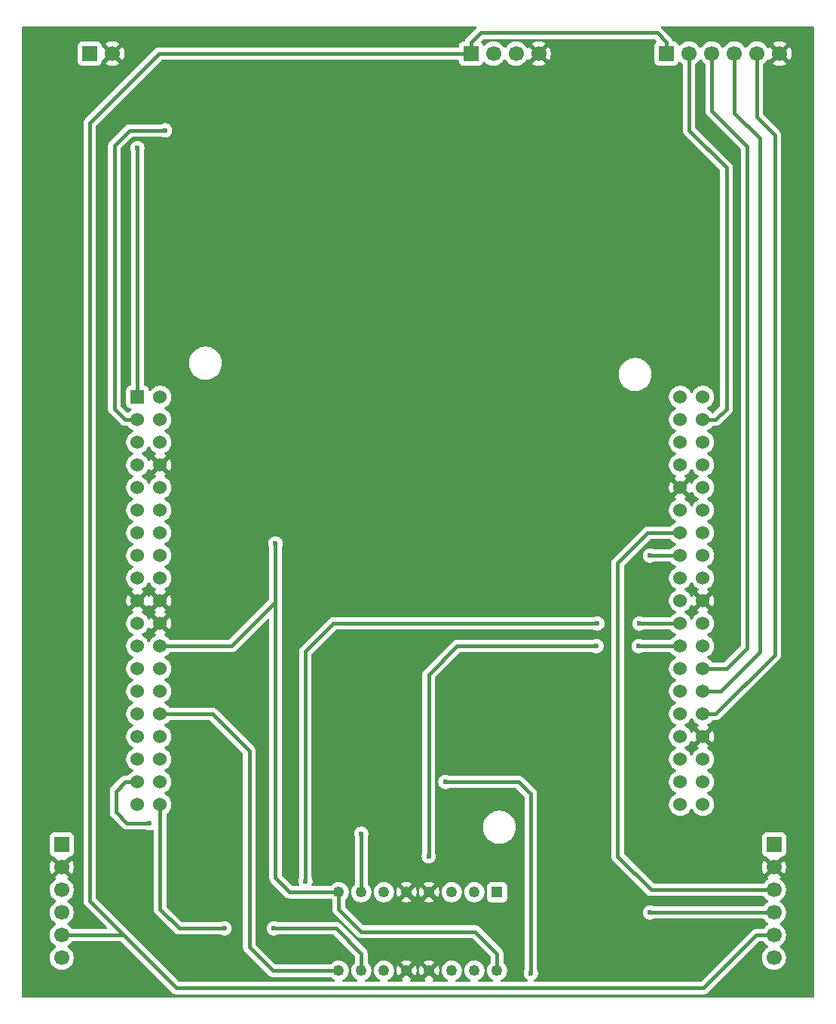
<source format=gbr>
%TF.GenerationSoftware,KiCad,Pcbnew,9.0.4*%
%TF.CreationDate,2025-11-20T13:42:00+01:00*%
%TF.ProjectId,tuto,7475746f-2e6b-4696-9361-645f70636258,rev?*%
%TF.SameCoordinates,Original*%
%TF.FileFunction,Copper,L2,Bot*%
%TF.FilePolarity,Positive*%
%FSLAX46Y46*%
G04 Gerber Fmt 4.6, Leading zero omitted, Abs format (unit mm)*
G04 Created by KiCad (PCBNEW 9.0.4) date 2025-11-20 13:42:00*
%MOMM*%
%LPD*%
G01*
G04 APERTURE LIST*
%TA.AperFunction,ComponentPad*%
%ADD10R,1.700000X1.700000*%
%TD*%
%TA.AperFunction,ComponentPad*%
%ADD11C,1.700000*%
%TD*%
%TA.AperFunction,ComponentPad*%
%ADD12R,1.250000X1.250000*%
%TD*%
%TA.AperFunction,ComponentPad*%
%ADD13C,1.250000*%
%TD*%
%TA.AperFunction,ComponentPad*%
%ADD14R,1.524000X1.524000*%
%TD*%
%TA.AperFunction,ComponentPad*%
%ADD15C,1.524000*%
%TD*%
%TA.AperFunction,ViaPad*%
%ADD16C,0.600000*%
%TD*%
%TA.AperFunction,Conductor*%
%ADD17C,0.400000*%
%TD*%
G04 APERTURE END LIST*
D10*
%TO.P,J4,1,Pin_1*%
%TO.N,+3V3*%
X131538735Y-39100000D03*
D11*
%TO.P,J4,2,Pin_2*%
%TO.N,/X4*%
X134078735Y-39100000D03*
%TO.P,J4,3,Pin_3*%
%TO.N,/X3*%
X136618735Y-39100000D03*
%TO.P,J4,4,Pin_4*%
%TO.N,/X2*%
X139158735Y-39100000D03*
%TO.P,J4,5,Pin_5*%
%TO.N,/X1*%
X141698735Y-39100000D03*
%TO.P,J4,6,Pin_6*%
%TO.N,GND*%
X144238735Y-39100000D03*
%TD*%
D10*
%TO.P,J2,1,Pin_1*%
%TO.N,/Out3*%
X143615150Y-127850000D03*
D11*
%TO.P,J2,2,Pin_2*%
%TO.N,GND*%
X143615150Y-130390000D03*
%TO.P,J2,3,Pin_3*%
%TO.N,/right_enc_A*%
X143615150Y-132930000D03*
%TO.P,J2,4,Pin_4*%
%TO.N,/right_enc_B*%
X143615150Y-135470000D03*
%TO.P,J2,5,Pin_5*%
%TO.N,+3V3*%
X143615150Y-138010000D03*
%TO.P,J2,6,Pin_6*%
%TO.N,/Out4*%
X143615150Y-140550000D03*
%TD*%
D10*
%TO.P,J5,1,Pin_1*%
%TO.N,+6V*%
X66753391Y-39100000D03*
D11*
%TO.P,J5,2,Pin_2*%
%TO.N,GND*%
X69293391Y-39100000D03*
%TD*%
D12*
%TO.P,U2,1,ENABLE1*%
%TO.N,/EN1*%
X112505150Y-133200000D03*
D13*
%TO.P,U2,2,INPUT1*%
%TO.N,/IN1*%
X109965150Y-133200000D03*
%TO.P,U2,3,OUTPUT1*%
%TO.N,/Out1*%
X107425150Y-133200000D03*
%TO.P,U2,4,GND*%
%TO.N,GND*%
X104885150Y-133200000D03*
%TO.P,U2,5,GND*%
X102345150Y-133200000D03*
%TO.P,U2,6,OUTPUT2*%
%TO.N,/Out2*%
X99805150Y-133200000D03*
%TO.P,U2,7,INPUT2*%
%TO.N,/IN2*%
X97265150Y-133200000D03*
%TO.P,U2,8,VS*%
%TO.N,+6V*%
X94725150Y-133200000D03*
%TO.P,U2,9,ENABLE2*%
%TO.N,/EN2*%
X94725150Y-142000000D03*
%TO.P,U2,10,INPUT3*%
%TO.N,/IN3*%
X97265150Y-142000000D03*
%TO.P,U2,11,OUTPUT3*%
%TO.N,/Out3*%
X99805150Y-142000000D03*
%TO.P,U2,12,GND*%
%TO.N,GND*%
X102345150Y-142000000D03*
%TO.P,U2,13,GND*%
X104885150Y-142000000D03*
%TO.P,U2,14,OUTPUT4*%
%TO.N,/Out4*%
X107425150Y-142000000D03*
%TO.P,U2,15,INPUT4*%
%TO.N,/IN4*%
X109965150Y-142000000D03*
%TO.P,U2,16,VSS*%
%TO.N,+6V*%
X112505150Y-142000000D03*
%TD*%
D10*
%TO.P,J6,1,Pin_1*%
%TO.N,/Out1*%
X63615150Y-127850000D03*
D11*
%TO.P,J6,2,Pin_2*%
%TO.N,GND*%
X63615150Y-130390000D03*
%TO.P,J6,3,Pin_3*%
%TO.N,/left_enc_A*%
X63615150Y-132930000D03*
%TO.P,J6,4,Pin_4*%
%TO.N,/left_enc_B*%
X63615150Y-135470000D03*
%TO.P,J6,5,Pin_5*%
%TO.N,+3V3*%
X63615150Y-138010000D03*
%TO.P,J6,6,Pin_6*%
%TO.N,/Out2*%
X63615150Y-140550000D03*
%TD*%
D10*
%TO.P,J1,1,Pin_1*%
%TO.N,+3V3*%
X109576593Y-39100000D03*
D11*
%TO.P,J1,2,Pin_2*%
%TO.N,/Trig*%
X112116593Y-39100000D03*
%TO.P,J1,3,Pin_3*%
%TO.N,/Echo*%
X114656593Y-39100000D03*
%TO.P,J1,4,Pin_4*%
%TO.N,GND*%
X117196593Y-39100000D03*
%TD*%
D14*
%TO.P,U1,CN7_1,PC10*%
%TO.N,/Trig*%
X72120000Y-77640000D03*
D15*
%TO.P,U1,CN7_2,PC11*%
%TO.N,unconnected-(U1A-PC11-PadCN7_2)*%
X74660000Y-77640000D03*
%TO.P,U1,CN7_3,PC12*%
%TO.N,/Echo*%
X72120000Y-80180000D03*
%TO.P,U1,CN7_4,PD2*%
%TO.N,unconnected-(U1A-PD2-PadCN7_4)*%
X74660000Y-80180000D03*
%TO.P,U1,CN7_5,VDD*%
%TO.N,unconnected-(U1A-VDD-PadCN7_5)*%
X72120000Y-82720000D03*
%TO.P,U1,CN7_6,E5V*%
%TO.N,unconnected-(U1A-E5V-PadCN7_6)*%
X74660000Y-82720000D03*
%TO.P,U1,CN7_7,BOOT0*%
%TO.N,unconnected-(U1A-BOOT0-PadCN7_7)*%
X72120000Y-85260000D03*
%TO.P,U1,CN7_8,GND_CN7_8*%
%TO.N,GND*%
X74660000Y-85260000D03*
%TO.P,U1,CN7_9,NC_CN7_9*%
%TO.N,unconnected-(U1A-NC_CN7_9-PadCN7_9)*%
X72120000Y-87800000D03*
%TO.P,U1,CN7_10,NC_CN7_10*%
%TO.N,unconnected-(U1A-NC_CN7_10-PadCN7_10)*%
X74660000Y-87800000D03*
%TO.P,U1,CN7_11,NC_CN7_11*%
%TO.N,unconnected-(U1A-NC_CN7_11-PadCN7_11)*%
X72120000Y-90340000D03*
%TO.P,U1,CN7_12,IOREF*%
%TO.N,unconnected-(U1A-IOREF-PadCN7_12)*%
X74660000Y-90340000D03*
%TO.P,U1,CN7_13,PA13*%
%TO.N,unconnected-(U1A-PA13-PadCN7_13)*%
X72120000Y-92880000D03*
%TO.P,U1,CN7_14,RESET*%
%TO.N,unconnected-(U1A-RESET-PadCN7_14)*%
X74660000Y-92880000D03*
%TO.P,U1,CN7_15,PA14*%
%TO.N,unconnected-(U1A-PA14-PadCN7_15)*%
X72120000Y-95420000D03*
%TO.P,U1,CN7_16,+3V3*%
%TO.N,+3V3*%
X74660000Y-95420000D03*
%TO.P,U1,CN7_17,PA15*%
%TO.N,unconnected-(U1A-PA15-PadCN7_17)*%
X72120000Y-97960000D03*
%TO.P,U1,CN7_18,+5V*%
%TO.N,unconnected-(U1A-+5V-PadCN7_18)*%
X74660000Y-97960000D03*
%TO.P,U1,CN7_19,GND_CN7_19*%
%TO.N,GND*%
X72120000Y-100500000D03*
%TO.P,U1,CN7_20,GND_CN7_20*%
X74660000Y-100500000D03*
%TO.P,U1,CN7_21,PB7*%
%TO.N,unconnected-(U1A-PB7-PadCN7_21)*%
X72120000Y-103040000D03*
%TO.P,U1,CN7_22,GND_CN7_22*%
%TO.N,GND*%
X74660000Y-103040000D03*
%TO.P,U1,CN7_23,PC13*%
%TO.N,unconnected-(U1A-PC13-PadCN7_23)*%
X72120000Y-105580000D03*
%TO.P,U1,CN7_24,VIN*%
%TO.N,+6V*%
X74660000Y-105580000D03*
%TO.P,U1,CN7_25,PC14*%
%TO.N,unconnected-(U1A-PC14-PadCN7_25)*%
X72120000Y-108120000D03*
%TO.P,U1,CN7_26,NC_CN7_26*%
%TO.N,unconnected-(U1A-NC_CN7_26-PadCN7_26)*%
X74660000Y-108120000D03*
%TO.P,U1,CN7_27,PC15*%
%TO.N,unconnected-(U1A-PC15-PadCN7_27)*%
X72120000Y-110660000D03*
%TO.P,U1,CN7_28,PA0*%
%TO.N,/EN1*%
X74660000Y-110660000D03*
%TO.P,U1,CN7_29,PH0*%
%TO.N,unconnected-(U1A-PH0-PadCN7_29)*%
X72120000Y-113200000D03*
%TO.P,U1,CN7_30,PA1*%
%TO.N,/EN2*%
X74660000Y-113200000D03*
%TO.P,U1,CN7_31,PH1*%
%TO.N,unconnected-(U1A-PH1-PadCN7_31)*%
X72120000Y-115740000D03*
%TO.P,U1,CN7_32,PA4*%
%TO.N,unconnected-(U1A-PA4-PadCN7_32)*%
X74660000Y-115740000D03*
%TO.P,U1,CN7_33,VBAT*%
%TO.N,unconnected-(U1A-VBAT-PadCN7_33)*%
X72120000Y-118280000D03*
%TO.P,U1,CN7_34,PB0*%
%TO.N,unconnected-(U1A-PB0-PadCN7_34)*%
X74660000Y-118280000D03*
%TO.P,U1,CN7_35,PC2*%
%TO.N,/IN1*%
X72120000Y-120820000D03*
%TO.P,U1,CN7_36,PC1*%
%TO.N,/IN4*%
X74660000Y-120820000D03*
%TO.P,U1,CN7_37,PC3*%
%TO.N,/IN2*%
X72120000Y-123360000D03*
%TO.P,U1,CN7_38,PC0*%
%TO.N,/IN3*%
X74660000Y-123360000D03*
%TO.P,U1,CN10_1,PC9*%
%TO.N,unconnected-(U1B-PC9-PadCN10_1)*%
X133080000Y-77640000D03*
%TO.P,U1,CN10_2,PC8*%
%TO.N,unconnected-(U1B-PC8-PadCN10_2)*%
X135620000Y-77640000D03*
%TO.P,U1,CN10_3,PB8*%
%TO.N,unconnected-(U1B-PB8-PadCN10_3)*%
X133080000Y-80180000D03*
%TO.P,U1,CN10_4,PC6*%
%TO.N,/X4*%
X135620000Y-80180000D03*
%TO.P,U1,CN10_5,PB9*%
%TO.N,unconnected-(U1B-PB9-PadCN10_5)*%
X133080000Y-82720000D03*
%TO.P,U1,CN10_6,PC5*%
%TO.N,unconnected-(U1B-PC5-PadCN10_6)*%
X135620000Y-82720000D03*
%TO.P,U1,CN10_7,AVDD*%
%TO.N,unconnected-(U1B-AVDD-PadCN10_7)*%
X133080000Y-85260000D03*
%TO.P,U1,CN10_8,U5V*%
%TO.N,unconnected-(U1B-U5V-PadCN10_8)*%
X135620000Y-85260000D03*
%TO.P,U1,CN10_9,GND_CN10_9*%
%TO.N,GND*%
X133080000Y-87800000D03*
%TO.P,U1,CN10_10,NC_CN10_10*%
%TO.N,unconnected-(U1B-NC_CN10_10-PadCN10_10)*%
X135620000Y-87800000D03*
%TO.P,U1,CN10_11,PA5*%
%TO.N,unconnected-(U1B-PA5-PadCN10_11)*%
X133080000Y-90340000D03*
%TO.P,U1,CN10_12,PA12*%
%TO.N,unconnected-(U1B-PA12-PadCN10_12)*%
X135620000Y-90340000D03*
%TO.P,U1,CN10_13,PA6*%
%TO.N,/right_enc_A*%
X133080000Y-92880000D03*
%TO.P,U1,CN10_14,PA11*%
%TO.N,unconnected-(U1B-PA11-PadCN10_14)*%
X135620000Y-92880000D03*
%TO.P,U1,CN10_15,PA7*%
%TO.N,/right_enc_B*%
X133080000Y-95420000D03*
%TO.P,U1,CN10_16,PB12*%
%TO.N,unconnected-(U1B-PB12-PadCN10_16)*%
X135620000Y-95420000D03*
%TO.P,U1,CN10_17,PB6*%
%TO.N,unconnected-(U1B-PB6-PadCN10_17)*%
X133080000Y-97960000D03*
%TO.P,U1,CN10_18,PB11*%
%TO.N,unconnected-(U1B-PB11-PadCN10_18)*%
X135620000Y-97960000D03*
%TO.P,U1,CN10_19,PC7*%
%TO.N,unconnected-(U1B-PC7-PadCN10_19)*%
X133080000Y-100500000D03*
%TO.P,U1,CN10_20,GND_CN10_20*%
%TO.N,GND*%
X135620000Y-100500000D03*
%TO.P,U1,CN10_21,PA9*%
%TO.N,/left_enc_B*%
X133080000Y-103040000D03*
%TO.P,U1,CN10_22,PB2*%
%TO.N,unconnected-(U1B-PB2-PadCN10_22)*%
X135620000Y-103040000D03*
%TO.P,U1,CN10_23,PA8*%
%TO.N,/left_enc_A*%
X133080000Y-105580000D03*
%TO.P,U1,CN10_24,PB1*%
%TO.N,unconnected-(U1B-PB1-PadCN10_24)*%
X135620000Y-105580000D03*
%TO.P,U1,CN10_25,PB10*%
%TO.N,unconnected-(U1B-PB10-PadCN10_25)*%
X133080000Y-108120000D03*
%TO.P,U1,CN10_26,PB15*%
%TO.N,/X3*%
X135620000Y-108120000D03*
%TO.P,U1,CN10_27,PB4*%
%TO.N,unconnected-(U1B-PB4-PadCN10_27)*%
X133080000Y-110660000D03*
%TO.P,U1,CN10_28,PB14*%
%TO.N,/X2*%
X135620000Y-110660000D03*
%TO.P,U1,CN10_29,PB5*%
%TO.N,unconnected-(U1B-PB5-PadCN10_29)*%
X133080000Y-113200000D03*
%TO.P,U1,CN10_30,PB13*%
%TO.N,/X1*%
X135620000Y-113200000D03*
%TO.P,U1,CN10_31,PB3*%
%TO.N,unconnected-(U1B-PB3-PadCN10_31)*%
X133080000Y-115740000D03*
%TO.P,U1,CN10_32,AGND*%
%TO.N,GND*%
X135620000Y-115740000D03*
%TO.P,U1,CN10_33,PA10*%
%TO.N,unconnected-(U1B-PA10-PadCN10_33)*%
X133080000Y-118280000D03*
%TO.P,U1,CN10_34,PC4*%
%TO.N,unconnected-(U1B-PC4-PadCN10_34)*%
X135620000Y-118280000D03*
%TO.P,U1,CN10_35,PA2*%
%TO.N,unconnected-(U1B-PA2-PadCN10_35)*%
X133080000Y-120820000D03*
%TO.P,U1,CN10_36,NC_CN10_36*%
%TO.N,unconnected-(U1B-NC_CN10_36-PadCN10_36)*%
X135620000Y-120820000D03*
%TO.P,U1,CN10_37,PA3*%
%TO.N,unconnected-(U1B-PA3-PadCN10_37)*%
X133080000Y-123360000D03*
%TO.P,U1,CN10_38,NC_CN10_38*%
%TO.N,unconnected-(U1B-NC_CN10_38-PadCN10_38)*%
X135620000Y-123360000D03*
%TD*%
D16*
%TO.N,/Echo*%
X75225000Y-47725000D03*
%TO.N,/Trig*%
X72120000Y-49725000D03*
%TO.N,/right_enc_B*%
X129675000Y-95420000D03*
X129675000Y-135470000D03*
%TO.N,+6V*%
X87625000Y-94050000D03*
%TO.N,/left_enc_A*%
X123675000Y-105580000D03*
X104825000Y-129150000D03*
X128425000Y-105580000D03*
%TO.N,/left_enc_B*%
X123775000Y-103040000D03*
X90975000Y-131950000D03*
X128500000Y-103040000D03*
%TO.N,/IN2*%
X97265150Y-126625000D03*
%TO.N,/IN1*%
X73475000Y-125450000D03*
%TO.N,/IN4*%
X106700000Y-120820000D03*
X116300000Y-142300000D03*
%TO.N,/IN3*%
X87425000Y-137250000D03*
X81875000Y-137250000D03*
%TD*%
D17*
%TO.N,/X1*%
X137050000Y-113200000D02*
X135620000Y-113200000D01*
X143700000Y-106550000D02*
X137050000Y-113200000D01*
X143700000Y-48250000D02*
X143700000Y-106550000D01*
X141698735Y-39100000D02*
X141698735Y-46248735D01*
X141698735Y-46248735D02*
X143700000Y-48250000D01*
%TO.N,/X2*%
X137590000Y-110660000D02*
X135620000Y-110660000D01*
X142000000Y-106250000D02*
X137590000Y-110660000D01*
X142000000Y-48625000D02*
X142000000Y-106250000D01*
X139158735Y-45783735D02*
X142000000Y-48625000D01*
X139158735Y-39100000D02*
X139158735Y-45783735D01*
%TO.N,/Echo*%
X69525000Y-49425000D02*
X69525000Y-78975000D01*
X71225000Y-47725000D02*
X69525000Y-49425000D01*
X75225000Y-47725000D02*
X71225000Y-47725000D01*
X69525000Y-78975000D02*
X70730000Y-80180000D01*
X70730000Y-80180000D02*
X72120000Y-80180000D01*
%TO.N,/Trig*%
X72120000Y-77640000D02*
X72120000Y-49725000D01*
%TO.N,+3V3*%
X66750000Y-46875000D02*
X74525000Y-39100000D01*
X74525000Y-39100000D02*
X109576593Y-39100000D01*
X70560000Y-138010000D02*
X66750000Y-134200000D01*
X76500000Y-143950000D02*
X135700000Y-143950000D01*
X70560000Y-138010000D02*
X76500000Y-143950000D01*
X66750000Y-134200000D02*
X66750000Y-46875000D01*
X135700000Y-143950000D02*
X141640000Y-138010000D01*
X130472672Y-36775000D02*
X131538735Y-37841063D01*
X131538735Y-37841063D02*
X131538735Y-39100000D01*
X63615150Y-138010000D02*
X70560000Y-138010000D01*
X109576593Y-39100000D02*
X109576593Y-37871079D01*
X110672672Y-36775000D02*
X130472672Y-36775000D01*
X141640000Y-138010000D02*
X143615150Y-138010000D01*
X109576593Y-37871079D02*
X110672672Y-36775000D01*
%TO.N,/right_enc_B*%
X129675000Y-95420000D02*
X133080000Y-95420000D01*
X129675000Y-135470000D02*
X143615150Y-135470000D01*
%TO.N,/right_enc_A*%
X129805000Y-132930000D02*
X126050000Y-129175000D01*
X143615150Y-132930000D02*
X129805000Y-132930000D01*
X126050000Y-129175000D02*
X126050000Y-96250000D01*
X126050000Y-96250000D02*
X129420000Y-92880000D01*
X129420000Y-92880000D02*
X133080000Y-92880000D01*
%TO.N,/X3*%
X136618735Y-39100000D02*
X136618735Y-45543735D01*
X140600000Y-105825000D02*
X138305000Y-108120000D01*
X138305000Y-108120000D02*
X135620000Y-108120000D01*
X140600000Y-49525000D02*
X140600000Y-105825000D01*
X136618735Y-45543735D02*
X140600000Y-49525000D01*
%TO.N,/X4*%
X134078735Y-47703735D02*
X138275000Y-51900000D01*
X137045000Y-80180000D02*
X135620000Y-80180000D01*
X138275000Y-51900000D02*
X138275000Y-78950000D01*
X138275000Y-78950000D02*
X137045000Y-80180000D01*
X134078735Y-39100000D02*
X134078735Y-47703735D01*
%TO.N,+6V*%
X94725150Y-133200000D02*
X94725150Y-135100150D01*
X87625000Y-100625000D02*
X87625000Y-94050000D01*
X94725150Y-135100150D02*
X97250000Y-137625000D01*
X74660000Y-105580000D02*
X82670000Y-105580000D01*
X112505150Y-140080150D02*
X112505150Y-142000000D01*
X87625000Y-131600000D02*
X89225000Y-133200000D01*
X110050000Y-137625000D02*
X112505150Y-140080150D01*
X82670000Y-105580000D02*
X87625000Y-100625000D01*
X97250000Y-137625000D02*
X110050000Y-137625000D01*
X89225000Y-133200000D02*
X94725150Y-133200000D01*
X87625000Y-100625000D02*
X87625000Y-131600000D01*
%TO.N,/left_enc_A*%
X108020000Y-105580000D02*
X104825000Y-108775000D01*
X104825000Y-108775000D02*
X104825000Y-129150000D01*
X128425000Y-105580000D02*
X133080000Y-105580000D01*
X123675000Y-105580000D02*
X108020000Y-105580000D01*
%TO.N,/left_enc_B*%
X90975000Y-106150000D02*
X90975000Y-131950000D01*
X94085000Y-103040000D02*
X90975000Y-106150000D01*
X123775000Y-103040000D02*
X94085000Y-103040000D01*
X128500000Y-103040000D02*
X133080000Y-103040000D01*
%TO.N,/IN2*%
X97265150Y-126625000D02*
X97265150Y-133200000D01*
%TO.N,/IN1*%
X69700000Y-121875000D02*
X69700000Y-124225000D01*
X70755000Y-120820000D02*
X69700000Y-121875000D01*
X70925000Y-125450000D02*
X73475000Y-125450000D01*
X72120000Y-120820000D02*
X70755000Y-120820000D01*
X69700000Y-124225000D02*
X70925000Y-125450000D01*
%TO.N,/IN4*%
X114945000Y-120820000D02*
X106700000Y-120820000D01*
X116300000Y-122175000D02*
X114945000Y-120820000D01*
X116300000Y-142300000D02*
X116300000Y-122175000D01*
%TO.N,/EN2*%
X80525000Y-113200000D02*
X74660000Y-113200000D01*
X84675000Y-117350000D02*
X80525000Y-113200000D01*
X94725150Y-142000000D02*
X87350000Y-142000000D01*
X87350000Y-142000000D02*
X84675000Y-139325000D01*
X84675000Y-139325000D02*
X84675000Y-117350000D01*
%TO.N,/IN3*%
X87425000Y-137250000D02*
X94425000Y-137250000D01*
X74660000Y-135110000D02*
X74660000Y-123360000D01*
X81875000Y-137250000D02*
X76800000Y-137250000D01*
X76800000Y-137250000D02*
X74660000Y-135110000D01*
X97265150Y-140090150D02*
X97265150Y-142000000D01*
X94425000Y-137250000D02*
X97265150Y-140090150D01*
%TD*%
%TA.AperFunction,Conductor*%
%TO.N,GND*%
G36*
X110174191Y-36070185D02*
G01*
X110219946Y-36122989D01*
X110229890Y-36192147D01*
X110200865Y-36255703D01*
X110194833Y-36262181D01*
X109032481Y-37424532D01*
X109032480Y-37424533D01*
X108955815Y-37539271D01*
X108900682Y-37672378D01*
X108898190Y-37671345D01*
X108866177Y-37720046D01*
X108802325Y-37748414D01*
X108785947Y-37749500D01*
X108678723Y-37749500D01*
X108678716Y-37749501D01*
X108619109Y-37755908D01*
X108484264Y-37806202D01*
X108484257Y-37806206D01*
X108369048Y-37892452D01*
X108369045Y-37892455D01*
X108282799Y-38007664D01*
X108282795Y-38007671D01*
X108232501Y-38142517D01*
X108226094Y-38202116D01*
X108226093Y-38202135D01*
X108226093Y-38275500D01*
X108206408Y-38342539D01*
X108153604Y-38388294D01*
X108102093Y-38399500D01*
X74456003Y-38399500D01*
X74347590Y-38421065D01*
X74347589Y-38421065D01*
X74334131Y-38423742D01*
X74320673Y-38426419D01*
X74320671Y-38426420D01*
X74267866Y-38448292D01*
X74267864Y-38448293D01*
X74267863Y-38448292D01*
X74193191Y-38479223D01*
X74095261Y-38544659D01*
X74095259Y-38544660D01*
X74078458Y-38555885D01*
X74078453Y-38555889D01*
X66205888Y-46428453D01*
X66205887Y-46428454D01*
X66129224Y-46543190D01*
X66076421Y-46670666D01*
X66076420Y-46670672D01*
X66071526Y-46695278D01*
X66049500Y-46806004D01*
X66049500Y-46806007D01*
X66049500Y-134131006D01*
X66049500Y-134268994D01*
X66049500Y-134268996D01*
X66049499Y-134268996D01*
X66076418Y-134404322D01*
X66076421Y-134404332D01*
X66129222Y-134531807D01*
X66205887Y-134646545D01*
X66205888Y-134646546D01*
X68657162Y-137097819D01*
X68690647Y-137159142D01*
X68685663Y-137228834D01*
X68643791Y-137284767D01*
X68578327Y-137309184D01*
X68569481Y-137309500D01*
X64838697Y-137309500D01*
X64771658Y-137289815D01*
X64738380Y-137258385D01*
X64645258Y-137130213D01*
X64645257Y-137130211D01*
X64494936Y-136979890D01*
X64322970Y-136854951D01*
X64322265Y-136854591D01*
X64314204Y-136850485D01*
X64263409Y-136802512D01*
X64246613Y-136734692D01*
X64269149Y-136668556D01*
X64314204Y-136629515D01*
X64322966Y-136625051D01*
X64389900Y-136576421D01*
X64494936Y-136500109D01*
X64494938Y-136500106D01*
X64494942Y-136500104D01*
X64645254Y-136349792D01*
X64645256Y-136349788D01*
X64645259Y-136349786D01*
X64761214Y-136190185D01*
X64770201Y-136177816D01*
X64866707Y-135988412D01*
X64932396Y-135786243D01*
X64965650Y-135576287D01*
X64965650Y-135363713D01*
X64932396Y-135153757D01*
X64866707Y-134951588D01*
X64770201Y-134762184D01*
X64770199Y-134762181D01*
X64770198Y-134762179D01*
X64645259Y-134590213D01*
X64494936Y-134439890D01*
X64322970Y-134314951D01*
X64322265Y-134314591D01*
X64314204Y-134310485D01*
X64263409Y-134262512D01*
X64246613Y-134194692D01*
X64269149Y-134128556D01*
X64314204Y-134089515D01*
X64322966Y-134085051D01*
X64413538Y-134019247D01*
X64494936Y-133960109D01*
X64494938Y-133960106D01*
X64494942Y-133960104D01*
X64645254Y-133809792D01*
X64645256Y-133809788D01*
X64645259Y-133809786D01*
X64770198Y-133637820D01*
X64770197Y-133637820D01*
X64770201Y-133637816D01*
X64866707Y-133448412D01*
X64932396Y-133246243D01*
X64965650Y-133036287D01*
X64965650Y-132823713D01*
X64932396Y-132613757D01*
X64866707Y-132411588D01*
X64770201Y-132222184D01*
X64770199Y-132222181D01*
X64770198Y-132222179D01*
X64645259Y-132050213D01*
X64494936Y-131899890D01*
X64322967Y-131774949D01*
X64313654Y-131770204D01*
X64262857Y-131722230D01*
X64246062Y-131654409D01*
X64268599Y-131588274D01*
X64313657Y-131549232D01*
X64322705Y-131544622D01*
X64376866Y-131505270D01*
X64376867Y-131505270D01*
X63744558Y-130872962D01*
X63808143Y-130855925D01*
X63922157Y-130790099D01*
X64015249Y-130697007D01*
X64081075Y-130582993D01*
X64098112Y-130519409D01*
X64730420Y-131151717D01*
X64730420Y-131151716D01*
X64769772Y-131097554D01*
X64866245Y-130908217D01*
X64931907Y-130706130D01*
X64931907Y-130706127D01*
X64965150Y-130496246D01*
X64965150Y-130283753D01*
X64931907Y-130073872D01*
X64931907Y-130073869D01*
X64866245Y-129871782D01*
X64769774Y-129682449D01*
X64730420Y-129628282D01*
X64730419Y-129628282D01*
X64098112Y-130260590D01*
X64081075Y-130197007D01*
X64015249Y-130082993D01*
X63922157Y-129989901D01*
X63808143Y-129924075D01*
X63744559Y-129907037D01*
X64414777Y-129236818D01*
X64476100Y-129203333D01*
X64502457Y-129200499D01*
X64513022Y-129200499D01*
X64572633Y-129194091D01*
X64707481Y-129143796D01*
X64822696Y-129057546D01*
X64908946Y-128942331D01*
X64959241Y-128807483D01*
X64965650Y-128747873D01*
X64965649Y-126952128D01*
X64959241Y-126892517D01*
X64946552Y-126858497D01*
X64908947Y-126757671D01*
X64908943Y-126757664D01*
X64822697Y-126642455D01*
X64822694Y-126642452D01*
X64707485Y-126556206D01*
X64707478Y-126556202D01*
X64572632Y-126505908D01*
X64572633Y-126505908D01*
X64513033Y-126499501D01*
X64513031Y-126499500D01*
X64513023Y-126499500D01*
X64513014Y-126499500D01*
X62717279Y-126499500D01*
X62717273Y-126499501D01*
X62657666Y-126505908D01*
X62522821Y-126556202D01*
X62522814Y-126556206D01*
X62407605Y-126642452D01*
X62407602Y-126642455D01*
X62321356Y-126757664D01*
X62321352Y-126757671D01*
X62271058Y-126892517D01*
X62266997Y-126930293D01*
X62264651Y-126952123D01*
X62264650Y-126952135D01*
X62264650Y-128747870D01*
X62264651Y-128747876D01*
X62271058Y-128807483D01*
X62321352Y-128942328D01*
X62321356Y-128942335D01*
X62407602Y-129057544D01*
X62407605Y-129057547D01*
X62522814Y-129143793D01*
X62522821Y-129143797D01*
X62567768Y-129160561D01*
X62657667Y-129194091D01*
X62717277Y-129200500D01*
X62727835Y-129200499D01*
X62794873Y-129220179D01*
X62815522Y-129236818D01*
X63485741Y-129907037D01*
X63422157Y-129924075D01*
X63308143Y-129989901D01*
X63215051Y-130082993D01*
X63149225Y-130197007D01*
X63132187Y-130260591D01*
X62499878Y-129628282D01*
X62499877Y-129628282D01*
X62460530Y-129682439D01*
X62364054Y-129871782D01*
X62298392Y-130073869D01*
X62298392Y-130073872D01*
X62265150Y-130283753D01*
X62265150Y-130496246D01*
X62298392Y-130706127D01*
X62298392Y-130706130D01*
X62364054Y-130908217D01*
X62460525Y-131097550D01*
X62499878Y-131151716D01*
X63132187Y-130519408D01*
X63149225Y-130582993D01*
X63215051Y-130697007D01*
X63308143Y-130790099D01*
X63422157Y-130855925D01*
X63485740Y-130872962D01*
X62853432Y-131505269D01*
X62853432Y-131505270D01*
X62907602Y-131544626D01*
X62907601Y-131544626D01*
X62916645Y-131549234D01*
X62967442Y-131597208D01*
X62984237Y-131665029D01*
X62961700Y-131731164D01*
X62916649Y-131770202D01*
X62907332Y-131774949D01*
X62735363Y-131899890D01*
X62585040Y-132050213D01*
X62460101Y-132222179D01*
X62363594Y-132411585D01*
X62297903Y-132613760D01*
X62264650Y-132823713D01*
X62264650Y-133036286D01*
X62290579Y-133199999D01*
X62297904Y-133246243D01*
X62311648Y-133288544D01*
X62363594Y-133448414D01*
X62460101Y-133637820D01*
X62585040Y-133809786D01*
X62735363Y-133960109D01*
X62907332Y-134085050D01*
X62916096Y-134089516D01*
X62966892Y-134137491D01*
X62983686Y-134205312D01*
X62961148Y-134271447D01*
X62916096Y-134310484D01*
X62907332Y-134314949D01*
X62735363Y-134439890D01*
X62585040Y-134590213D01*
X62460101Y-134762179D01*
X62363594Y-134951585D01*
X62297903Y-135153760D01*
X62284799Y-135236498D01*
X62264650Y-135363713D01*
X62264650Y-135576287D01*
X62297904Y-135786243D01*
X62360953Y-135980288D01*
X62363594Y-135988414D01*
X62460101Y-136177820D01*
X62585040Y-136349786D01*
X62735363Y-136500109D01*
X62907332Y-136625050D01*
X62916096Y-136629516D01*
X62966892Y-136677491D01*
X62983686Y-136745312D01*
X62961148Y-136811447D01*
X62916096Y-136850484D01*
X62907332Y-136854949D01*
X62735363Y-136979890D01*
X62585040Y-137130213D01*
X62460101Y-137302179D01*
X62363594Y-137491585D01*
X62297903Y-137693760D01*
X62264650Y-137903713D01*
X62264650Y-138116286D01*
X62293522Y-138298581D01*
X62297904Y-138326243D01*
X62309463Y-138361819D01*
X62363594Y-138528414D01*
X62460101Y-138717820D01*
X62585040Y-138889786D01*
X62735363Y-139040109D01*
X62907332Y-139165050D01*
X62916096Y-139169516D01*
X62966892Y-139217491D01*
X62983686Y-139285312D01*
X62961148Y-139351447D01*
X62916096Y-139390484D01*
X62907332Y-139394949D01*
X62735363Y-139519890D01*
X62585040Y-139670213D01*
X62460101Y-139842179D01*
X62363594Y-140031585D01*
X62297903Y-140233760D01*
X62272316Y-140395310D01*
X62264650Y-140443713D01*
X62264650Y-140656287D01*
X62297904Y-140866243D01*
X62356249Y-141045811D01*
X62363594Y-141068414D01*
X62460101Y-141257820D01*
X62585040Y-141429786D01*
X62735363Y-141580109D01*
X62907329Y-141705048D01*
X62907331Y-141705049D01*
X62907334Y-141705051D01*
X63096738Y-141801557D01*
X63298907Y-141867246D01*
X63508863Y-141900500D01*
X63508864Y-141900500D01*
X63721436Y-141900500D01*
X63721437Y-141900500D01*
X63931393Y-141867246D01*
X64133562Y-141801557D01*
X64322966Y-141705051D01*
X64344939Y-141689086D01*
X64494936Y-141580109D01*
X64494938Y-141580106D01*
X64494942Y-141580104D01*
X64645254Y-141429792D01*
X64645256Y-141429788D01*
X64645259Y-141429786D01*
X64770198Y-141257820D01*
X64770197Y-141257820D01*
X64770201Y-141257816D01*
X64866707Y-141068412D01*
X64932396Y-140866243D01*
X64965650Y-140656287D01*
X64965650Y-140443713D01*
X64932396Y-140233757D01*
X64866707Y-140031588D01*
X64770201Y-139842184D01*
X64770199Y-139842181D01*
X64770198Y-139842179D01*
X64645259Y-139670213D01*
X64494936Y-139519890D01*
X64322970Y-139394951D01*
X64321092Y-139393994D01*
X64314204Y-139390485D01*
X64263409Y-139342512D01*
X64246613Y-139274692D01*
X64269149Y-139208556D01*
X64314204Y-139169515D01*
X64322966Y-139165051D01*
X64344939Y-139149086D01*
X64494936Y-139040109D01*
X64494938Y-139040106D01*
X64494942Y-139040104D01*
X64645254Y-138889792D01*
X64738379Y-138761614D01*
X64793708Y-138718949D01*
X64838697Y-138710500D01*
X70218481Y-138710500D01*
X70285520Y-138730185D01*
X70306162Y-138746819D01*
X76053453Y-144494111D01*
X76053454Y-144494112D01*
X76168192Y-144570777D01*
X76295667Y-144623578D01*
X76295672Y-144623580D01*
X76295676Y-144623580D01*
X76295677Y-144623581D01*
X76431003Y-144650500D01*
X76431006Y-144650500D01*
X135768996Y-144650500D01*
X135860040Y-144632389D01*
X135904328Y-144623580D01*
X135968069Y-144597177D01*
X136031807Y-144570777D01*
X136031808Y-144570776D01*
X136031811Y-144570775D01*
X136146543Y-144494114D01*
X141893838Y-138746819D01*
X141955161Y-138713334D01*
X141981519Y-138710500D01*
X142391603Y-138710500D01*
X142458642Y-138730185D01*
X142491919Y-138761614D01*
X142526992Y-138809887D01*
X142585042Y-138889788D01*
X142735363Y-139040109D01*
X142907332Y-139165050D01*
X142916096Y-139169516D01*
X142966892Y-139217491D01*
X142983686Y-139285312D01*
X142961148Y-139351447D01*
X142916096Y-139390484D01*
X142907332Y-139394949D01*
X142735363Y-139519890D01*
X142585040Y-139670213D01*
X142460101Y-139842179D01*
X142363594Y-140031585D01*
X142297903Y-140233760D01*
X142272316Y-140395310D01*
X142264650Y-140443713D01*
X142264650Y-140656287D01*
X142297904Y-140866243D01*
X142356249Y-141045811D01*
X142363594Y-141068414D01*
X142460101Y-141257820D01*
X142585040Y-141429786D01*
X142735363Y-141580109D01*
X142907329Y-141705048D01*
X142907331Y-141705049D01*
X142907334Y-141705051D01*
X143096738Y-141801557D01*
X143298907Y-141867246D01*
X143508863Y-141900500D01*
X143508864Y-141900500D01*
X143721436Y-141900500D01*
X143721437Y-141900500D01*
X143931393Y-141867246D01*
X144133562Y-141801557D01*
X144322966Y-141705051D01*
X144344939Y-141689086D01*
X144494936Y-141580109D01*
X144494938Y-141580106D01*
X144494942Y-141580104D01*
X144645254Y-141429792D01*
X144645256Y-141429788D01*
X144645259Y-141429786D01*
X144770198Y-141257820D01*
X144770197Y-141257820D01*
X144770201Y-141257816D01*
X144866707Y-141068412D01*
X144932396Y-140866243D01*
X144965650Y-140656287D01*
X144965650Y-140443713D01*
X144932396Y-140233757D01*
X144866707Y-140031588D01*
X144770201Y-139842184D01*
X144770199Y-139842181D01*
X144770198Y-139842179D01*
X144645259Y-139670213D01*
X144494936Y-139519890D01*
X144322970Y-139394951D01*
X144321092Y-139393994D01*
X144314204Y-139390485D01*
X144263409Y-139342512D01*
X144246613Y-139274692D01*
X144269149Y-139208556D01*
X144314204Y-139169515D01*
X144322966Y-139165051D01*
X144344939Y-139149086D01*
X144494936Y-139040109D01*
X144494938Y-139040106D01*
X144494942Y-139040104D01*
X144645254Y-138889792D01*
X144645256Y-138889788D01*
X144645259Y-138889786D01*
X144770198Y-138717820D01*
X144770197Y-138717820D01*
X144770201Y-138717816D01*
X144866707Y-138528412D01*
X144932396Y-138326243D01*
X144965650Y-138116287D01*
X144965650Y-137903713D01*
X144932396Y-137693757D01*
X144866707Y-137491588D01*
X144770201Y-137302184D01*
X144770199Y-137302181D01*
X144770198Y-137302179D01*
X144645259Y-137130213D01*
X144494936Y-136979890D01*
X144322970Y-136854951D01*
X144322265Y-136854591D01*
X144314204Y-136850485D01*
X144263409Y-136802512D01*
X144246613Y-136734692D01*
X144269149Y-136668556D01*
X144314204Y-136629515D01*
X144322966Y-136625051D01*
X144389900Y-136576421D01*
X144494936Y-136500109D01*
X144494938Y-136500106D01*
X144494942Y-136500104D01*
X144645254Y-136349792D01*
X144645256Y-136349788D01*
X144645259Y-136349786D01*
X144761214Y-136190185D01*
X144770201Y-136177816D01*
X144866707Y-135988412D01*
X144932396Y-135786243D01*
X144965650Y-135576287D01*
X144965650Y-135363713D01*
X144932396Y-135153757D01*
X144866707Y-134951588D01*
X144770201Y-134762184D01*
X144770199Y-134762181D01*
X144770198Y-134762179D01*
X144645259Y-134590213D01*
X144494936Y-134439890D01*
X144322970Y-134314951D01*
X144322265Y-134314591D01*
X144314204Y-134310485D01*
X144263409Y-134262512D01*
X144246613Y-134194692D01*
X144269149Y-134128556D01*
X144314204Y-134089515D01*
X144322966Y-134085051D01*
X144413538Y-134019247D01*
X144494936Y-133960109D01*
X144494938Y-133960106D01*
X144494942Y-133960104D01*
X144645254Y-133809792D01*
X144645256Y-133809788D01*
X144645259Y-133809786D01*
X144770198Y-133637820D01*
X144770197Y-133637820D01*
X144770201Y-133637816D01*
X144866707Y-133448412D01*
X144932396Y-133246243D01*
X144965650Y-133036287D01*
X144965650Y-132823713D01*
X144932396Y-132613757D01*
X144866707Y-132411588D01*
X144770201Y-132222184D01*
X144770199Y-132222181D01*
X144770198Y-132222179D01*
X144645259Y-132050213D01*
X144494936Y-131899890D01*
X144322967Y-131774949D01*
X144313654Y-131770204D01*
X144262857Y-131722230D01*
X144246062Y-131654409D01*
X144268599Y-131588274D01*
X144313657Y-131549232D01*
X144322705Y-131544622D01*
X144376866Y-131505270D01*
X144376867Y-131505270D01*
X143744558Y-130872962D01*
X143808143Y-130855925D01*
X143922157Y-130790099D01*
X144015249Y-130697007D01*
X144081075Y-130582993D01*
X144098112Y-130519408D01*
X144730420Y-131151717D01*
X144730420Y-131151716D01*
X144769772Y-131097554D01*
X144866245Y-130908217D01*
X144931907Y-130706130D01*
X144931907Y-130706127D01*
X144965150Y-130496246D01*
X144965150Y-130283753D01*
X144931907Y-130073872D01*
X144931907Y-130073869D01*
X144866245Y-129871782D01*
X144769774Y-129682449D01*
X144730420Y-129628282D01*
X144730419Y-129628282D01*
X144098112Y-130260590D01*
X144081075Y-130197007D01*
X144015249Y-130082993D01*
X143922157Y-129989901D01*
X143808143Y-129924075D01*
X143744559Y-129907037D01*
X144414777Y-129236818D01*
X144476100Y-129203333D01*
X144502457Y-129200499D01*
X144513022Y-129200499D01*
X144572633Y-129194091D01*
X144707481Y-129143796D01*
X144822696Y-129057546D01*
X144908946Y-128942331D01*
X144959241Y-128807483D01*
X144965650Y-128747873D01*
X144965649Y-126952128D01*
X144959241Y-126892517D01*
X144946552Y-126858497D01*
X144908947Y-126757671D01*
X144908943Y-126757664D01*
X144822697Y-126642455D01*
X144822694Y-126642452D01*
X144707485Y-126556206D01*
X144707478Y-126556202D01*
X144572632Y-126505908D01*
X144572633Y-126505908D01*
X144513033Y-126499501D01*
X144513031Y-126499500D01*
X144513023Y-126499500D01*
X144513014Y-126499500D01*
X142717279Y-126499500D01*
X142717273Y-126499501D01*
X142657666Y-126505908D01*
X142522821Y-126556202D01*
X142522814Y-126556206D01*
X142407605Y-126642452D01*
X142407602Y-126642455D01*
X142321356Y-126757664D01*
X142321352Y-126757671D01*
X142271058Y-126892517D01*
X142266997Y-126930293D01*
X142264651Y-126952123D01*
X142264650Y-126952135D01*
X142264650Y-128747870D01*
X142264651Y-128747876D01*
X142271058Y-128807483D01*
X142321352Y-128942328D01*
X142321356Y-128942335D01*
X142407602Y-129057544D01*
X142407605Y-129057547D01*
X142522814Y-129143793D01*
X142522821Y-129143797D01*
X142567768Y-129160561D01*
X142657667Y-129194091D01*
X142717277Y-129200500D01*
X142727835Y-129200499D01*
X142794873Y-129220179D01*
X142815522Y-129236818D01*
X143485741Y-129907037D01*
X143422157Y-129924075D01*
X143308143Y-129989901D01*
X143215051Y-130082993D01*
X143149225Y-130197007D01*
X143132187Y-130260591D01*
X142499878Y-129628282D01*
X142499877Y-129628282D01*
X142460530Y-129682439D01*
X142364054Y-129871782D01*
X142298392Y-130073869D01*
X142298392Y-130073872D01*
X142265150Y-130283753D01*
X142265150Y-130496246D01*
X142298392Y-130706127D01*
X142298392Y-130706130D01*
X142364054Y-130908217D01*
X142460525Y-131097550D01*
X142499878Y-131151716D01*
X143132187Y-130519408D01*
X143149225Y-130582993D01*
X143215051Y-130697007D01*
X143308143Y-130790099D01*
X143422157Y-130855925D01*
X143485740Y-130872962D01*
X142853432Y-131505269D01*
X142853432Y-131505270D01*
X142907602Y-131544626D01*
X142907601Y-131544626D01*
X142916645Y-131549234D01*
X142967442Y-131597208D01*
X142984237Y-131665029D01*
X142961700Y-131731164D01*
X142916649Y-131770202D01*
X142907332Y-131774949D01*
X142735363Y-131899890D01*
X142585042Y-132050211D01*
X142526201Y-132131202D01*
X142491920Y-132178385D01*
X142436592Y-132221051D01*
X142391603Y-132229500D01*
X130146519Y-132229500D01*
X130079480Y-132209815D01*
X130058838Y-132193181D01*
X126786819Y-128921162D01*
X126753334Y-128859839D01*
X126750500Y-128833481D01*
X126750500Y-96591519D01*
X126770185Y-96524480D01*
X126786819Y-96503838D01*
X129673838Y-93616819D01*
X129735161Y-93583334D01*
X129761519Y-93580500D01*
X131965226Y-93580500D01*
X132032265Y-93600185D01*
X132065542Y-93631612D01*
X132117019Y-93702464D01*
X132257536Y-93842981D01*
X132418306Y-93959787D01*
X132536832Y-94020179D01*
X132574780Y-94039515D01*
X132625576Y-94087490D01*
X132642371Y-94155311D01*
X132619833Y-94221446D01*
X132574780Y-94260485D01*
X132418305Y-94340213D01*
X132257533Y-94457021D01*
X132117021Y-94597533D01*
X132117019Y-94597536D01*
X132065542Y-94668386D01*
X132010214Y-94711051D01*
X131965226Y-94719500D01*
X130100316Y-94719500D01*
X130052864Y-94710061D01*
X129908501Y-94650264D01*
X129908489Y-94650261D01*
X129753845Y-94619500D01*
X129753842Y-94619500D01*
X129596158Y-94619500D01*
X129596155Y-94619500D01*
X129441510Y-94650261D01*
X129441498Y-94650264D01*
X129295827Y-94710602D01*
X129295814Y-94710609D01*
X129164711Y-94798210D01*
X129164707Y-94798213D01*
X129053213Y-94909707D01*
X129053210Y-94909711D01*
X128965609Y-95040814D01*
X128965602Y-95040827D01*
X128905264Y-95186498D01*
X128905261Y-95186510D01*
X128874500Y-95341153D01*
X128874500Y-95498846D01*
X128905261Y-95653489D01*
X128905264Y-95653501D01*
X128965602Y-95799172D01*
X128965609Y-95799185D01*
X129053210Y-95930288D01*
X129053213Y-95930292D01*
X129164707Y-96041786D01*
X129164711Y-96041789D01*
X129295814Y-96129390D01*
X129295827Y-96129397D01*
X129441498Y-96189735D01*
X129441503Y-96189737D01*
X129596153Y-96220499D01*
X129596156Y-96220500D01*
X129596158Y-96220500D01*
X129753844Y-96220500D01*
X129753845Y-96220499D01*
X129908497Y-96189737D01*
X129983963Y-96158478D01*
X130052864Y-96129939D01*
X130100316Y-96120500D01*
X131965226Y-96120500D01*
X132032265Y-96140185D01*
X132065542Y-96171612D01*
X132117019Y-96242464D01*
X132257536Y-96382981D01*
X132418306Y-96499787D01*
X132536832Y-96560179D01*
X132574780Y-96579515D01*
X132625576Y-96627490D01*
X132642371Y-96695311D01*
X132619833Y-96761446D01*
X132574780Y-96800485D01*
X132418305Y-96880213D01*
X132257533Y-96997021D01*
X132117021Y-97137533D01*
X132000213Y-97298305D01*
X131909994Y-97475367D01*
X131909993Y-97475370D01*
X131848587Y-97664362D01*
X131817500Y-97860639D01*
X131817500Y-98059360D01*
X131848587Y-98255637D01*
X131909993Y-98444629D01*
X131909994Y-98444632D01*
X132000213Y-98621694D01*
X132117019Y-98782464D01*
X132257536Y-98922981D01*
X132418306Y-99039787D01*
X132536832Y-99100179D01*
X132574780Y-99119515D01*
X132625576Y-99167490D01*
X132642371Y-99235311D01*
X132619833Y-99301446D01*
X132574780Y-99340485D01*
X132418305Y-99420213D01*
X132257533Y-99537021D01*
X132117021Y-99677533D01*
X132000213Y-99838305D01*
X131909994Y-100015367D01*
X131909993Y-100015370D01*
X131848587Y-100204362D01*
X131817500Y-100400639D01*
X131817500Y-100599360D01*
X131848587Y-100795637D01*
X131909993Y-100984629D01*
X131909994Y-100984632D01*
X132000076Y-101161425D01*
X132000213Y-101161694D01*
X132117019Y-101322464D01*
X132257536Y-101462981D01*
X132418306Y-101579787D01*
X132536832Y-101640179D01*
X132574780Y-101659515D01*
X132625576Y-101707490D01*
X132642371Y-101775311D01*
X132619833Y-101841446D01*
X132574780Y-101880485D01*
X132418305Y-101960213D01*
X132257533Y-102077021D01*
X132117021Y-102217533D01*
X132117019Y-102217536D01*
X132065542Y-102288386D01*
X132010214Y-102331051D01*
X131965226Y-102339500D01*
X128925316Y-102339500D01*
X128877864Y-102330061D01*
X128733501Y-102270264D01*
X128733489Y-102270261D01*
X128578845Y-102239500D01*
X128578842Y-102239500D01*
X128421158Y-102239500D01*
X128421155Y-102239500D01*
X128266510Y-102270261D01*
X128266498Y-102270264D01*
X128120827Y-102330602D01*
X128120814Y-102330609D01*
X127989711Y-102418210D01*
X127989707Y-102418213D01*
X127878213Y-102529707D01*
X127878210Y-102529711D01*
X127790609Y-102660814D01*
X127790602Y-102660827D01*
X127730264Y-102806498D01*
X127730261Y-102806510D01*
X127699500Y-102961153D01*
X127699500Y-103118846D01*
X127730261Y-103273489D01*
X127730264Y-103273501D01*
X127790602Y-103419172D01*
X127790609Y-103419185D01*
X127878210Y-103550288D01*
X127878213Y-103550292D01*
X127989707Y-103661786D01*
X127989711Y-103661789D01*
X128120814Y-103749390D01*
X128120827Y-103749397D01*
X128266498Y-103809735D01*
X128266503Y-103809737D01*
X128421153Y-103840499D01*
X128421156Y-103840500D01*
X128421158Y-103840500D01*
X128578844Y-103840500D01*
X128578845Y-103840499D01*
X128733497Y-103809737D01*
X128812969Y-103776819D01*
X128877864Y-103749939D01*
X128925316Y-103740500D01*
X131965226Y-103740500D01*
X132032265Y-103760185D01*
X132065542Y-103791612D01*
X132117019Y-103862464D01*
X132257536Y-104002981D01*
X132418306Y-104119787D01*
X132536832Y-104180179D01*
X132574780Y-104199515D01*
X132625576Y-104247490D01*
X132642371Y-104315311D01*
X132619833Y-104381446D01*
X132574780Y-104420485D01*
X132418305Y-104500213D01*
X132257533Y-104617021D01*
X132117021Y-104757533D01*
X132117019Y-104757536D01*
X132065542Y-104828386D01*
X132010214Y-104871051D01*
X131965226Y-104879500D01*
X128850316Y-104879500D01*
X128802864Y-104870061D01*
X128658501Y-104810264D01*
X128658489Y-104810261D01*
X128503845Y-104779500D01*
X128503842Y-104779500D01*
X128346158Y-104779500D01*
X128346155Y-104779500D01*
X128191510Y-104810261D01*
X128191498Y-104810264D01*
X128045827Y-104870602D01*
X128045814Y-104870609D01*
X127914711Y-104958210D01*
X127914707Y-104958213D01*
X127803213Y-105069707D01*
X127803210Y-105069711D01*
X127715609Y-105200814D01*
X127715602Y-105200827D01*
X127655264Y-105346498D01*
X127655261Y-105346510D01*
X127624500Y-105501153D01*
X127624500Y-105658846D01*
X127655261Y-105813489D01*
X127655264Y-105813501D01*
X127715602Y-105959172D01*
X127715609Y-105959185D01*
X127803210Y-106090288D01*
X127803213Y-106090292D01*
X127914707Y-106201786D01*
X127914711Y-106201789D01*
X128045814Y-106289390D01*
X128045827Y-106289397D01*
X128185286Y-106347162D01*
X128191503Y-106349737D01*
X128321841Y-106375663D01*
X128346153Y-106380499D01*
X128346156Y-106380500D01*
X128346158Y-106380500D01*
X128503844Y-106380500D01*
X128503845Y-106380499D01*
X128658497Y-106349737D01*
X128737969Y-106316819D01*
X128802864Y-106289939D01*
X128850316Y-106280500D01*
X131965226Y-106280500D01*
X132032265Y-106300185D01*
X132065542Y-106331612D01*
X132117019Y-106402464D01*
X132257536Y-106542981D01*
X132418306Y-106659787D01*
X132536832Y-106720179D01*
X132574780Y-106739515D01*
X132625576Y-106787490D01*
X132642371Y-106855311D01*
X132619833Y-106921446D01*
X132574780Y-106960485D01*
X132418305Y-107040213D01*
X132257533Y-107157021D01*
X132117021Y-107297533D01*
X132000213Y-107458305D01*
X131909994Y-107635367D01*
X131909993Y-107635370D01*
X131848587Y-107824362D01*
X131817500Y-108020639D01*
X131817500Y-108219360D01*
X131848587Y-108415637D01*
X131909993Y-108604629D01*
X131909994Y-108604632D01*
X131961648Y-108706007D01*
X132000213Y-108781694D01*
X132117019Y-108942464D01*
X132257536Y-109082981D01*
X132418306Y-109199787D01*
X132536832Y-109260179D01*
X132574780Y-109279515D01*
X132625576Y-109327490D01*
X132642371Y-109395311D01*
X132619833Y-109461446D01*
X132574780Y-109500485D01*
X132418305Y-109580213D01*
X132257533Y-109697021D01*
X132117021Y-109837533D01*
X132000213Y-109998305D01*
X131909994Y-110175367D01*
X131909993Y-110175370D01*
X131848587Y-110364362D01*
X131817500Y-110560639D01*
X131817500Y-110759360D01*
X131848587Y-110955637D01*
X131909993Y-111144629D01*
X131909994Y-111144632D01*
X132000213Y-111321694D01*
X132117019Y-111482464D01*
X132257536Y-111622981D01*
X132418306Y-111739787D01*
X132536832Y-111800179D01*
X132574780Y-111819515D01*
X132625576Y-111867490D01*
X132642371Y-111935311D01*
X132619833Y-112001446D01*
X132574780Y-112040485D01*
X132418305Y-112120213D01*
X132257533Y-112237021D01*
X132117021Y-112377533D01*
X132000213Y-112538305D01*
X131909994Y-112715367D01*
X131909993Y-112715370D01*
X131848587Y-112904362D01*
X131817500Y-113100639D01*
X131817500Y-113299360D01*
X131848587Y-113495637D01*
X131909993Y-113684629D01*
X131909994Y-113684632D01*
X132000213Y-113861694D01*
X132117019Y-114022464D01*
X132257536Y-114162981D01*
X132418306Y-114279787D01*
X132536832Y-114340179D01*
X132574780Y-114359515D01*
X132625576Y-114407490D01*
X132642371Y-114475311D01*
X132619833Y-114541446D01*
X132574780Y-114580485D01*
X132418305Y-114660213D01*
X132257533Y-114777021D01*
X132117021Y-114917533D01*
X132000213Y-115078305D01*
X131909994Y-115255367D01*
X131909993Y-115255370D01*
X131848587Y-115444362D01*
X131817500Y-115640639D01*
X131817500Y-115839360D01*
X131848587Y-116035637D01*
X131909993Y-116224629D01*
X131909994Y-116224632D01*
X132000076Y-116401425D01*
X132000213Y-116401694D01*
X132117019Y-116562464D01*
X132257536Y-116702981D01*
X132418306Y-116819787D01*
X132536832Y-116880179D01*
X132574780Y-116899515D01*
X132625576Y-116947490D01*
X132642371Y-117015311D01*
X132619833Y-117081446D01*
X132574780Y-117120485D01*
X132418305Y-117200213D01*
X132257533Y-117317021D01*
X132117021Y-117457533D01*
X132000213Y-117618305D01*
X131909994Y-117795367D01*
X131909993Y-117795370D01*
X131848587Y-117984362D01*
X131817500Y-118180639D01*
X131817500Y-118379360D01*
X131848587Y-118575637D01*
X131909993Y-118764629D01*
X131909994Y-118764632D01*
X132000213Y-118941694D01*
X132117019Y-119102464D01*
X132257536Y-119242981D01*
X132418306Y-119359787D01*
X132536832Y-119420179D01*
X132574780Y-119439515D01*
X132625576Y-119487490D01*
X132642371Y-119555311D01*
X132619833Y-119621446D01*
X132574780Y-119660485D01*
X132418305Y-119740213D01*
X132257533Y-119857021D01*
X132117021Y-119997533D01*
X132000213Y-120158305D01*
X131909994Y-120335367D01*
X131909993Y-120335370D01*
X131848587Y-120524362D01*
X131817500Y-120720639D01*
X131817500Y-120919360D01*
X131848587Y-121115637D01*
X131909993Y-121304629D01*
X131909994Y-121304632D01*
X131973087Y-121428457D01*
X132000213Y-121481694D01*
X132117019Y-121642464D01*
X132257536Y-121782981D01*
X132418306Y-121899787D01*
X132536832Y-121960179D01*
X132574780Y-121979515D01*
X132625576Y-122027490D01*
X132642371Y-122095311D01*
X132619833Y-122161446D01*
X132574780Y-122200485D01*
X132418305Y-122280213D01*
X132257533Y-122397021D01*
X132117021Y-122537533D01*
X132000213Y-122698305D01*
X131909994Y-122875367D01*
X131909993Y-122875370D01*
X131848587Y-123064362D01*
X131817500Y-123260639D01*
X131817500Y-123459360D01*
X131848587Y-123655637D01*
X131909993Y-123844629D01*
X131909994Y-123844632D01*
X132000213Y-124021694D01*
X132117019Y-124182464D01*
X132257536Y-124322981D01*
X132418306Y-124439787D01*
X132486970Y-124474773D01*
X132595367Y-124530005D01*
X132595370Y-124530006D01*
X132677857Y-124556807D01*
X132784364Y-124591413D01*
X132980639Y-124622500D01*
X132980640Y-124622500D01*
X133179360Y-124622500D01*
X133179361Y-124622500D01*
X133375636Y-124591413D01*
X133564632Y-124530005D01*
X133741694Y-124439787D01*
X133902464Y-124322981D01*
X134042981Y-124182464D01*
X134159787Y-124021694D01*
X134239515Y-123865218D01*
X134287490Y-123814423D01*
X134355311Y-123797628D01*
X134421446Y-123820165D01*
X134460484Y-123865218D01*
X134540213Y-124021694D01*
X134657019Y-124182464D01*
X134797536Y-124322981D01*
X134958306Y-124439787D01*
X135026970Y-124474773D01*
X135135367Y-124530005D01*
X135135370Y-124530006D01*
X135217857Y-124556807D01*
X135324364Y-124591413D01*
X135520639Y-124622500D01*
X135520640Y-124622500D01*
X135719360Y-124622500D01*
X135719361Y-124622500D01*
X135915636Y-124591413D01*
X136104632Y-124530005D01*
X136281694Y-124439787D01*
X136442464Y-124322981D01*
X136582981Y-124182464D01*
X136699787Y-124021694D01*
X136790005Y-123844632D01*
X136851413Y-123655636D01*
X136882500Y-123459361D01*
X136882500Y-123260639D01*
X136851413Y-123064364D01*
X136790005Y-122875368D01*
X136790005Y-122875367D01*
X136699786Y-122698305D01*
X136582981Y-122537536D01*
X136442464Y-122397019D01*
X136281694Y-122280213D01*
X136125218Y-122200484D01*
X136074423Y-122152510D01*
X136057628Y-122084689D01*
X136080165Y-122018554D01*
X136125218Y-121979515D01*
X136281694Y-121899787D01*
X136442464Y-121782981D01*
X136582981Y-121642464D01*
X136699787Y-121481694D01*
X136790005Y-121304632D01*
X136851413Y-121115636D01*
X136882500Y-120919361D01*
X136882500Y-120720639D01*
X136851413Y-120524364D01*
X136790005Y-120335368D01*
X136790005Y-120335367D01*
X136720635Y-120199222D01*
X136699787Y-120158306D01*
X136582981Y-119997536D01*
X136442464Y-119857019D01*
X136281694Y-119740213D01*
X136125218Y-119660484D01*
X136074423Y-119612510D01*
X136057628Y-119544689D01*
X136080165Y-119478554D01*
X136125218Y-119439515D01*
X136281694Y-119359787D01*
X136442464Y-119242981D01*
X136582981Y-119102464D01*
X136699787Y-118941694D01*
X136790005Y-118764632D01*
X136851413Y-118575636D01*
X136882500Y-118379361D01*
X136882500Y-118180639D01*
X136851413Y-117984364D01*
X136790005Y-117795368D01*
X136790005Y-117795367D01*
X136723661Y-117665161D01*
X136699787Y-117618306D01*
X136582981Y-117457536D01*
X136442464Y-117317019D01*
X136281694Y-117200213D01*
X136124667Y-117120203D01*
X136073872Y-117072229D01*
X136057077Y-117004408D01*
X136079614Y-116938273D01*
X136124669Y-116899234D01*
X136281422Y-116819364D01*
X136318716Y-116792268D01*
X135755942Y-116229494D01*
X135816081Y-116213381D01*
X135931920Y-116146502D01*
X136026502Y-116051920D01*
X136093381Y-115936081D01*
X136109495Y-115875942D01*
X136672268Y-116438715D01*
X136699362Y-116401425D01*
X136789542Y-116224437D01*
X136850924Y-116035523D01*
X136850924Y-116035520D01*
X136882000Y-115839321D01*
X136882000Y-115640678D01*
X136850924Y-115444479D01*
X136850924Y-115444476D01*
X136789542Y-115255562D01*
X136699358Y-115078567D01*
X136672268Y-115041283D01*
X136109494Y-115604057D01*
X136093381Y-115543919D01*
X136026502Y-115428080D01*
X135931920Y-115333498D01*
X135816081Y-115266619D01*
X135755942Y-115250504D01*
X136318716Y-114687731D01*
X136318715Y-114687730D01*
X136281432Y-114660641D01*
X136124668Y-114580765D01*
X136073872Y-114532790D01*
X136057077Y-114464969D01*
X136079615Y-114398834D01*
X136124667Y-114359796D01*
X136281694Y-114279787D01*
X136442464Y-114162981D01*
X136582981Y-114022464D01*
X136634457Y-113951613D01*
X136689786Y-113908949D01*
X136734774Y-113900500D01*
X137118996Y-113900500D01*
X137210040Y-113882389D01*
X137254328Y-113873580D01*
X137318069Y-113847177D01*
X137381807Y-113820777D01*
X137381808Y-113820776D01*
X137381811Y-113820775D01*
X137496543Y-113744114D01*
X144244114Y-106996543D01*
X144320775Y-106881811D01*
X144373580Y-106754329D01*
X144385074Y-106696543D01*
X144385557Y-106694117D01*
X144385557Y-106694114D01*
X144400500Y-106618993D01*
X144400500Y-48181007D01*
X144398617Y-48171543D01*
X144373580Y-48045672D01*
X144337473Y-47958501D01*
X144320777Y-47918192D01*
X144244112Y-47803454D01*
X142435554Y-45994896D01*
X142402069Y-45933573D01*
X142399235Y-45907215D01*
X142399235Y-40323547D01*
X142399869Y-40321385D01*
X142399311Y-40319203D01*
X142409668Y-40288014D01*
X142418920Y-40256508D01*
X142420843Y-40254365D01*
X142421332Y-40252894D01*
X142431434Y-40242566D01*
X142445365Y-40227047D01*
X142447800Y-40225081D01*
X142578527Y-40130104D01*
X142728839Y-39979792D01*
X142728841Y-39979788D01*
X142728844Y-39979786D01*
X142814625Y-39861717D01*
X142853786Y-39807816D01*
X142858528Y-39798508D01*
X142906498Y-39747711D01*
X142974318Y-39730911D01*
X143040454Y-39753445D01*
X143079498Y-39798500D01*
X143084108Y-39807547D01*
X143123463Y-39861716D01*
X143755772Y-39229408D01*
X143772810Y-39292993D01*
X143838636Y-39407007D01*
X143931728Y-39500099D01*
X144045742Y-39565925D01*
X144109325Y-39582962D01*
X143477017Y-40215269D01*
X143477017Y-40215270D01*
X143531184Y-40254624D01*
X143720517Y-40351095D01*
X143922605Y-40416757D01*
X144132489Y-40450000D01*
X144344981Y-40450000D01*
X144554862Y-40416757D01*
X144554865Y-40416757D01*
X144756952Y-40351095D01*
X144946289Y-40254622D01*
X145000451Y-40215270D01*
X145000452Y-40215270D01*
X144368143Y-39582962D01*
X144431728Y-39565925D01*
X144545742Y-39500099D01*
X144638834Y-39407007D01*
X144704660Y-39292993D01*
X144721697Y-39229408D01*
X145354005Y-39861717D01*
X145354005Y-39861716D01*
X145393357Y-39807554D01*
X145489830Y-39618217D01*
X145555492Y-39416130D01*
X145555492Y-39416127D01*
X145588735Y-39206246D01*
X145588735Y-38993753D01*
X145555492Y-38783872D01*
X145555492Y-38783869D01*
X145489830Y-38581782D01*
X145393359Y-38392449D01*
X145354005Y-38338282D01*
X145354004Y-38338282D01*
X144721697Y-38970590D01*
X144704660Y-38907007D01*
X144638834Y-38792993D01*
X144545742Y-38699901D01*
X144431728Y-38634075D01*
X144368144Y-38617037D01*
X145000451Y-37984728D01*
X144946285Y-37945375D01*
X144756952Y-37848904D01*
X144554864Y-37783242D01*
X144344981Y-37750000D01*
X144132489Y-37750000D01*
X143922607Y-37783242D01*
X143922604Y-37783242D01*
X143720517Y-37848904D01*
X143531174Y-37945380D01*
X143477017Y-37984727D01*
X143477017Y-37984728D01*
X144109326Y-38617037D01*
X144045742Y-38634075D01*
X143931728Y-38699901D01*
X143838636Y-38792993D01*
X143772810Y-38907007D01*
X143755772Y-38970591D01*
X143123463Y-38338282D01*
X143123462Y-38338282D01*
X143084115Y-38392440D01*
X143084111Y-38392446D01*
X143079495Y-38401505D01*
X143031516Y-38452297D01*
X142963694Y-38469087D01*
X142897561Y-38446543D01*
X142858529Y-38401493D01*
X142853786Y-38392184D01*
X142853784Y-38392181D01*
X142853783Y-38392179D01*
X142728844Y-38220213D01*
X142578521Y-38069890D01*
X142406555Y-37944951D01*
X142217149Y-37848444D01*
X142217148Y-37848443D01*
X142217147Y-37848443D01*
X142014978Y-37782754D01*
X142014976Y-37782753D01*
X142014975Y-37782753D01*
X141853692Y-37757208D01*
X141805022Y-37749500D01*
X141592448Y-37749500D01*
X141543777Y-37757208D01*
X141382495Y-37782753D01*
X141180320Y-37848444D01*
X140990914Y-37944951D01*
X140818948Y-38069890D01*
X140668625Y-38220213D01*
X140543684Y-38392182D01*
X140539219Y-38400946D01*
X140491244Y-38451742D01*
X140423423Y-38468536D01*
X140357288Y-38445998D01*
X140318251Y-38400946D01*
X140313785Y-38392182D01*
X140188844Y-38220213D01*
X140038521Y-38069890D01*
X139866555Y-37944951D01*
X139677149Y-37848444D01*
X139677148Y-37848443D01*
X139677147Y-37848443D01*
X139474978Y-37782754D01*
X139474976Y-37782753D01*
X139474975Y-37782753D01*
X139313692Y-37757208D01*
X139265022Y-37749500D01*
X139052448Y-37749500D01*
X139003777Y-37757208D01*
X138842495Y-37782753D01*
X138640320Y-37848444D01*
X138450914Y-37944951D01*
X138278948Y-38069890D01*
X138128625Y-38220213D01*
X138003684Y-38392182D01*
X137999219Y-38400946D01*
X137951244Y-38451742D01*
X137883423Y-38468536D01*
X137817288Y-38445998D01*
X137778251Y-38400946D01*
X137773785Y-38392182D01*
X137648844Y-38220213D01*
X137498521Y-38069890D01*
X137326555Y-37944951D01*
X137137149Y-37848444D01*
X137137148Y-37848443D01*
X137137147Y-37848443D01*
X136934978Y-37782754D01*
X136934976Y-37782753D01*
X136934975Y-37782753D01*
X136773692Y-37757208D01*
X136725022Y-37749500D01*
X136512448Y-37749500D01*
X136463777Y-37757208D01*
X136302495Y-37782753D01*
X136100320Y-37848444D01*
X135910914Y-37944951D01*
X135738948Y-38069890D01*
X135588625Y-38220213D01*
X135463684Y-38392182D01*
X135459219Y-38400946D01*
X135411244Y-38451742D01*
X135343423Y-38468536D01*
X135277288Y-38445998D01*
X135238251Y-38400946D01*
X135233785Y-38392182D01*
X135108844Y-38220213D01*
X134958521Y-38069890D01*
X134786555Y-37944951D01*
X134597149Y-37848444D01*
X134597148Y-37848443D01*
X134597147Y-37848443D01*
X134394978Y-37782754D01*
X134394976Y-37782753D01*
X134394975Y-37782753D01*
X134233692Y-37757208D01*
X134185022Y-37749500D01*
X133972448Y-37749500D01*
X133923777Y-37757208D01*
X133762495Y-37782753D01*
X133560320Y-37848444D01*
X133370914Y-37944951D01*
X133198950Y-38069889D01*
X133085408Y-38183431D01*
X133024085Y-38216915D01*
X132954393Y-38211931D01*
X132898460Y-38170059D01*
X132881545Y-38139082D01*
X132832532Y-38007671D01*
X132832528Y-38007664D01*
X132746282Y-37892455D01*
X132746279Y-37892452D01*
X132631070Y-37806206D01*
X132631063Y-37806202D01*
X132496217Y-37755908D01*
X132496218Y-37755908D01*
X132436618Y-37749501D01*
X132436616Y-37749500D01*
X132436608Y-37749500D01*
X132436600Y-37749500D01*
X132336509Y-37749500D01*
X132269470Y-37729815D01*
X132223715Y-37677011D01*
X132214891Y-37649687D01*
X132212315Y-37636735D01*
X132212313Y-37636730D01*
X132159512Y-37509255D01*
X132082847Y-37394517D01*
X130950511Y-36262181D01*
X130917026Y-36200858D01*
X130922010Y-36131166D01*
X130963882Y-36075233D01*
X131029346Y-36050816D01*
X131038192Y-36050500D01*
X147990650Y-36050500D01*
X148057689Y-36070185D01*
X148103444Y-36122989D01*
X148114650Y-36174500D01*
X148114650Y-144925500D01*
X148094965Y-144992539D01*
X148042161Y-145038294D01*
X147990650Y-145049500D01*
X59239650Y-145049500D01*
X59172611Y-145029815D01*
X59126856Y-144977011D01*
X59115650Y-144925500D01*
X59115650Y-38202135D01*
X65402891Y-38202135D01*
X65402891Y-39997870D01*
X65402892Y-39997876D01*
X65409299Y-40057483D01*
X65459593Y-40192328D01*
X65459597Y-40192335D01*
X65545843Y-40307544D01*
X65545846Y-40307547D01*
X65661055Y-40393793D01*
X65661062Y-40393797D01*
X65795908Y-40444091D01*
X65795907Y-40444091D01*
X65802835Y-40444835D01*
X65855518Y-40450500D01*
X67651263Y-40450499D01*
X67710874Y-40444091D01*
X67845722Y-40393796D01*
X67960937Y-40307546D01*
X68047187Y-40192331D01*
X68097482Y-40057483D01*
X68103891Y-39997873D01*
X68103890Y-39973979D01*
X68106721Y-39960963D01*
X68117331Y-39941525D01*
X68123570Y-39920275D01*
X68140194Y-39899643D01*
X68140199Y-39899636D01*
X68140202Y-39899634D01*
X68140209Y-39899626D01*
X68810428Y-39229408D01*
X68827466Y-39292993D01*
X68893292Y-39407007D01*
X68986384Y-39500099D01*
X69100398Y-39565925D01*
X69163981Y-39582962D01*
X68531673Y-40215269D01*
X68531673Y-40215270D01*
X68585840Y-40254624D01*
X68775173Y-40351095D01*
X68977261Y-40416757D01*
X69187145Y-40450000D01*
X69399637Y-40450000D01*
X69609518Y-40416757D01*
X69609521Y-40416757D01*
X69811608Y-40351095D01*
X70000945Y-40254622D01*
X70055107Y-40215270D01*
X70055108Y-40215270D01*
X69422799Y-39582962D01*
X69486384Y-39565925D01*
X69600398Y-39500099D01*
X69693490Y-39407007D01*
X69759316Y-39292993D01*
X69776353Y-39229408D01*
X70408661Y-39861717D01*
X70408661Y-39861716D01*
X70448013Y-39807554D01*
X70544486Y-39618217D01*
X70610148Y-39416130D01*
X70610148Y-39416127D01*
X70643391Y-39206246D01*
X70643391Y-38993753D01*
X70610148Y-38783872D01*
X70610148Y-38783869D01*
X70544486Y-38581782D01*
X70448015Y-38392449D01*
X70408661Y-38338282D01*
X70408660Y-38338282D01*
X69776353Y-38970590D01*
X69759316Y-38907007D01*
X69693490Y-38792993D01*
X69600398Y-38699901D01*
X69486384Y-38634075D01*
X69422800Y-38617037D01*
X70055107Y-37984728D01*
X70000941Y-37945375D01*
X69811608Y-37848904D01*
X69609520Y-37783242D01*
X69399637Y-37750000D01*
X69187145Y-37750000D01*
X68977263Y-37783242D01*
X68977260Y-37783242D01*
X68775173Y-37848904D01*
X68585830Y-37945380D01*
X68531673Y-37984727D01*
X68531673Y-37984728D01*
X69163982Y-38617037D01*
X69100398Y-38634075D01*
X68986384Y-38699901D01*
X68893292Y-38792993D01*
X68827466Y-38907007D01*
X68810428Y-38970591D01*
X68140209Y-38300372D01*
X68106724Y-38239049D01*
X68106721Y-38239036D01*
X68103890Y-38226015D01*
X68103890Y-38202128D01*
X68097482Y-38142517D01*
X68069317Y-38067002D01*
X68047189Y-38007673D01*
X68047184Y-38007664D01*
X67960938Y-37892455D01*
X67960935Y-37892452D01*
X67845726Y-37806206D01*
X67845719Y-37806202D01*
X67710873Y-37755908D01*
X67710874Y-37755908D01*
X67651274Y-37749501D01*
X67651272Y-37749500D01*
X67651264Y-37749500D01*
X67651255Y-37749500D01*
X65855520Y-37749500D01*
X65855514Y-37749501D01*
X65795907Y-37755908D01*
X65661062Y-37806202D01*
X65661055Y-37806206D01*
X65545846Y-37892452D01*
X65545843Y-37892455D01*
X65459597Y-38007664D01*
X65459593Y-38007671D01*
X65409299Y-38142517D01*
X65402892Y-38202116D01*
X65402891Y-38202135D01*
X59115650Y-38202135D01*
X59115650Y-36174500D01*
X59135335Y-36107461D01*
X59188139Y-36061706D01*
X59239650Y-36050500D01*
X110107152Y-36050500D01*
X110174191Y-36070185D01*
G37*
%TD.AperFunction*%
%TA.AperFunction,Conductor*%
G36*
X130198192Y-37495185D02*
G01*
X130218834Y-37511819D01*
X130383425Y-37676410D01*
X130416910Y-37737733D01*
X130411926Y-37807425D01*
X130370057Y-37863356D01*
X130331189Y-37892453D01*
X130331187Y-37892455D01*
X130244941Y-38007664D01*
X130244937Y-38007671D01*
X130194643Y-38142517D01*
X130188236Y-38202116D01*
X130188235Y-38202135D01*
X130188235Y-39997870D01*
X130188236Y-39997876D01*
X130194643Y-40057483D01*
X130244937Y-40192328D01*
X130244941Y-40192335D01*
X130331187Y-40307544D01*
X130331190Y-40307547D01*
X130446399Y-40393793D01*
X130446406Y-40393797D01*
X130581252Y-40444091D01*
X130581251Y-40444091D01*
X130588179Y-40444835D01*
X130640862Y-40450500D01*
X132436607Y-40450499D01*
X132496218Y-40444091D01*
X132631066Y-40393796D01*
X132746281Y-40307546D01*
X132832531Y-40192331D01*
X132881545Y-40060916D01*
X132923416Y-40004984D01*
X132988880Y-39980566D01*
X133057153Y-39995417D01*
X133085408Y-40016569D01*
X133198946Y-40130107D01*
X133269935Y-40181682D01*
X133327120Y-40223229D01*
X133369786Y-40278558D01*
X133378235Y-40323547D01*
X133378235Y-47634741D01*
X133378235Y-47772729D01*
X133378235Y-47772731D01*
X133378234Y-47772731D01*
X133405153Y-47908057D01*
X133405156Y-47908067D01*
X133457957Y-48035542D01*
X133534622Y-48150280D01*
X133534623Y-48150281D01*
X137538181Y-52153838D01*
X137571666Y-52215161D01*
X137574500Y-52241519D01*
X137574500Y-78608481D01*
X137554815Y-78675520D01*
X137538181Y-78696162D01*
X136809286Y-79425056D01*
X136747963Y-79458541D01*
X136678271Y-79453557D01*
X136622338Y-79411685D01*
X136621287Y-79410260D01*
X136611322Y-79396545D01*
X136582981Y-79357536D01*
X136442464Y-79217019D01*
X136281694Y-79100213D01*
X136125218Y-79020484D01*
X136074423Y-78972510D01*
X136057628Y-78904689D01*
X136080165Y-78838554D01*
X136125218Y-78799515D01*
X136281694Y-78719787D01*
X136442464Y-78602981D01*
X136582981Y-78462464D01*
X136699787Y-78301694D01*
X136790005Y-78124632D01*
X136851413Y-77935636D01*
X136882500Y-77739361D01*
X136882500Y-77540639D01*
X136851413Y-77344364D01*
X136790005Y-77155368D01*
X136790005Y-77155367D01*
X136744035Y-77065149D01*
X136699787Y-76978306D01*
X136582981Y-76817536D01*
X136442464Y-76677019D01*
X136281694Y-76560213D01*
X136104632Y-76469994D01*
X136104629Y-76469993D01*
X135915637Y-76408587D01*
X135817498Y-76393043D01*
X135719361Y-76377500D01*
X135520639Y-76377500D01*
X135455214Y-76387862D01*
X135324362Y-76408587D01*
X135135370Y-76469993D01*
X135135367Y-76469994D01*
X134958305Y-76560213D01*
X134797533Y-76677021D01*
X134657021Y-76817533D01*
X134540213Y-76978305D01*
X134460485Y-77134780D01*
X134412510Y-77185576D01*
X134344689Y-77202371D01*
X134278554Y-77179833D01*
X134239515Y-77134780D01*
X134220179Y-77096832D01*
X134159787Y-76978306D01*
X134042981Y-76817536D01*
X133902464Y-76677019D01*
X133741694Y-76560213D01*
X133564632Y-76469994D01*
X133564629Y-76469993D01*
X133375637Y-76408587D01*
X133277498Y-76393043D01*
X133179361Y-76377500D01*
X132980639Y-76377500D01*
X132915214Y-76387862D01*
X132784362Y-76408587D01*
X132595370Y-76469993D01*
X132595367Y-76469994D01*
X132418305Y-76560213D01*
X132257533Y-76677021D01*
X132117021Y-76817533D01*
X132000213Y-76978305D01*
X131909994Y-77155367D01*
X131909993Y-77155370D01*
X131848587Y-77344362D01*
X131817500Y-77540639D01*
X131817500Y-77739360D01*
X131848587Y-77935637D01*
X131909993Y-78124629D01*
X131909994Y-78124632D01*
X132000129Y-78301529D01*
X132000213Y-78301694D01*
X132117019Y-78462464D01*
X132257536Y-78602981D01*
X132418306Y-78719787D01*
X132496333Y-78759544D01*
X132574780Y-78799515D01*
X132625576Y-78847490D01*
X132642371Y-78915311D01*
X132619833Y-78981446D01*
X132574780Y-79020485D01*
X132418305Y-79100213D01*
X132257533Y-79217021D01*
X132117021Y-79357533D01*
X132000213Y-79518305D01*
X131909994Y-79695367D01*
X131909993Y-79695370D01*
X131848587Y-79884362D01*
X131817500Y-80080639D01*
X131817500Y-80279360D01*
X131848587Y-80475637D01*
X131909993Y-80664629D01*
X131909994Y-80664632D01*
X131989914Y-80821481D01*
X132000213Y-80841694D01*
X132117019Y-81002464D01*
X132257536Y-81142981D01*
X132418306Y-81259787D01*
X132536832Y-81320179D01*
X132574780Y-81339515D01*
X132625576Y-81387490D01*
X132642371Y-81455311D01*
X132619833Y-81521446D01*
X132574780Y-81560485D01*
X132418305Y-81640213D01*
X132257533Y-81757021D01*
X132117021Y-81897533D01*
X132000213Y-82058305D01*
X131909994Y-82235367D01*
X131909993Y-82235370D01*
X131848587Y-82424362D01*
X131817500Y-82620639D01*
X131817500Y-82819360D01*
X131848587Y-83015637D01*
X131909993Y-83204629D01*
X131909994Y-83204632D01*
X132000213Y-83381694D01*
X132117019Y-83542464D01*
X132257536Y-83682981D01*
X132418306Y-83799787D01*
X132536832Y-83860179D01*
X132574780Y-83879515D01*
X132625576Y-83927490D01*
X132642371Y-83995311D01*
X132619833Y-84061446D01*
X132574780Y-84100485D01*
X132418305Y-84180213D01*
X132257533Y-84297021D01*
X132117021Y-84437533D01*
X132000213Y-84598305D01*
X131909994Y-84775367D01*
X131909993Y-84775370D01*
X131848587Y-84964362D01*
X131817500Y-85160639D01*
X131817500Y-85359360D01*
X131848587Y-85555637D01*
X131909993Y-85744629D01*
X131909994Y-85744632D01*
X132000076Y-85921425D01*
X132000213Y-85921694D01*
X132117019Y-86082464D01*
X132257536Y-86222981D01*
X132418306Y-86339787D01*
X132575332Y-86419796D01*
X132626127Y-86467769D01*
X132642922Y-86535590D01*
X132620385Y-86601725D01*
X132575332Y-86640764D01*
X132418566Y-86720641D01*
X132381283Y-86747729D01*
X132381282Y-86747730D01*
X132944058Y-87310504D01*
X132883919Y-87326619D01*
X132768080Y-87393498D01*
X132673498Y-87488080D01*
X132606619Y-87603919D01*
X132590504Y-87664057D01*
X132027730Y-87101282D01*
X132027729Y-87101283D01*
X132000643Y-87138564D01*
X131910457Y-87315562D01*
X131849075Y-87504476D01*
X131849075Y-87504479D01*
X131818000Y-87700678D01*
X131818000Y-87899321D01*
X131849075Y-88095520D01*
X131849075Y-88095523D01*
X131910457Y-88284437D01*
X132000641Y-88461432D01*
X132027730Y-88498715D01*
X132027731Y-88498716D01*
X132590504Y-87935942D01*
X132606619Y-87996081D01*
X132673498Y-88111920D01*
X132768080Y-88206502D01*
X132883919Y-88273381D01*
X132944057Y-88289494D01*
X132381283Y-88852268D01*
X132381283Y-88852269D01*
X132418567Y-88879358D01*
X132575331Y-88959234D01*
X132626127Y-89007209D01*
X132642922Y-89075030D01*
X132620384Y-89141165D01*
X132575331Y-89180204D01*
X132418305Y-89260213D01*
X132257533Y-89377021D01*
X132117021Y-89517533D01*
X132000213Y-89678305D01*
X131909994Y-89855367D01*
X131909993Y-89855370D01*
X131848587Y-90044362D01*
X131817500Y-90240639D01*
X131817500Y-90439360D01*
X131848587Y-90635637D01*
X131909993Y-90824629D01*
X131909994Y-90824632D01*
X132000213Y-91001694D01*
X132117019Y-91162464D01*
X132257536Y-91302981D01*
X132418306Y-91419787D01*
X132536832Y-91480179D01*
X132574780Y-91499515D01*
X132625576Y-91547490D01*
X132642371Y-91615311D01*
X132619833Y-91681446D01*
X132574780Y-91720485D01*
X132418305Y-91800213D01*
X132257533Y-91917021D01*
X132117021Y-92057533D01*
X132117019Y-92057536D01*
X132065542Y-92128386D01*
X132010214Y-92171051D01*
X131965226Y-92179500D01*
X129351004Y-92179500D01*
X129215677Y-92206418D01*
X129215667Y-92206421D01*
X129088192Y-92259222D01*
X128973454Y-92335887D01*
X125505887Y-95803454D01*
X125429223Y-95918192D01*
X125376421Y-96045668D01*
X125376418Y-96045679D01*
X125361536Y-96120500D01*
X125359767Y-96129394D01*
X125349500Y-96181007D01*
X125349500Y-129106006D01*
X125349500Y-129243994D01*
X125349500Y-129243996D01*
X125349499Y-129243996D01*
X125376418Y-129379322D01*
X125376421Y-129379332D01*
X125429222Y-129506807D01*
X125505887Y-129621545D01*
X129358454Y-133474112D01*
X129473192Y-133550777D01*
X129600667Y-133603578D01*
X129600672Y-133603580D01*
X129600676Y-133603580D01*
X129600677Y-133603581D01*
X129736003Y-133630500D01*
X129736006Y-133630500D01*
X129736007Y-133630500D01*
X142391603Y-133630500D01*
X142458642Y-133650185D01*
X142491919Y-133681614D01*
X142526992Y-133729887D01*
X142585042Y-133809788D01*
X142735363Y-133960109D01*
X142907332Y-134085050D01*
X142916096Y-134089516D01*
X142966892Y-134137491D01*
X142983686Y-134205312D01*
X142961148Y-134271447D01*
X142916096Y-134310484D01*
X142907332Y-134314949D01*
X142735363Y-134439890D01*
X142585042Y-134590211D01*
X142544114Y-134646546D01*
X142491920Y-134718385D01*
X142436592Y-134761051D01*
X142391603Y-134769500D01*
X130100316Y-134769500D01*
X130052864Y-134760061D01*
X129908501Y-134700264D01*
X129908489Y-134700261D01*
X129753845Y-134669500D01*
X129753842Y-134669500D01*
X129596158Y-134669500D01*
X129596155Y-134669500D01*
X129441510Y-134700261D01*
X129441498Y-134700264D01*
X129295827Y-134760602D01*
X129295814Y-134760609D01*
X129164711Y-134848210D01*
X129164707Y-134848213D01*
X129053213Y-134959707D01*
X129053210Y-134959711D01*
X128965609Y-135090814D01*
X128965602Y-135090827D01*
X128905264Y-135236498D01*
X128905261Y-135236510D01*
X128874500Y-135391153D01*
X128874500Y-135548846D01*
X128905261Y-135703489D01*
X128905264Y-135703501D01*
X128965602Y-135849172D01*
X128965609Y-135849185D01*
X129053210Y-135980288D01*
X129053213Y-135980292D01*
X129164707Y-136091786D01*
X129164711Y-136091789D01*
X129295814Y-136179390D01*
X129295827Y-136179397D01*
X129441498Y-136239735D01*
X129441503Y-136239737D01*
X129596153Y-136270499D01*
X129596156Y-136270500D01*
X129596158Y-136270500D01*
X129753844Y-136270500D01*
X129753845Y-136270499D01*
X129908497Y-136239737D01*
X129983963Y-136208478D01*
X130052864Y-136179939D01*
X130100316Y-136170500D01*
X142391603Y-136170500D01*
X142458642Y-136190185D01*
X142491919Y-136221614D01*
X142505087Y-136239737D01*
X142585042Y-136349788D01*
X142735363Y-136500109D01*
X142907332Y-136625050D01*
X142916096Y-136629516D01*
X142966892Y-136677491D01*
X142983686Y-136745312D01*
X142961148Y-136811447D01*
X142916096Y-136850484D01*
X142907332Y-136854949D01*
X142735363Y-136979890D01*
X142585042Y-137130211D01*
X142516723Y-137224247D01*
X142491920Y-137258385D01*
X142436592Y-137301051D01*
X142391603Y-137309500D01*
X141571004Y-137309500D01*
X141435677Y-137336418D01*
X141435667Y-137336421D01*
X141308192Y-137389222D01*
X141193454Y-137465887D01*
X141193453Y-137465888D01*
X135446162Y-143213181D01*
X135384839Y-143246666D01*
X135358481Y-143249500D01*
X116722902Y-143249500D01*
X116655863Y-143229815D01*
X116610108Y-143177011D01*
X116600164Y-143107853D01*
X116629189Y-143044297D01*
X116675451Y-143010938D01*
X116679179Y-143009394D01*
X116810289Y-142921789D01*
X116921789Y-142810289D01*
X117009394Y-142679179D01*
X117009496Y-142678934D01*
X117033585Y-142620776D01*
X117069737Y-142533497D01*
X117100500Y-142378842D01*
X117100500Y-142221158D01*
X117100500Y-142221155D01*
X117100499Y-142221153D01*
X117069738Y-142066510D01*
X117069737Y-142066503D01*
X117042191Y-142000000D01*
X117009939Y-141922136D01*
X117000500Y-141874684D01*
X117000500Y-122106004D01*
X116973581Y-121970677D01*
X116973580Y-121970676D01*
X116973580Y-121970672D01*
X116944218Y-121899786D01*
X116920778Y-121843195D01*
X116920771Y-121843182D01*
X116844115Y-121728459D01*
X116844114Y-121728458D01*
X116746542Y-121630886D01*
X116420285Y-121304629D01*
X115391546Y-120275888D01*
X115391545Y-120275887D01*
X115276807Y-120199222D01*
X115149332Y-120146421D01*
X115149322Y-120146418D01*
X115013996Y-120119500D01*
X115013994Y-120119500D01*
X115013993Y-120119500D01*
X107125316Y-120119500D01*
X107077864Y-120110061D01*
X106933501Y-120050264D01*
X106933489Y-120050261D01*
X106778845Y-120019500D01*
X106778842Y-120019500D01*
X106621158Y-120019500D01*
X106621155Y-120019500D01*
X106466510Y-120050261D01*
X106466498Y-120050264D01*
X106320827Y-120110602D01*
X106320814Y-120110609D01*
X106189711Y-120198210D01*
X106189707Y-120198213D01*
X106078213Y-120309707D01*
X106078210Y-120309711D01*
X105990609Y-120440814D01*
X105990602Y-120440827D01*
X105930264Y-120586498D01*
X105930261Y-120586510D01*
X105899500Y-120741153D01*
X105899500Y-120898846D01*
X105930261Y-121053489D01*
X105930264Y-121053501D01*
X105990602Y-121199172D01*
X105990609Y-121199185D01*
X106078210Y-121330288D01*
X106078213Y-121330292D01*
X106189707Y-121441786D01*
X106189711Y-121441789D01*
X106320814Y-121529390D01*
X106320827Y-121529397D01*
X106445878Y-121581194D01*
X106466503Y-121589737D01*
X106621153Y-121620499D01*
X106621156Y-121620500D01*
X106621158Y-121620500D01*
X106778844Y-121620500D01*
X106778845Y-121620499D01*
X106933497Y-121589737D01*
X107012969Y-121556819D01*
X107077864Y-121529939D01*
X107125316Y-121520500D01*
X114603481Y-121520500D01*
X114670520Y-121540185D01*
X114691162Y-121556819D01*
X115563181Y-122428837D01*
X115596666Y-122490160D01*
X115599500Y-122516518D01*
X115599500Y-141874684D01*
X115590061Y-141922136D01*
X115530264Y-142066498D01*
X115530261Y-142066510D01*
X115499500Y-142221153D01*
X115499500Y-142378846D01*
X115530261Y-142533489D01*
X115530264Y-142533501D01*
X115590602Y-142679172D01*
X115590609Y-142679185D01*
X115678210Y-142810288D01*
X115678213Y-142810292D01*
X115789707Y-142921786D01*
X115789711Y-142921789D01*
X115920814Y-143009390D01*
X115920821Y-143009394D01*
X115924549Y-143010938D01*
X115978953Y-143054778D01*
X116001019Y-143121072D01*
X115983741Y-143188771D01*
X115932605Y-143236383D01*
X115877098Y-143249500D01*
X113048493Y-143249500D01*
X112981454Y-143229815D01*
X112935699Y-143177011D01*
X112925755Y-143107853D01*
X112954780Y-143044297D01*
X112992198Y-143015015D01*
X113003237Y-143009390D01*
X113095040Y-142962614D01*
X113238364Y-142858483D01*
X113363633Y-142733214D01*
X113467764Y-142589890D01*
X113548192Y-142432042D01*
X113602936Y-142263555D01*
X113630650Y-142088579D01*
X113630650Y-141911421D01*
X113602936Y-141736445D01*
X113571570Y-141639910D01*
X113548193Y-141567960D01*
X113548192Y-141567957D01*
X113507211Y-141487529D01*
X113467764Y-141410110D01*
X113363633Y-141266786D01*
X113241968Y-141145121D01*
X113208484Y-141083798D01*
X113205650Y-141057440D01*
X113205650Y-140011154D01*
X113205649Y-140011152D01*
X113178732Y-139875830D01*
X113178729Y-139875819D01*
X113175954Y-139869122D01*
X113175951Y-139869114D01*
X113130067Y-139758339D01*
X113130066Y-139758337D01*
X113130066Y-139758335D01*
X113125929Y-139748348D01*
X113125927Y-139748345D01*
X113125925Y-139748339D01*
X113073723Y-139670213D01*
X113049265Y-139633609D01*
X113049264Y-139633608D01*
X112951692Y-139536036D01*
X112399137Y-138983481D01*
X110496546Y-137080888D01*
X110496545Y-137080887D01*
X110381807Y-137004222D01*
X110254332Y-136951421D01*
X110254322Y-136951418D01*
X110118996Y-136924500D01*
X110118994Y-136924500D01*
X110118993Y-136924500D01*
X97591519Y-136924500D01*
X97524480Y-136904815D01*
X97503838Y-136888181D01*
X95461969Y-134846312D01*
X95428484Y-134784989D01*
X95425650Y-134758631D01*
X95425650Y-134142559D01*
X95445335Y-134075520D01*
X95461969Y-134054878D01*
X95497600Y-134019247D01*
X95583633Y-133933214D01*
X95687764Y-133789890D01*
X95768192Y-133632042D01*
X95822936Y-133463555D01*
X95850650Y-133288579D01*
X95850650Y-133111421D01*
X96139650Y-133111421D01*
X96139650Y-133288578D01*
X96167364Y-133463556D01*
X96222106Y-133632039D01*
X96222107Y-133632042D01*
X96247367Y-133681616D01*
X96302536Y-133789890D01*
X96406667Y-133933214D01*
X96531936Y-134058483D01*
X96675260Y-134162614D01*
X96712438Y-134181557D01*
X96833107Y-134243042D01*
X96833110Y-134243043D01*
X96912372Y-134268796D01*
X97001595Y-134297786D01*
X97176571Y-134325500D01*
X97176572Y-134325500D01*
X97353728Y-134325500D01*
X97353729Y-134325500D01*
X97528705Y-134297786D01*
X97697192Y-134243042D01*
X97855040Y-134162614D01*
X97998364Y-134058483D01*
X98123633Y-133933214D01*
X98227764Y-133789890D01*
X98308192Y-133632042D01*
X98362936Y-133463555D01*
X98390650Y-133288579D01*
X98390650Y-133111421D01*
X98679650Y-133111421D01*
X98679650Y-133288578D01*
X98707364Y-133463556D01*
X98762106Y-133632039D01*
X98762107Y-133632042D01*
X98787367Y-133681616D01*
X98842536Y-133789890D01*
X98946667Y-133933214D01*
X99071936Y-134058483D01*
X99215260Y-134162614D01*
X99252438Y-134181557D01*
X99373107Y-134243042D01*
X99373110Y-134243043D01*
X99452372Y-134268796D01*
X99541595Y-134297786D01*
X99716571Y-134325500D01*
X99716572Y-134325500D01*
X99893728Y-134325500D01*
X99893729Y-134325500D01*
X100068705Y-134297786D01*
X100237192Y-134243042D01*
X100395040Y-134162614D01*
X100538364Y-134058483D01*
X100663633Y-133933214D01*
X100767764Y-133789890D01*
X100848192Y-133632042D01*
X100902936Y-133463555D01*
X100930650Y-133288579D01*
X100930650Y-133111455D01*
X101220150Y-133111455D01*
X101220150Y-133288544D01*
X101247851Y-133463439D01*
X101302569Y-133631847D01*
X101302573Y-133631855D01*
X101382958Y-133789621D01*
X101382966Y-133789635D01*
X101390959Y-133800634D01*
X101390961Y-133800635D01*
X101903011Y-133288584D01*
X101925817Y-133373694D01*
X101985060Y-133476306D01*
X102068844Y-133560090D01*
X102171456Y-133619333D01*
X102256565Y-133642138D01*
X101744514Y-134154189D01*
X101755518Y-134162185D01*
X101913299Y-134242579D01*
X101913302Y-134242580D01*
X102081710Y-134297298D01*
X102256606Y-134325000D01*
X102433694Y-134325000D01*
X102608589Y-134297298D01*
X102776997Y-134242580D01*
X102777000Y-134242578D01*
X102934783Y-134162184D01*
X102945784Y-134154189D01*
X102945785Y-134154188D01*
X102433735Y-133642138D01*
X102518844Y-133619333D01*
X102621456Y-133560090D01*
X102705240Y-133476306D01*
X102764483Y-133373694D01*
X102787288Y-133288584D01*
X103299338Y-133800635D01*
X103299339Y-133800634D01*
X103307334Y-133789633D01*
X103387728Y-133631850D01*
X103387730Y-133631847D01*
X103442448Y-133463439D01*
X103470150Y-133288544D01*
X103470150Y-133111455D01*
X103760150Y-133111455D01*
X103760150Y-133288544D01*
X103787851Y-133463439D01*
X103842569Y-133631847D01*
X103842573Y-133631855D01*
X103922958Y-133789621D01*
X103922966Y-133789635D01*
X103930959Y-133800634D01*
X103930961Y-133800635D01*
X104443011Y-133288584D01*
X104465817Y-133373694D01*
X104525060Y-133476306D01*
X104608844Y-133560090D01*
X104711456Y-133619333D01*
X104796565Y-133642138D01*
X104284514Y-134154189D01*
X104295518Y-134162185D01*
X104453299Y-134242579D01*
X104453302Y-134242580D01*
X104621710Y-134297298D01*
X104796606Y-134325000D01*
X104973694Y-134325000D01*
X105148589Y-134297298D01*
X105316997Y-134242580D01*
X105317000Y-134242578D01*
X105474783Y-134162184D01*
X105485784Y-134154189D01*
X105485785Y-134154188D01*
X104973735Y-133642138D01*
X105058844Y-133619333D01*
X105161456Y-133560090D01*
X105245240Y-133476306D01*
X105304483Y-133373694D01*
X105327288Y-133288584D01*
X105839339Y-133800635D01*
X105839339Y-133800634D01*
X105847334Y-133789633D01*
X105927728Y-133631850D01*
X105927730Y-133631847D01*
X105982448Y-133463439D01*
X106010150Y-133288544D01*
X106010150Y-133111455D01*
X106010145Y-133111421D01*
X106299650Y-133111421D01*
X106299650Y-133288578D01*
X106327364Y-133463556D01*
X106382106Y-133632039D01*
X106382107Y-133632042D01*
X106407367Y-133681616D01*
X106462536Y-133789890D01*
X106566667Y-133933214D01*
X106691936Y-134058483D01*
X106835260Y-134162614D01*
X106872438Y-134181557D01*
X106993107Y-134243042D01*
X106993110Y-134243043D01*
X107072372Y-134268796D01*
X107161595Y-134297786D01*
X107336571Y-134325500D01*
X107336572Y-134325500D01*
X107513728Y-134325500D01*
X107513729Y-134325500D01*
X107688705Y-134297786D01*
X107857192Y-134243042D01*
X108015040Y-134162614D01*
X108158364Y-134058483D01*
X108283633Y-133933214D01*
X108387764Y-133789890D01*
X108468192Y-133632042D01*
X108522936Y-133463555D01*
X108550650Y-133288579D01*
X108550650Y-133111421D01*
X108839650Y-133111421D01*
X108839650Y-133288578D01*
X108867364Y-133463556D01*
X108922106Y-133632039D01*
X108922107Y-133632042D01*
X108947367Y-133681616D01*
X109002536Y-133789890D01*
X109106667Y-133933214D01*
X109231936Y-134058483D01*
X109375260Y-134162614D01*
X109412438Y-134181557D01*
X109533107Y-134243042D01*
X109533110Y-134243043D01*
X109612372Y-134268796D01*
X109701595Y-134297786D01*
X109876571Y-134325500D01*
X109876572Y-134325500D01*
X110053728Y-134325500D01*
X110053729Y-134325500D01*
X110228705Y-134297786D01*
X110397192Y-134243042D01*
X110555040Y-134162614D01*
X110698364Y-134058483D01*
X110823633Y-133933214D01*
X110927764Y-133789890D01*
X111008192Y-133632042D01*
X111062936Y-133463555D01*
X111090650Y-133288579D01*
X111090650Y-133111421D01*
X111062936Y-132936445D01*
X111026308Y-132823713D01*
X111008193Y-132767960D01*
X111008192Y-132767957D01*
X110965586Y-132684340D01*
X110927764Y-132610110D01*
X110927762Y-132610107D01*
X110927761Y-132610105D01*
X110918018Y-132596695D01*
X110918015Y-132596692D01*
X110867479Y-132527135D01*
X111379650Y-132527135D01*
X111379650Y-133872870D01*
X111379651Y-133872876D01*
X111386058Y-133932483D01*
X111436352Y-134067328D01*
X111436356Y-134067335D01*
X111522602Y-134182544D01*
X111522605Y-134182547D01*
X111637814Y-134268793D01*
X111637821Y-134268797D01*
X111772667Y-134319091D01*
X111772666Y-134319091D01*
X111779594Y-134319835D01*
X111832277Y-134325500D01*
X113178022Y-134325499D01*
X113237633Y-134319091D01*
X113372481Y-134268796D01*
X113487696Y-134182546D01*
X113573946Y-134067331D01*
X113624241Y-133932483D01*
X113630650Y-133872873D01*
X113630649Y-132527128D01*
X113624241Y-132467517D01*
X113623968Y-132466786D01*
X113573947Y-132332671D01*
X113573943Y-132332664D01*
X113487697Y-132217455D01*
X113487694Y-132217452D01*
X113372485Y-132131206D01*
X113372478Y-132131202D01*
X113237632Y-132080908D01*
X113237633Y-132080908D01*
X113178033Y-132074501D01*
X113178031Y-132074500D01*
X113178023Y-132074500D01*
X113178014Y-132074500D01*
X111832279Y-132074500D01*
X111832273Y-132074501D01*
X111772666Y-132080908D01*
X111637821Y-132131202D01*
X111637814Y-132131206D01*
X111522605Y-132217452D01*
X111522602Y-132217455D01*
X111436356Y-132332664D01*
X111436352Y-132332671D01*
X111386058Y-132467517D01*
X111382620Y-132499500D01*
X111379651Y-132527123D01*
X111379650Y-132527135D01*
X110867479Y-132527135D01*
X110823633Y-132466786D01*
X110698364Y-132341517D01*
X110555040Y-132237386D01*
X110522981Y-132221051D01*
X110397192Y-132156957D01*
X110397189Y-132156956D01*
X110228706Y-132102214D01*
X110094193Y-132080909D01*
X110053729Y-132074500D01*
X109876571Y-132074500D01*
X109836107Y-132080909D01*
X109701593Y-132102214D01*
X109533110Y-132156956D01*
X109533107Y-132156957D01*
X109375259Y-132237386D01*
X109311379Y-132283798D01*
X109231936Y-132341517D01*
X109231934Y-132341519D01*
X109231933Y-132341519D01*
X109106669Y-132466783D01*
X109106669Y-132466784D01*
X109106667Y-132466786D01*
X109106137Y-132467516D01*
X109002536Y-132610109D01*
X108922107Y-132767957D01*
X108922106Y-132767960D01*
X108867364Y-132936443D01*
X108839650Y-133111421D01*
X108550650Y-133111421D01*
X108522936Y-132936445D01*
X108486308Y-132823713D01*
X108468193Y-132767960D01*
X108468192Y-132767957D01*
X108427211Y-132687529D01*
X108387764Y-132610110D01*
X108283633Y-132466786D01*
X108158364Y-132341517D01*
X108015040Y-132237386D01*
X107982981Y-132221051D01*
X107857192Y-132156957D01*
X107857189Y-132156956D01*
X107688706Y-132102214D01*
X107554193Y-132080909D01*
X107513729Y-132074500D01*
X107336571Y-132074500D01*
X107296107Y-132080909D01*
X107161593Y-132102214D01*
X106993110Y-132156956D01*
X106993107Y-132156957D01*
X106835259Y-132237386D01*
X106771379Y-132283798D01*
X106691936Y-132341517D01*
X106691934Y-132341519D01*
X106691933Y-132341519D01*
X106566669Y-132466783D01*
X106566669Y-132466784D01*
X106566667Y-132466786D01*
X106566137Y-132467516D01*
X106462536Y-132610109D01*
X106382107Y-132767957D01*
X106382106Y-132767960D01*
X106327364Y-132936443D01*
X106299650Y-133111421D01*
X106010145Y-133111421D01*
X105982448Y-132936560D01*
X105927730Y-132768152D01*
X105927729Y-132768149D01*
X105847335Y-132610368D01*
X105839339Y-132599364D01*
X105327288Y-133111414D01*
X105304483Y-133026306D01*
X105245240Y-132923694D01*
X105161456Y-132839910D01*
X105058844Y-132780667D01*
X104973734Y-132757861D01*
X105485785Y-132245811D01*
X105485784Y-132245809D01*
X105474785Y-132237816D01*
X105474771Y-132237808D01*
X105317005Y-132157423D01*
X105316997Y-132157419D01*
X105148589Y-132102701D01*
X104973694Y-132075000D01*
X104796606Y-132075000D01*
X104621710Y-132102701D01*
X104453302Y-132157419D01*
X104453299Y-132157421D01*
X104295516Y-132237815D01*
X104284514Y-132245809D01*
X104284513Y-132245810D01*
X104796565Y-132757861D01*
X104711456Y-132780667D01*
X104608844Y-132839910D01*
X104525060Y-132923694D01*
X104465817Y-133026306D01*
X104443011Y-133111414D01*
X103930960Y-132599363D01*
X103930959Y-132599364D01*
X103922965Y-132610366D01*
X103842571Y-132768149D01*
X103842569Y-132768152D01*
X103787851Y-132936560D01*
X103760150Y-133111455D01*
X103470150Y-133111455D01*
X103442448Y-132936560D01*
X103387730Y-132768152D01*
X103387729Y-132768149D01*
X103307335Y-132610368D01*
X103299339Y-132599364D01*
X102787288Y-133111414D01*
X102764483Y-133026306D01*
X102705240Y-132923694D01*
X102621456Y-132839910D01*
X102518844Y-132780667D01*
X102433734Y-132757861D01*
X102945785Y-132245810D01*
X102945784Y-132245809D01*
X102934785Y-132237816D01*
X102934771Y-132237808D01*
X102777005Y-132157423D01*
X102776997Y-132157419D01*
X102608589Y-132102701D01*
X102433694Y-132075000D01*
X102256606Y-132075000D01*
X102081710Y-132102701D01*
X101913302Y-132157419D01*
X101913299Y-132157421D01*
X101755516Y-132237815D01*
X101744514Y-132245809D01*
X101744513Y-132245810D01*
X102256565Y-132757861D01*
X102171456Y-132780667D01*
X102068844Y-132839910D01*
X101985060Y-132923694D01*
X101925817Y-133026306D01*
X101903011Y-133111414D01*
X101390960Y-132599363D01*
X101390959Y-132599364D01*
X101382965Y-132610366D01*
X101302571Y-132768149D01*
X101302569Y-132768152D01*
X101247851Y-132936560D01*
X101220150Y-133111455D01*
X100930650Y-133111455D01*
X100930650Y-133111421D01*
X100902936Y-132936445D01*
X100866308Y-132823713D01*
X100848193Y-132767960D01*
X100848192Y-132767957D01*
X100807211Y-132687529D01*
X100767764Y-132610110D01*
X100663633Y-132466786D01*
X100538364Y-132341517D01*
X100395040Y-132237386D01*
X100362981Y-132221051D01*
X100237192Y-132156957D01*
X100237189Y-132156956D01*
X100068706Y-132102214D01*
X99934193Y-132080909D01*
X99893729Y-132074500D01*
X99716571Y-132074500D01*
X99676107Y-132080909D01*
X99541593Y-132102214D01*
X99373110Y-132156956D01*
X99373107Y-132156957D01*
X99215259Y-132237386D01*
X99151379Y-132283798D01*
X99071936Y-132341517D01*
X99071934Y-132341519D01*
X99071933Y-132341519D01*
X98946669Y-132466783D01*
X98946669Y-132466784D01*
X98946667Y-132466786D01*
X98946137Y-132467516D01*
X98842536Y-132610109D01*
X98762107Y-132767957D01*
X98762106Y-132767960D01*
X98707364Y-132936443D01*
X98679650Y-133111421D01*
X98390650Y-133111421D01*
X98362936Y-132936445D01*
X98326308Y-132823713D01*
X98308193Y-132767960D01*
X98308192Y-132767957D01*
X98267211Y-132687529D01*
X98227764Y-132610110D01*
X98123633Y-132466786D01*
X98001968Y-132345121D01*
X97968484Y-132283798D01*
X97965650Y-132257440D01*
X97965650Y-129071153D01*
X104024500Y-129071153D01*
X104024500Y-129228846D01*
X104055261Y-129383489D01*
X104055264Y-129383501D01*
X104115602Y-129529172D01*
X104115609Y-129529185D01*
X104203210Y-129660288D01*
X104203213Y-129660292D01*
X104314707Y-129771786D01*
X104314711Y-129771789D01*
X104445814Y-129859390D01*
X104445827Y-129859397D01*
X104591498Y-129919735D01*
X104591503Y-129919737D01*
X104746153Y-129950499D01*
X104746156Y-129950500D01*
X104746158Y-129950500D01*
X104903844Y-129950500D01*
X104903845Y-129950499D01*
X105058497Y-129919737D01*
X105171166Y-129873067D01*
X105204172Y-129859397D01*
X105204172Y-129859396D01*
X105204179Y-129859394D01*
X105335289Y-129771789D01*
X105446789Y-129660289D01*
X105534394Y-129529179D01*
X105594737Y-129383497D01*
X105625500Y-129228842D01*
X105625500Y-129071158D01*
X105625500Y-129071155D01*
X105625499Y-129071153D01*
X105599875Y-128942335D01*
X105594737Y-128916503D01*
X105571266Y-128859839D01*
X105534939Y-128772136D01*
X105525500Y-128724684D01*
X105525500Y-125778711D01*
X110909500Y-125778711D01*
X110909500Y-126021288D01*
X110941161Y-126261785D01*
X111003947Y-126496104D01*
X111064568Y-126642455D01*
X111096776Y-126720212D01*
X111218064Y-126930289D01*
X111218066Y-126930292D01*
X111218067Y-126930293D01*
X111365733Y-127122736D01*
X111365739Y-127122743D01*
X111537256Y-127294260D01*
X111537262Y-127294265D01*
X111729711Y-127441936D01*
X111939788Y-127563224D01*
X112163900Y-127656054D01*
X112398211Y-127718838D01*
X112578586Y-127742584D01*
X112638711Y-127750500D01*
X112638712Y-127750500D01*
X112881289Y-127750500D01*
X112929388Y-127744167D01*
X113121789Y-127718838D01*
X113356100Y-127656054D01*
X113580212Y-127563224D01*
X113790289Y-127441936D01*
X113982738Y-127294265D01*
X114154265Y-127122738D01*
X114301936Y-126930289D01*
X114423224Y-126720212D01*
X114516054Y-126496100D01*
X114578838Y-126261789D01*
X114610500Y-126021288D01*
X114610500Y-125778712D01*
X114578838Y-125538211D01*
X114516054Y-125303900D01*
X114423224Y-125079788D01*
X114301936Y-124869711D01*
X114209695Y-124749500D01*
X114154266Y-124677263D01*
X114154260Y-124677256D01*
X113982743Y-124505739D01*
X113982736Y-124505733D01*
X113790293Y-124358067D01*
X113790292Y-124358066D01*
X113790289Y-124358064D01*
X113580212Y-124236776D01*
X113580205Y-124236773D01*
X113356104Y-124143947D01*
X113121785Y-124081161D01*
X112881289Y-124049500D01*
X112881288Y-124049500D01*
X112638712Y-124049500D01*
X112638711Y-124049500D01*
X112398214Y-124081161D01*
X112163895Y-124143947D01*
X111939794Y-124236773D01*
X111939785Y-124236777D01*
X111729706Y-124358067D01*
X111537263Y-124505733D01*
X111537256Y-124505739D01*
X111365739Y-124677256D01*
X111365733Y-124677263D01*
X111218067Y-124869706D01*
X111096777Y-125079785D01*
X111096773Y-125079794D01*
X111003947Y-125303895D01*
X110941161Y-125538214D01*
X110909500Y-125778711D01*
X105525500Y-125778711D01*
X105525500Y-109116518D01*
X105545185Y-109049479D01*
X105561819Y-109028837D01*
X108273837Y-106316819D01*
X108335160Y-106283334D01*
X108361518Y-106280500D01*
X123249684Y-106280500D01*
X123297136Y-106289939D01*
X123435286Y-106347162D01*
X123441503Y-106349737D01*
X123571841Y-106375663D01*
X123596153Y-106380499D01*
X123596156Y-106380500D01*
X123596158Y-106380500D01*
X123753844Y-106380500D01*
X123753845Y-106380499D01*
X123908497Y-106349737D01*
X124028127Y-106300185D01*
X124054172Y-106289397D01*
X124054172Y-106289396D01*
X124054179Y-106289394D01*
X124185289Y-106201789D01*
X124296789Y-106090289D01*
X124384394Y-105959179D01*
X124444737Y-105813497D01*
X124475500Y-105658842D01*
X124475500Y-105501158D01*
X124475500Y-105501155D01*
X124475499Y-105501153D01*
X124444738Y-105346510D01*
X124444737Y-105346503D01*
X124444735Y-105346498D01*
X124384397Y-105200827D01*
X124384390Y-105200814D01*
X124296789Y-105069711D01*
X124296786Y-105069707D01*
X124185292Y-104958213D01*
X124185288Y-104958210D01*
X124054185Y-104870609D01*
X124054172Y-104870602D01*
X123908501Y-104810264D01*
X123908489Y-104810261D01*
X123753845Y-104779500D01*
X123753842Y-104779500D01*
X123596158Y-104779500D01*
X123596155Y-104779500D01*
X123441510Y-104810261D01*
X123441498Y-104810264D01*
X123297136Y-104870061D01*
X123249684Y-104879500D01*
X107951003Y-104879500D01*
X107853760Y-104898843D01*
X107853758Y-104898843D01*
X107842591Y-104901065D01*
X107815671Y-104906420D01*
X107762866Y-104928292D01*
X107688189Y-104959225D01*
X107688188Y-104959226D01*
X107667199Y-104973249D01*
X107667192Y-104973253D01*
X107573457Y-105035886D01*
X107573453Y-105035889D01*
X104280888Y-108328453D01*
X104280885Y-108328456D01*
X104222634Y-108415637D01*
X104204230Y-108443180D01*
X104204223Y-108443192D01*
X104151420Y-108570671D01*
X104151418Y-108570677D01*
X104124500Y-108706004D01*
X104124500Y-128724684D01*
X104115061Y-128772136D01*
X104055264Y-128916498D01*
X104055261Y-128916510D01*
X104024500Y-129071153D01*
X97965650Y-129071153D01*
X97965650Y-127050316D01*
X97975089Y-127002864D01*
X98005150Y-126930289D01*
X98034887Y-126858497D01*
X98065650Y-126703842D01*
X98065650Y-126546158D01*
X98065650Y-126546155D01*
X98065649Y-126546153D01*
X98056369Y-126499500D01*
X98034887Y-126391503D01*
X98034885Y-126391498D01*
X97974547Y-126245827D01*
X97974540Y-126245814D01*
X97886939Y-126114711D01*
X97886936Y-126114707D01*
X97775442Y-126003213D01*
X97775438Y-126003210D01*
X97644335Y-125915609D01*
X97644322Y-125915602D01*
X97498651Y-125855264D01*
X97498639Y-125855261D01*
X97343995Y-125824500D01*
X97343992Y-125824500D01*
X97186308Y-125824500D01*
X97186305Y-125824500D01*
X97031660Y-125855261D01*
X97031648Y-125855264D01*
X96885977Y-125915602D01*
X96885964Y-125915609D01*
X96754861Y-126003210D01*
X96754857Y-126003213D01*
X96643363Y-126114707D01*
X96643360Y-126114711D01*
X96555759Y-126245814D01*
X96555752Y-126245827D01*
X96495414Y-126391498D01*
X96495411Y-126391510D01*
X96464650Y-126546153D01*
X96464650Y-126703846D01*
X96495411Y-126858489D01*
X96495414Y-126858501D01*
X96555211Y-127002864D01*
X96564650Y-127050316D01*
X96564650Y-132257440D01*
X96544965Y-132324479D01*
X96528332Y-132345121D01*
X96406666Y-132466787D01*
X96302536Y-132610109D01*
X96222107Y-132767957D01*
X96222106Y-132767960D01*
X96167364Y-132936443D01*
X96139650Y-133111421D01*
X95850650Y-133111421D01*
X95822936Y-132936445D01*
X95786308Y-132823713D01*
X95768193Y-132767960D01*
X95768192Y-132767957D01*
X95727211Y-132687529D01*
X95687764Y-132610110D01*
X95583633Y-132466786D01*
X95458364Y-132341517D01*
X95315040Y-132237386D01*
X95282981Y-132221051D01*
X95157192Y-132156957D01*
X95157189Y-132156956D01*
X94988706Y-132102214D01*
X94854193Y-132080909D01*
X94813729Y-132074500D01*
X94636571Y-132074500D01*
X94596107Y-132080909D01*
X94461593Y-132102214D01*
X94293110Y-132156956D01*
X94293107Y-132156957D01*
X94135259Y-132237386D01*
X94071379Y-132283798D01*
X93991936Y-132341517D01*
X93991934Y-132341519D01*
X93991933Y-132341519D01*
X93870272Y-132463181D01*
X93808949Y-132496666D01*
X93782591Y-132499500D01*
X91799424Y-132499500D01*
X91732385Y-132479815D01*
X91686630Y-132427011D01*
X91676686Y-132357853D01*
X91684863Y-132328048D01*
X91721151Y-132240437D01*
X91744737Y-132183497D01*
X91775500Y-132028842D01*
X91775500Y-131871158D01*
X91775500Y-131871155D01*
X91775499Y-131871153D01*
X91762207Y-131804332D01*
X91744737Y-131716503D01*
X91695324Y-131597208D01*
X91684939Y-131572136D01*
X91675500Y-131524684D01*
X91675500Y-106491519D01*
X91695185Y-106424480D01*
X91711819Y-106403838D01*
X94338838Y-103776819D01*
X94400161Y-103743334D01*
X94426519Y-103740500D01*
X123349684Y-103740500D01*
X123397136Y-103749939D01*
X123462031Y-103776819D01*
X123541503Y-103809737D01*
X123696153Y-103840499D01*
X123696156Y-103840500D01*
X123696158Y-103840500D01*
X123853844Y-103840500D01*
X123853845Y-103840499D01*
X124008497Y-103809737D01*
X124154179Y-103749394D01*
X124285289Y-103661789D01*
X124396789Y-103550289D01*
X124484394Y-103419179D01*
X124544737Y-103273497D01*
X124575500Y-103118842D01*
X124575500Y-102961158D01*
X124575500Y-102961155D01*
X124575499Y-102961153D01*
X124571418Y-102940639D01*
X124544737Y-102806503D01*
X124519045Y-102744476D01*
X124484397Y-102660827D01*
X124484390Y-102660814D01*
X124396789Y-102529711D01*
X124396786Y-102529707D01*
X124285292Y-102418213D01*
X124285288Y-102418210D01*
X124154185Y-102330609D01*
X124154172Y-102330602D01*
X124008501Y-102270264D01*
X124008489Y-102270261D01*
X123853845Y-102239500D01*
X123853842Y-102239500D01*
X123696158Y-102239500D01*
X123696155Y-102239500D01*
X123541510Y-102270261D01*
X123541498Y-102270264D01*
X123397136Y-102330061D01*
X123349684Y-102339500D01*
X94016003Y-102339500D01*
X93907590Y-102361065D01*
X93907589Y-102361065D01*
X93880671Y-102366420D01*
X93753190Y-102419224D01*
X93638454Y-102495887D01*
X90430887Y-105703454D01*
X90364070Y-105803455D01*
X90364069Y-105803456D01*
X90354227Y-105818184D01*
X90354222Y-105818193D01*
X90301421Y-105945667D01*
X90301418Y-105945677D01*
X90274500Y-106081004D01*
X90274500Y-131524684D01*
X90265061Y-131572136D01*
X90205264Y-131716498D01*
X90205261Y-131716510D01*
X90174500Y-131871153D01*
X90174500Y-132028846D01*
X90205261Y-132183489D01*
X90205264Y-132183501D01*
X90265137Y-132328048D01*
X90272606Y-132397517D01*
X90241331Y-132459996D01*
X90181241Y-132495648D01*
X90150576Y-132499500D01*
X89566519Y-132499500D01*
X89499480Y-132479815D01*
X89478838Y-132463181D01*
X88361819Y-131346162D01*
X88328334Y-131284839D01*
X88325500Y-131258481D01*
X88325500Y-94475316D01*
X88334939Y-94427864D01*
X88394735Y-94283501D01*
X88394737Y-94283497D01*
X88425500Y-94128842D01*
X88425500Y-93971158D01*
X88425500Y-93971155D01*
X88425499Y-93971153D01*
X88394738Y-93816510D01*
X88394737Y-93816503D01*
X88347501Y-93702464D01*
X88334397Y-93670827D01*
X88334390Y-93670814D01*
X88246789Y-93539711D01*
X88246786Y-93539707D01*
X88135292Y-93428213D01*
X88135288Y-93428210D01*
X88004185Y-93340609D01*
X88004172Y-93340602D01*
X87858501Y-93280264D01*
X87858489Y-93280261D01*
X87703845Y-93249500D01*
X87703842Y-93249500D01*
X87546158Y-93249500D01*
X87546155Y-93249500D01*
X87391510Y-93280261D01*
X87391498Y-93280264D01*
X87245827Y-93340602D01*
X87245814Y-93340609D01*
X87114711Y-93428210D01*
X87114707Y-93428213D01*
X87003213Y-93539707D01*
X87003210Y-93539711D01*
X86915609Y-93670814D01*
X86915602Y-93670827D01*
X86855264Y-93816498D01*
X86855261Y-93816510D01*
X86824500Y-93971153D01*
X86824500Y-94128846D01*
X86855261Y-94283489D01*
X86855264Y-94283501D01*
X86915061Y-94427864D01*
X86924500Y-94475316D01*
X86924500Y-100283481D01*
X86904815Y-100350520D01*
X86888181Y-100371162D01*
X82416162Y-104843181D01*
X82354839Y-104876666D01*
X82328481Y-104879500D01*
X75774774Y-104879500D01*
X75707735Y-104859815D01*
X75674457Y-104828387D01*
X75622981Y-104757536D01*
X75482464Y-104617019D01*
X75321694Y-104500213D01*
X75164667Y-104420203D01*
X75113872Y-104372229D01*
X75097077Y-104304408D01*
X75119614Y-104238273D01*
X75164669Y-104199234D01*
X75321422Y-104119364D01*
X75358716Y-104092268D01*
X74795942Y-103529494D01*
X74856081Y-103513381D01*
X74971920Y-103446502D01*
X75066502Y-103351920D01*
X75133381Y-103236081D01*
X75149495Y-103175942D01*
X75712268Y-103738715D01*
X75739362Y-103701425D01*
X75829542Y-103524437D01*
X75890924Y-103335523D01*
X75890924Y-103335520D01*
X75922000Y-103139321D01*
X75922000Y-102940678D01*
X75890924Y-102744479D01*
X75890924Y-102744476D01*
X75829542Y-102555562D01*
X75739358Y-102378567D01*
X75712268Y-102341283D01*
X75149494Y-102904057D01*
X75133381Y-102843919D01*
X75066502Y-102728080D01*
X74971920Y-102633498D01*
X74856081Y-102566619D01*
X74795942Y-102550504D01*
X75358716Y-101987731D01*
X75358715Y-101987730D01*
X75321432Y-101960641D01*
X75164117Y-101880485D01*
X75113321Y-101832510D01*
X75096526Y-101764689D01*
X75119063Y-101698554D01*
X75164117Y-101659515D01*
X75321425Y-101579362D01*
X75358716Y-101552268D01*
X74795942Y-100989494D01*
X74856081Y-100973381D01*
X74971920Y-100906502D01*
X75066502Y-100811920D01*
X75133381Y-100696081D01*
X75149495Y-100635942D01*
X75712268Y-101198715D01*
X75739362Y-101161425D01*
X75829542Y-100984437D01*
X75890924Y-100795523D01*
X75890924Y-100795520D01*
X75922000Y-100599321D01*
X75922000Y-100400678D01*
X75890924Y-100204479D01*
X75890924Y-100204476D01*
X75829542Y-100015562D01*
X75739358Y-99838567D01*
X75712268Y-99801283D01*
X75149494Y-100364057D01*
X75133381Y-100303919D01*
X75066502Y-100188080D01*
X74971920Y-100093498D01*
X74856081Y-100026619D01*
X74795942Y-100010504D01*
X75358716Y-99447731D01*
X75358715Y-99447730D01*
X75321432Y-99420641D01*
X75164668Y-99340765D01*
X75113872Y-99292790D01*
X75097077Y-99224969D01*
X75119615Y-99158834D01*
X75164667Y-99119796D01*
X75321694Y-99039787D01*
X75482464Y-98922981D01*
X75622981Y-98782464D01*
X75739787Y-98621694D01*
X75830005Y-98444632D01*
X75891413Y-98255636D01*
X75922500Y-98059361D01*
X75922500Y-97860639D01*
X75891413Y-97664364D01*
X75830005Y-97475368D01*
X75830005Y-97475367D01*
X75739786Y-97298305D01*
X75622981Y-97137536D01*
X75482464Y-96997019D01*
X75321694Y-96880213D01*
X75165218Y-96800484D01*
X75114423Y-96752510D01*
X75097628Y-96684689D01*
X75120165Y-96618554D01*
X75165218Y-96579515D01*
X75321694Y-96499787D01*
X75482464Y-96382981D01*
X75622981Y-96242464D01*
X75739787Y-96081694D01*
X75830005Y-95904632D01*
X75891413Y-95715636D01*
X75922500Y-95519361D01*
X75922500Y-95320639D01*
X75891413Y-95124364D01*
X75830005Y-94935368D01*
X75830005Y-94935367D01*
X75784035Y-94845149D01*
X75739787Y-94758306D01*
X75622981Y-94597536D01*
X75482464Y-94457019D01*
X75321694Y-94340213D01*
X75165218Y-94260484D01*
X75114423Y-94212510D01*
X75097628Y-94144689D01*
X75120165Y-94078554D01*
X75165218Y-94039515D01*
X75321694Y-93959787D01*
X75482464Y-93842981D01*
X75622981Y-93702464D01*
X75739787Y-93541694D01*
X75830005Y-93364632D01*
X75891413Y-93175636D01*
X75922500Y-92979361D01*
X75922500Y-92780639D01*
X75891413Y-92584364D01*
X75830005Y-92395368D01*
X75830005Y-92395367D01*
X75739786Y-92218305D01*
X75731150Y-92206418D01*
X75622981Y-92057536D01*
X75482464Y-91917019D01*
X75321694Y-91800213D01*
X75165218Y-91720484D01*
X75114423Y-91672510D01*
X75097628Y-91604689D01*
X75120165Y-91538554D01*
X75165218Y-91499515D01*
X75321694Y-91419787D01*
X75482464Y-91302981D01*
X75622981Y-91162464D01*
X75739787Y-91001694D01*
X75830005Y-90824632D01*
X75891413Y-90635636D01*
X75922500Y-90439361D01*
X75922500Y-90240639D01*
X75891413Y-90044364D01*
X75830005Y-89855368D01*
X75830005Y-89855367D01*
X75739786Y-89678305D01*
X75622981Y-89517536D01*
X75482464Y-89377019D01*
X75321694Y-89260213D01*
X75165218Y-89180484D01*
X75114423Y-89132510D01*
X75097628Y-89064689D01*
X75120165Y-88998554D01*
X75165218Y-88959515D01*
X75321694Y-88879787D01*
X75482464Y-88762981D01*
X75622981Y-88622464D01*
X75739787Y-88461694D01*
X75830005Y-88284632D01*
X75891413Y-88095636D01*
X75922500Y-87899361D01*
X75922500Y-87700639D01*
X75891413Y-87504364D01*
X75830005Y-87315368D01*
X75830005Y-87315367D01*
X75784035Y-87225149D01*
X75739787Y-87138306D01*
X75622981Y-86977536D01*
X75482464Y-86837019D01*
X75321694Y-86720213D01*
X75164667Y-86640203D01*
X75113872Y-86592229D01*
X75097077Y-86524408D01*
X75119614Y-86458273D01*
X75164669Y-86419234D01*
X75321422Y-86339364D01*
X75358716Y-86312268D01*
X74795942Y-85749494D01*
X74856081Y-85733381D01*
X74971920Y-85666502D01*
X75066502Y-85571920D01*
X75133381Y-85456081D01*
X75149495Y-85395942D01*
X75712268Y-85958715D01*
X75739362Y-85921425D01*
X75829542Y-85744437D01*
X75890924Y-85555523D01*
X75890924Y-85555520D01*
X75922000Y-85359321D01*
X75922000Y-85160678D01*
X75890924Y-84964479D01*
X75890924Y-84964476D01*
X75829542Y-84775562D01*
X75739358Y-84598567D01*
X75712268Y-84561283D01*
X75149494Y-85124057D01*
X75133381Y-85063919D01*
X75066502Y-84948080D01*
X74971920Y-84853498D01*
X74856081Y-84786619D01*
X74795942Y-84770504D01*
X75358716Y-84207731D01*
X75358715Y-84207730D01*
X75321432Y-84180641D01*
X75164668Y-84100765D01*
X75113872Y-84052790D01*
X75097077Y-83984969D01*
X75119615Y-83918834D01*
X75164667Y-83879796D01*
X75321694Y-83799787D01*
X75482464Y-83682981D01*
X75622981Y-83542464D01*
X75739787Y-83381694D01*
X75830005Y-83204632D01*
X75891413Y-83015636D01*
X75922500Y-82819361D01*
X75922500Y-82620639D01*
X75891413Y-82424364D01*
X75830005Y-82235368D01*
X75830005Y-82235367D01*
X75739786Y-82058305D01*
X75622981Y-81897536D01*
X75482464Y-81757019D01*
X75321694Y-81640213D01*
X75165218Y-81560484D01*
X75114423Y-81512510D01*
X75097628Y-81444689D01*
X75120165Y-81378554D01*
X75165218Y-81339515D01*
X75321694Y-81259787D01*
X75482464Y-81142981D01*
X75622981Y-81002464D01*
X75739787Y-80841694D01*
X75830005Y-80664632D01*
X75891413Y-80475636D01*
X75922500Y-80279361D01*
X75922500Y-80080639D01*
X75891413Y-79884364D01*
X75830005Y-79695368D01*
X75830005Y-79695367D01*
X75739786Y-79518305D01*
X75622981Y-79357536D01*
X75482464Y-79217019D01*
X75321694Y-79100213D01*
X75165218Y-79020484D01*
X75114423Y-78972510D01*
X75097628Y-78904689D01*
X75120165Y-78838554D01*
X75165218Y-78799515D01*
X75321694Y-78719787D01*
X75482464Y-78602981D01*
X75622981Y-78462464D01*
X75739787Y-78301694D01*
X75830005Y-78124632D01*
X75891413Y-77935636D01*
X75922500Y-77739361D01*
X75922500Y-77540639D01*
X75891413Y-77344364D01*
X75830005Y-77155368D01*
X75830005Y-77155367D01*
X75784035Y-77065149D01*
X75739787Y-76978306D01*
X75622981Y-76817536D01*
X75482464Y-76677019D01*
X75321694Y-76560213D01*
X75144632Y-76469994D01*
X75144629Y-76469993D01*
X74955637Y-76408587D01*
X74857498Y-76393043D01*
X74759361Y-76377500D01*
X74560639Y-76377500D01*
X74495214Y-76387862D01*
X74364362Y-76408587D01*
X74175370Y-76469993D01*
X74175367Y-76469994D01*
X73998305Y-76560213D01*
X73837533Y-76677021D01*
X73697021Y-76817533D01*
X73697021Y-76817534D01*
X73697019Y-76817536D01*
X73669036Y-76856052D01*
X73606817Y-76941688D01*
X73551487Y-76984353D01*
X73481873Y-76990332D01*
X73420078Y-76957726D01*
X73385721Y-76896887D01*
X73382499Y-76868802D01*
X73382499Y-76830129D01*
X73382498Y-76830123D01*
X73382497Y-76830116D01*
X73376091Y-76770517D01*
X73373370Y-76763222D01*
X73325797Y-76635671D01*
X73325793Y-76635664D01*
X73239547Y-76520455D01*
X73239544Y-76520452D01*
X73124335Y-76434206D01*
X73124328Y-76434202D01*
X72989482Y-76383908D01*
X72989484Y-76383908D01*
X72931244Y-76377647D01*
X72866693Y-76350909D01*
X72826845Y-76293516D01*
X72820500Y-76254358D01*
X72820500Y-73708711D01*
X77889500Y-73708711D01*
X77889500Y-73951288D01*
X77921161Y-74191785D01*
X77983947Y-74426104D01*
X78076773Y-74650205D01*
X78076776Y-74650212D01*
X78198064Y-74860289D01*
X78198066Y-74860292D01*
X78198067Y-74860293D01*
X78345733Y-75052736D01*
X78345739Y-75052743D01*
X78517256Y-75224260D01*
X78517262Y-75224265D01*
X78709711Y-75371936D01*
X78919788Y-75493224D01*
X79143900Y-75586054D01*
X79378211Y-75648838D01*
X79558586Y-75672584D01*
X79618711Y-75680500D01*
X79618712Y-75680500D01*
X79861289Y-75680500D01*
X79909388Y-75674167D01*
X80101789Y-75648838D01*
X80336100Y-75586054D01*
X80560212Y-75493224D01*
X80770289Y-75371936D01*
X80962738Y-75224265D01*
X81134265Y-75052738D01*
X81191068Y-74978711D01*
X126149500Y-74978711D01*
X126149500Y-75221288D01*
X126181161Y-75461785D01*
X126243947Y-75696104D01*
X126336773Y-75920205D01*
X126336776Y-75920212D01*
X126458064Y-76130289D01*
X126458066Y-76130292D01*
X126458067Y-76130293D01*
X126605733Y-76322736D01*
X126605739Y-76322743D01*
X126777256Y-76494260D01*
X126777263Y-76494266D01*
X126863207Y-76560213D01*
X126969711Y-76641936D01*
X127179788Y-76763224D01*
X127403900Y-76856054D01*
X127638211Y-76918838D01*
X127811777Y-76941688D01*
X127878711Y-76950500D01*
X127878712Y-76950500D01*
X128121289Y-76950500D01*
X128188223Y-76941688D01*
X128361789Y-76918838D01*
X128596100Y-76856054D01*
X128820212Y-76763224D01*
X129030289Y-76641936D01*
X129222738Y-76494265D01*
X129394265Y-76322738D01*
X129541936Y-76130289D01*
X129663224Y-75920212D01*
X129756054Y-75696100D01*
X129818838Y-75461789D01*
X129850500Y-75221288D01*
X129850500Y-74978712D01*
X129818838Y-74738211D01*
X129756054Y-74503900D01*
X129663224Y-74279788D01*
X129541936Y-74069711D01*
X129394265Y-73877262D01*
X129394260Y-73877256D01*
X129222743Y-73705739D01*
X129222736Y-73705733D01*
X129030293Y-73558067D01*
X129030292Y-73558066D01*
X129030289Y-73558064D01*
X128820212Y-73436776D01*
X128820205Y-73436773D01*
X128596104Y-73343947D01*
X128361785Y-73281161D01*
X128121289Y-73249500D01*
X128121288Y-73249500D01*
X127878712Y-73249500D01*
X127878711Y-73249500D01*
X127638214Y-73281161D01*
X127403895Y-73343947D01*
X127179794Y-73436773D01*
X127179785Y-73436777D01*
X126969706Y-73558067D01*
X126777263Y-73705733D01*
X126777256Y-73705739D01*
X126605739Y-73877256D01*
X126605733Y-73877263D01*
X126458067Y-74069706D01*
X126336777Y-74279785D01*
X126336773Y-74279794D01*
X126243947Y-74503895D01*
X126181161Y-74738214D01*
X126149500Y-74978711D01*
X81191068Y-74978711D01*
X81281936Y-74860289D01*
X81403224Y-74650212D01*
X81496054Y-74426100D01*
X81558838Y-74191789D01*
X81590500Y-73951288D01*
X81590500Y-73708712D01*
X81558838Y-73468211D01*
X81496054Y-73233900D01*
X81403224Y-73009788D01*
X81281936Y-72799711D01*
X81134265Y-72607262D01*
X81134260Y-72607256D01*
X80962743Y-72435739D01*
X80962736Y-72435733D01*
X80770293Y-72288067D01*
X80770292Y-72288066D01*
X80770289Y-72288064D01*
X80560212Y-72166776D01*
X80560205Y-72166773D01*
X80336104Y-72073947D01*
X80101785Y-72011161D01*
X79861289Y-71979500D01*
X79861288Y-71979500D01*
X79618712Y-71979500D01*
X79618711Y-71979500D01*
X79378214Y-72011161D01*
X79143895Y-72073947D01*
X78919794Y-72166773D01*
X78919785Y-72166777D01*
X78709706Y-72288067D01*
X78517263Y-72435733D01*
X78517256Y-72435739D01*
X78345739Y-72607256D01*
X78345733Y-72607263D01*
X78198067Y-72799706D01*
X78076777Y-73009785D01*
X78076773Y-73009794D01*
X77983947Y-73233895D01*
X77921161Y-73468214D01*
X77889500Y-73708711D01*
X72820500Y-73708711D01*
X72820500Y-50150316D01*
X72829939Y-50102864D01*
X72889735Y-49958501D01*
X72889737Y-49958497D01*
X72920500Y-49803842D01*
X72920500Y-49646158D01*
X72920500Y-49646155D01*
X72920499Y-49646153D01*
X72889738Y-49491510D01*
X72889737Y-49491503D01*
X72872952Y-49450979D01*
X72829397Y-49345827D01*
X72829390Y-49345814D01*
X72741789Y-49214711D01*
X72741786Y-49214707D01*
X72630292Y-49103213D01*
X72630288Y-49103210D01*
X72499185Y-49015609D01*
X72499172Y-49015602D01*
X72353501Y-48955264D01*
X72353489Y-48955261D01*
X72198845Y-48924500D01*
X72198842Y-48924500D01*
X72041158Y-48924500D01*
X72041155Y-48924500D01*
X71886510Y-48955261D01*
X71886498Y-48955264D01*
X71740827Y-49015602D01*
X71740814Y-49015609D01*
X71609711Y-49103210D01*
X71609707Y-49103213D01*
X71498213Y-49214707D01*
X71498210Y-49214711D01*
X71410609Y-49345814D01*
X71410602Y-49345827D01*
X71350264Y-49491498D01*
X71350261Y-49491510D01*
X71319500Y-49646153D01*
X71319500Y-49803846D01*
X71350261Y-49958489D01*
X71350264Y-49958501D01*
X71410061Y-50102864D01*
X71419500Y-50150316D01*
X71419500Y-76254358D01*
X71399815Y-76321397D01*
X71347011Y-76367152D01*
X71308755Y-76377648D01*
X71250516Y-76383909D01*
X71115671Y-76434202D01*
X71115664Y-76434206D01*
X71000455Y-76520452D01*
X71000452Y-76520455D01*
X70914206Y-76635664D01*
X70914202Y-76635671D01*
X70863908Y-76770517D01*
X70857501Y-76830116D01*
X70857501Y-76830123D01*
X70857500Y-76830135D01*
X70857500Y-78449870D01*
X70857501Y-78449876D01*
X70863908Y-78509483D01*
X70914202Y-78644328D01*
X70914206Y-78644335D01*
X71000452Y-78759544D01*
X71000455Y-78759547D01*
X71115664Y-78845793D01*
X71115671Y-78845797D01*
X71250517Y-78896091D01*
X71250516Y-78896091D01*
X71257444Y-78896835D01*
X71310127Y-78902500D01*
X71348801Y-78902499D01*
X71415838Y-78922182D01*
X71461594Y-78974985D01*
X71471539Y-79044143D01*
X71442516Y-79107699D01*
X71421687Y-79126816D01*
X71297542Y-79217014D01*
X71297533Y-79217021D01*
X71157021Y-79357533D01*
X71157014Y-79357542D01*
X71133439Y-79389990D01*
X71078109Y-79432656D01*
X71008496Y-79438634D01*
X70946701Y-79406028D01*
X70945441Y-79404785D01*
X70612143Y-79071487D01*
X70261819Y-78721162D01*
X70228334Y-78659839D01*
X70225500Y-78633481D01*
X70225500Y-49766519D01*
X70245185Y-49699480D01*
X70261819Y-49678838D01*
X71478838Y-48461819D01*
X71540161Y-48428334D01*
X71566519Y-48425500D01*
X74799684Y-48425500D01*
X74847136Y-48434939D01*
X74912031Y-48461819D01*
X74991503Y-48494737D01*
X75146153Y-48525499D01*
X75146156Y-48525500D01*
X75146158Y-48525500D01*
X75303844Y-48525500D01*
X75303845Y-48525499D01*
X75458497Y-48494737D01*
X75604179Y-48434394D01*
X75735289Y-48346789D01*
X75846789Y-48235289D01*
X75934394Y-48104179D01*
X75994737Y-47958497D01*
X76025500Y-47803842D01*
X76025500Y-47646158D01*
X76025500Y-47646155D01*
X76025499Y-47646153D01*
X75994738Y-47491510D01*
X75994737Y-47491503D01*
X75962460Y-47413578D01*
X75934397Y-47345827D01*
X75934390Y-47345814D01*
X75846789Y-47214711D01*
X75846786Y-47214707D01*
X75735292Y-47103213D01*
X75735288Y-47103210D01*
X75604185Y-47015609D01*
X75604172Y-47015602D01*
X75458501Y-46955264D01*
X75458489Y-46955261D01*
X75303845Y-46924500D01*
X75303842Y-46924500D01*
X75146158Y-46924500D01*
X75146155Y-46924500D01*
X74991510Y-46955261D01*
X74991498Y-46955264D01*
X74847136Y-47015061D01*
X74799684Y-47024500D01*
X71156004Y-47024500D01*
X71020677Y-47051418D01*
X71020667Y-47051421D01*
X70893192Y-47104222D01*
X70778454Y-47180887D01*
X68980887Y-48978454D01*
X68904222Y-49093192D01*
X68851421Y-49220667D01*
X68851418Y-49220679D01*
X68831797Y-49319318D01*
X68831786Y-49319376D01*
X68831529Y-49320672D01*
X68824500Y-49356007D01*
X68824500Y-78906006D01*
X68824500Y-79043994D01*
X68824500Y-79043996D01*
X68824499Y-79043996D01*
X68851418Y-79179322D01*
X68851421Y-79179332D01*
X68904222Y-79306807D01*
X68980887Y-79421545D01*
X68980888Y-79421546D01*
X70185886Y-80626542D01*
X70235409Y-80676065D01*
X70283459Y-80724115D01*
X70398182Y-80800771D01*
X70398186Y-80800773D01*
X70398189Y-80800775D01*
X70451558Y-80822881D01*
X70525671Y-80853580D01*
X70552591Y-80858934D01*
X70650754Y-80878460D01*
X70661006Y-80880500D01*
X70661007Y-80880500D01*
X71005226Y-80880500D01*
X71072265Y-80900185D01*
X71105542Y-80931612D01*
X71157019Y-81002464D01*
X71297536Y-81142981D01*
X71458306Y-81259787D01*
X71576832Y-81320179D01*
X71614780Y-81339515D01*
X71665576Y-81387490D01*
X71682371Y-81455311D01*
X71659833Y-81521446D01*
X71614780Y-81560485D01*
X71458305Y-81640213D01*
X71297533Y-81757021D01*
X71157021Y-81897533D01*
X71040213Y-82058305D01*
X70949994Y-82235367D01*
X70949993Y-82235370D01*
X70888587Y-82424362D01*
X70857500Y-82620639D01*
X70857500Y-82819360D01*
X70888587Y-83015637D01*
X70949993Y-83204629D01*
X70949994Y-83204632D01*
X71040213Y-83381694D01*
X71157019Y-83542464D01*
X71297536Y-83682981D01*
X71458306Y-83799787D01*
X71576832Y-83860179D01*
X71614780Y-83879515D01*
X71665576Y-83927490D01*
X71682371Y-83995311D01*
X71659833Y-84061446D01*
X71614780Y-84100485D01*
X71458305Y-84180213D01*
X71297533Y-84297021D01*
X71157021Y-84437533D01*
X71040213Y-84598305D01*
X70949994Y-84775367D01*
X70949993Y-84775370D01*
X70888587Y-84964362D01*
X70857500Y-85160639D01*
X70857500Y-85359360D01*
X70888587Y-85555637D01*
X70949993Y-85744629D01*
X70949994Y-85744632D01*
X71040076Y-85921425D01*
X71040213Y-85921694D01*
X71157019Y-86082464D01*
X71297536Y-86222981D01*
X71458306Y-86339787D01*
X71576832Y-86400179D01*
X71614780Y-86419515D01*
X71665576Y-86467490D01*
X71682371Y-86535311D01*
X71659833Y-86601446D01*
X71614780Y-86640485D01*
X71458305Y-86720213D01*
X71297533Y-86837021D01*
X71157021Y-86977533D01*
X71040213Y-87138305D01*
X70949994Y-87315367D01*
X70949993Y-87315370D01*
X70888587Y-87504362D01*
X70857500Y-87700639D01*
X70857500Y-87899360D01*
X70888587Y-88095637D01*
X70949993Y-88284629D01*
X70949994Y-88284632D01*
X71040074Y-88461422D01*
X71040213Y-88461694D01*
X71157019Y-88622464D01*
X71297536Y-88762981D01*
X71458306Y-88879787D01*
X71576832Y-88940179D01*
X71614780Y-88959515D01*
X71665576Y-89007490D01*
X71682371Y-89075311D01*
X71659833Y-89141446D01*
X71614780Y-89180485D01*
X71458305Y-89260213D01*
X71297533Y-89377021D01*
X71157021Y-89517533D01*
X71040213Y-89678305D01*
X70949994Y-89855367D01*
X70949993Y-89855370D01*
X70888587Y-90044362D01*
X70857500Y-90240639D01*
X70857500Y-90439360D01*
X70888587Y-90635637D01*
X70949993Y-90824629D01*
X70949994Y-90824632D01*
X71040213Y-91001694D01*
X71157019Y-91162464D01*
X71297536Y-91302981D01*
X71458306Y-91419787D01*
X71576832Y-91480179D01*
X71614780Y-91499515D01*
X71665576Y-91547490D01*
X71682371Y-91615311D01*
X71659833Y-91681446D01*
X71614780Y-91720485D01*
X71458305Y-91800213D01*
X71297533Y-91917021D01*
X71157021Y-92057533D01*
X71040213Y-92218305D01*
X70949994Y-92395367D01*
X70949993Y-92395370D01*
X70888587Y-92584362D01*
X70857500Y-92780639D01*
X70857500Y-92979360D01*
X70888587Y-93175637D01*
X70949993Y-93364629D01*
X70949994Y-93364632D01*
X70982390Y-93428211D01*
X71040213Y-93541694D01*
X71157019Y-93702464D01*
X71297536Y-93842981D01*
X71458306Y-93959787D01*
X71576832Y-94020179D01*
X71614780Y-94039515D01*
X71665576Y-94087490D01*
X71682371Y-94155311D01*
X71659833Y-94221446D01*
X71614780Y-94260485D01*
X71458305Y-94340213D01*
X71297533Y-94457021D01*
X71157021Y-94597533D01*
X71040213Y-94758305D01*
X70949994Y-94935367D01*
X70949993Y-94935370D01*
X70888587Y-95124362D01*
X70857500Y-95320639D01*
X70857500Y-95519360D01*
X70888587Y-95715637D01*
X70949993Y-95904629D01*
X70949994Y-95904632D01*
X70963069Y-95930292D01*
X71040213Y-96081694D01*
X71157019Y-96242464D01*
X71297536Y-96382981D01*
X71458306Y-96499787D01*
X71576832Y-96560179D01*
X71614780Y-96579515D01*
X71665576Y-96627490D01*
X71682371Y-96695311D01*
X71659833Y-96761446D01*
X71614780Y-96800485D01*
X71458305Y-96880213D01*
X71297533Y-96997021D01*
X71157021Y-97137533D01*
X71040213Y-97298305D01*
X70949994Y-97475367D01*
X70949993Y-97475370D01*
X70888587Y-97664362D01*
X70857500Y-97860639D01*
X70857500Y-98059360D01*
X70888587Y-98255637D01*
X70949993Y-98444629D01*
X70949994Y-98444632D01*
X71040213Y-98621694D01*
X71157019Y-98782464D01*
X71297536Y-98922981D01*
X71458306Y-99039787D01*
X71615332Y-99119796D01*
X71666127Y-99167769D01*
X71682922Y-99235590D01*
X71660385Y-99301725D01*
X71615332Y-99340764D01*
X71458566Y-99420641D01*
X71421283Y-99447729D01*
X71421282Y-99447730D01*
X71984058Y-100010504D01*
X71923919Y-100026619D01*
X71808080Y-100093498D01*
X71713498Y-100188080D01*
X71646619Y-100303919D01*
X71630504Y-100364057D01*
X71067730Y-99801282D01*
X71067729Y-99801283D01*
X71040643Y-99838564D01*
X70950457Y-100015562D01*
X70889075Y-100204476D01*
X70889075Y-100204479D01*
X70858000Y-100400678D01*
X70858000Y-100599321D01*
X70889075Y-100795520D01*
X70889075Y-100795523D01*
X70950457Y-100984437D01*
X71040641Y-101161432D01*
X71067730Y-101198715D01*
X71630504Y-100635941D01*
X71646619Y-100696081D01*
X71713498Y-100811920D01*
X71808080Y-100906502D01*
X71923919Y-100973381D01*
X71984057Y-100989494D01*
X71421283Y-101552268D01*
X71421283Y-101552269D01*
X71458567Y-101579358D01*
X71615331Y-101659234D01*
X71666127Y-101707209D01*
X71682922Y-101775030D01*
X71660384Y-101841165D01*
X71615331Y-101880204D01*
X71458305Y-101960213D01*
X71297533Y-102077021D01*
X71157021Y-102217533D01*
X71040213Y-102378305D01*
X70949994Y-102555367D01*
X70949993Y-102555370D01*
X70888587Y-102744362D01*
X70857500Y-102940639D01*
X70857500Y-103139360D01*
X70888587Y-103335637D01*
X70949993Y-103524629D01*
X70949994Y-103524632D01*
X70963069Y-103550292D01*
X71040213Y-103701694D01*
X71157019Y-103862464D01*
X71297536Y-104002981D01*
X71458306Y-104119787D01*
X71576832Y-104180179D01*
X71614780Y-104199515D01*
X71665576Y-104247490D01*
X71682371Y-104315311D01*
X71659833Y-104381446D01*
X71614780Y-104420485D01*
X71458305Y-104500213D01*
X71297533Y-104617021D01*
X71157021Y-104757533D01*
X71040213Y-104918305D01*
X70949994Y-105095367D01*
X70949993Y-105095370D01*
X70888587Y-105284362D01*
X70888587Y-105284364D01*
X70857500Y-105480639D01*
X70857500Y-105679361D01*
X70873043Y-105777498D01*
X70888587Y-105875637D01*
X70949993Y-106064629D01*
X70949994Y-106064632D01*
X71019879Y-106201786D01*
X71040213Y-106241694D01*
X71157019Y-106402464D01*
X71297536Y-106542981D01*
X71458306Y-106659787D01*
X71576832Y-106720179D01*
X71614780Y-106739515D01*
X71665576Y-106787490D01*
X71682371Y-106855311D01*
X71659833Y-106921446D01*
X71614780Y-106960485D01*
X71458305Y-107040213D01*
X71297533Y-107157021D01*
X71157021Y-107297533D01*
X71040213Y-107458305D01*
X70949994Y-107635367D01*
X70949993Y-107635370D01*
X70888587Y-107824362D01*
X70857500Y-108020639D01*
X70857500Y-108219360D01*
X70888587Y-108415637D01*
X70949993Y-108604629D01*
X70949994Y-108604632D01*
X71001648Y-108706007D01*
X71040213Y-108781694D01*
X71157019Y-108942464D01*
X71297536Y-109082981D01*
X71458306Y-109199787D01*
X71576832Y-109260179D01*
X71614780Y-109279515D01*
X71665576Y-109327490D01*
X71682371Y-109395311D01*
X71659833Y-109461446D01*
X71614780Y-109500485D01*
X71458305Y-109580213D01*
X71297533Y-109697021D01*
X71157021Y-109837533D01*
X71040213Y-109998305D01*
X70949994Y-110175367D01*
X70949993Y-110175370D01*
X70888587Y-110364362D01*
X70857500Y-110560639D01*
X70857500Y-110759360D01*
X70888587Y-110955637D01*
X70949993Y-111144629D01*
X70949994Y-111144632D01*
X71040213Y-111321694D01*
X71157019Y-111482464D01*
X71297536Y-111622981D01*
X71458306Y-111739787D01*
X71576832Y-111800179D01*
X71614780Y-111819515D01*
X71665576Y-111867490D01*
X71682371Y-111935311D01*
X71659833Y-112001446D01*
X71614780Y-112040485D01*
X71458305Y-112120213D01*
X71297533Y-112237021D01*
X71157021Y-112377533D01*
X71040213Y-112538305D01*
X70949994Y-112715367D01*
X70949993Y-112715370D01*
X70888587Y-112904362D01*
X70857500Y-113100639D01*
X70857500Y-113299360D01*
X70888587Y-113495637D01*
X70949993Y-113684629D01*
X70949994Y-113684632D01*
X71040213Y-113861694D01*
X71157019Y-114022464D01*
X71297536Y-114162981D01*
X71458306Y-114279787D01*
X71576832Y-114340179D01*
X71614780Y-114359515D01*
X71665576Y-114407490D01*
X71682371Y-114475311D01*
X71659833Y-114541446D01*
X71614780Y-114580485D01*
X71458305Y-114660213D01*
X71297533Y-114777021D01*
X71157021Y-114917533D01*
X71040213Y-115078305D01*
X70949994Y-115255367D01*
X70949993Y-115255370D01*
X70888587Y-115444362D01*
X70857500Y-115640639D01*
X70857500Y-115839360D01*
X70888587Y-116035637D01*
X70949993Y-116224629D01*
X70949994Y-116224632D01*
X71040076Y-116401425D01*
X71040213Y-116401694D01*
X71157019Y-116562464D01*
X71297536Y-116702981D01*
X71458306Y-116819787D01*
X71576832Y-116880179D01*
X71614780Y-116899515D01*
X71665576Y-116947490D01*
X71682371Y-117015311D01*
X71659833Y-117081446D01*
X71614780Y-117120485D01*
X71458305Y-117200213D01*
X71297533Y-117317021D01*
X71157021Y-117457533D01*
X71040213Y-117618305D01*
X70949994Y-117795367D01*
X70949993Y-117795370D01*
X70888587Y-117984362D01*
X70857500Y-118180639D01*
X70857500Y-118379360D01*
X70888587Y-118575637D01*
X70949993Y-118764629D01*
X70949994Y-118764632D01*
X71040213Y-118941694D01*
X71157019Y-119102464D01*
X71297536Y-119242981D01*
X71458306Y-119359787D01*
X71576832Y-119420179D01*
X71614780Y-119439515D01*
X71665576Y-119487490D01*
X71682371Y-119555311D01*
X71659833Y-119621446D01*
X71614780Y-119660485D01*
X71458305Y-119740213D01*
X71297533Y-119857021D01*
X71157021Y-119997533D01*
X71157019Y-119997536D01*
X71105542Y-120068386D01*
X71050214Y-120111051D01*
X71005226Y-120119500D01*
X70686003Y-120119500D01*
X70577590Y-120141065D01*
X70577589Y-120141065D01*
X70564131Y-120143742D01*
X70550673Y-120146419D01*
X70532001Y-120154153D01*
X70521978Y-120158305D01*
X70513330Y-120161887D01*
X70423191Y-120199223D01*
X70356875Y-120243535D01*
X70332745Y-120259657D01*
X70308456Y-120275886D01*
X69155888Y-121428453D01*
X69155887Y-121428454D01*
X69079223Y-121543192D01*
X69026421Y-121670668D01*
X69026418Y-121670680D01*
X69014925Y-121728459D01*
X69014925Y-121728460D01*
X68999500Y-121806004D01*
X68999500Y-121806007D01*
X68999500Y-124156006D01*
X68999500Y-124293994D01*
X68999500Y-124293996D01*
X68999499Y-124293996D01*
X69026418Y-124429322D01*
X69026421Y-124429332D01*
X69079222Y-124556807D01*
X69155887Y-124671545D01*
X70478454Y-125994112D01*
X70593192Y-126070777D01*
X70699260Y-126114711D01*
X70720672Y-126123580D01*
X70720676Y-126123580D01*
X70720677Y-126123581D01*
X70856003Y-126150500D01*
X70856006Y-126150500D01*
X70856007Y-126150500D01*
X73049684Y-126150500D01*
X73097136Y-126159939D01*
X73219425Y-126210592D01*
X73241503Y-126219737D01*
X73396153Y-126250499D01*
X73396156Y-126250500D01*
X73396158Y-126250500D01*
X73553844Y-126250500D01*
X73553845Y-126250499D01*
X73708497Y-126219737D01*
X73788048Y-126186785D01*
X73857516Y-126179317D01*
X73919996Y-126210592D01*
X73955648Y-126270681D01*
X73959500Y-126301347D01*
X73959500Y-135041006D01*
X73959500Y-135178994D01*
X73959500Y-135178996D01*
X73959499Y-135178996D01*
X73986418Y-135314322D01*
X73986421Y-135314332D01*
X74039222Y-135441807D01*
X74115887Y-135556545D01*
X76353454Y-137794112D01*
X76468192Y-137870777D01*
X76595667Y-137923578D01*
X76595672Y-137923580D01*
X76595676Y-137923580D01*
X76595677Y-137923581D01*
X76731003Y-137950500D01*
X76731006Y-137950500D01*
X76731007Y-137950500D01*
X81449684Y-137950500D01*
X81497136Y-137959939D01*
X81562031Y-137986819D01*
X81641503Y-138019737D01*
X81796153Y-138050499D01*
X81796156Y-138050500D01*
X81796158Y-138050500D01*
X81953844Y-138050500D01*
X81953845Y-138050499D01*
X82108497Y-138019737D01*
X82254179Y-137959394D01*
X82385289Y-137871789D01*
X82496789Y-137760289D01*
X82584394Y-137629179D01*
X82644737Y-137483497D01*
X82675500Y-137328842D01*
X82675500Y-137171158D01*
X82675500Y-137171155D01*
X82675499Y-137171153D01*
X82657544Y-137080887D01*
X82644737Y-137016503D01*
X82629572Y-136979890D01*
X82584397Y-136870827D01*
X82584390Y-136870814D01*
X82496789Y-136739711D01*
X82496786Y-136739707D01*
X82385292Y-136628213D01*
X82385288Y-136628210D01*
X82254185Y-136540609D01*
X82254172Y-136540602D01*
X82108501Y-136480264D01*
X82108489Y-136480261D01*
X81953845Y-136449500D01*
X81953842Y-136449500D01*
X81796158Y-136449500D01*
X81796155Y-136449500D01*
X81641510Y-136480261D01*
X81641498Y-136480264D01*
X81497136Y-136540061D01*
X81449684Y-136549500D01*
X77141519Y-136549500D01*
X77074480Y-136529815D01*
X77053838Y-136513181D01*
X75396819Y-134856162D01*
X75363334Y-134794839D01*
X75360500Y-134768481D01*
X75360500Y-124474773D01*
X75380185Y-124407734D01*
X75411614Y-124374455D01*
X75482464Y-124322981D01*
X75622981Y-124182464D01*
X75739787Y-124021694D01*
X75830005Y-123844632D01*
X75891413Y-123655636D01*
X75922500Y-123459361D01*
X75922500Y-123260639D01*
X75891413Y-123064364D01*
X75830005Y-122875368D01*
X75830005Y-122875367D01*
X75739786Y-122698305D01*
X75622981Y-122537536D01*
X75482464Y-122397019D01*
X75321694Y-122280213D01*
X75165218Y-122200484D01*
X75114423Y-122152510D01*
X75097628Y-122084689D01*
X75120165Y-122018554D01*
X75165218Y-121979515D01*
X75321694Y-121899787D01*
X75482464Y-121782981D01*
X75622981Y-121642464D01*
X75739787Y-121481694D01*
X75830005Y-121304632D01*
X75891413Y-121115636D01*
X75922500Y-120919361D01*
X75922500Y-120720639D01*
X75891413Y-120524364D01*
X75830005Y-120335368D01*
X75830005Y-120335367D01*
X75760635Y-120199222D01*
X75739787Y-120158306D01*
X75622981Y-119997536D01*
X75482464Y-119857019D01*
X75321694Y-119740213D01*
X75165218Y-119660484D01*
X75114423Y-119612510D01*
X75097628Y-119544689D01*
X75120165Y-119478554D01*
X75165218Y-119439515D01*
X75321694Y-119359787D01*
X75482464Y-119242981D01*
X75622981Y-119102464D01*
X75739787Y-118941694D01*
X75830005Y-118764632D01*
X75891413Y-118575636D01*
X75922500Y-118379361D01*
X75922500Y-118180639D01*
X75891413Y-117984364D01*
X75830005Y-117795368D01*
X75830005Y-117795367D01*
X75763661Y-117665161D01*
X75739787Y-117618306D01*
X75622981Y-117457536D01*
X75482464Y-117317019D01*
X75321694Y-117200213D01*
X75165218Y-117120484D01*
X75114423Y-117072510D01*
X75097628Y-117004689D01*
X75120165Y-116938554D01*
X75165218Y-116899515D01*
X75321694Y-116819787D01*
X75482464Y-116702981D01*
X75622981Y-116562464D01*
X75739787Y-116401694D01*
X75830005Y-116224632D01*
X75891413Y-116035636D01*
X75922500Y-115839361D01*
X75922500Y-115640639D01*
X75891413Y-115444364D01*
X75830005Y-115255368D01*
X75830005Y-115255367D01*
X75784035Y-115165149D01*
X75739787Y-115078306D01*
X75622981Y-114917536D01*
X75482464Y-114777019D01*
X75321694Y-114660213D01*
X75165218Y-114580484D01*
X75114423Y-114532510D01*
X75097628Y-114464689D01*
X75120165Y-114398554D01*
X75165218Y-114359515D01*
X75321694Y-114279787D01*
X75482464Y-114162981D01*
X75622981Y-114022464D01*
X75674457Y-113951613D01*
X75729786Y-113908949D01*
X75774774Y-113900500D01*
X80183481Y-113900500D01*
X80250520Y-113920185D01*
X80271162Y-113936819D01*
X83938181Y-117603838D01*
X83971666Y-117665161D01*
X83974500Y-117691519D01*
X83974500Y-139256006D01*
X83974500Y-139393994D01*
X83974500Y-139393996D01*
X83974499Y-139393996D01*
X84001418Y-139529322D01*
X84001421Y-139529332D01*
X84054222Y-139656807D01*
X84130887Y-139771545D01*
X86903454Y-142544112D01*
X87018190Y-142620776D01*
X87116790Y-142661617D01*
X87145671Y-142673580D01*
X87145672Y-142673580D01*
X87145677Y-142673582D01*
X87172545Y-142678925D01*
X87172551Y-142678926D01*
X87172591Y-142678934D01*
X87262937Y-142696905D01*
X87281006Y-142700500D01*
X87281007Y-142700500D01*
X93782591Y-142700500D01*
X93849630Y-142720185D01*
X93870272Y-142736819D01*
X93991936Y-142858483D01*
X94135260Y-142962614D01*
X94219879Y-143005729D01*
X94238102Y-143015015D01*
X94288898Y-143062990D01*
X94305693Y-143130811D01*
X94283155Y-143196946D01*
X94228440Y-143240397D01*
X94181807Y-143249500D01*
X76841519Y-143249500D01*
X76774480Y-143229815D01*
X76753838Y-143213181D01*
X67486819Y-133946162D01*
X67453334Y-133884839D01*
X67450500Y-133858481D01*
X67450500Y-47216518D01*
X67470185Y-47149479D01*
X67486819Y-47128837D01*
X74778837Y-39836819D01*
X74840160Y-39803334D01*
X74866518Y-39800500D01*
X108102094Y-39800500D01*
X108169133Y-39820185D01*
X108214888Y-39872989D01*
X108226094Y-39924500D01*
X108226094Y-39997876D01*
X108232501Y-40057483D01*
X108282795Y-40192328D01*
X108282799Y-40192335D01*
X108369045Y-40307544D01*
X108369048Y-40307547D01*
X108484257Y-40393793D01*
X108484264Y-40393797D01*
X108619110Y-40444091D01*
X108619109Y-40444091D01*
X108626037Y-40444835D01*
X108678720Y-40450500D01*
X110474465Y-40450499D01*
X110534076Y-40444091D01*
X110668924Y-40393796D01*
X110784139Y-40307546D01*
X110870389Y-40192331D01*
X110919403Y-40060916D01*
X110961274Y-40004984D01*
X111026738Y-39980566D01*
X111095011Y-39995417D01*
X111123266Y-40016569D01*
X111236806Y-40130109D01*
X111408772Y-40255048D01*
X111408774Y-40255049D01*
X111408777Y-40255051D01*
X111598181Y-40351557D01*
X111800350Y-40417246D01*
X112010306Y-40450500D01*
X112010307Y-40450500D01*
X112222879Y-40450500D01*
X112222880Y-40450500D01*
X112432836Y-40417246D01*
X112635005Y-40351557D01*
X112824409Y-40255051D01*
X112846382Y-40239086D01*
X112996379Y-40130109D01*
X112996381Y-40130106D01*
X112996385Y-40130104D01*
X113146697Y-39979792D01*
X113146699Y-39979788D01*
X113146702Y-39979786D01*
X113271641Y-39807820D01*
X113271640Y-39807820D01*
X113271644Y-39807816D01*
X113276107Y-39799054D01*
X113324081Y-39748259D01*
X113391901Y-39731463D01*
X113458037Y-39753999D01*
X113497077Y-39799054D01*
X113501184Y-39807115D01*
X113501544Y-39807820D01*
X113626483Y-39979786D01*
X113776806Y-40130109D01*
X113948772Y-40255048D01*
X113948774Y-40255049D01*
X113948777Y-40255051D01*
X114138181Y-40351557D01*
X114340350Y-40417246D01*
X114550306Y-40450500D01*
X114550307Y-40450500D01*
X114762879Y-40450500D01*
X114762880Y-40450500D01*
X114972836Y-40417246D01*
X115175005Y-40351557D01*
X115364409Y-40255051D01*
X115386382Y-40239086D01*
X115536379Y-40130109D01*
X115536381Y-40130106D01*
X115536385Y-40130104D01*
X115686697Y-39979792D01*
X115686699Y-39979788D01*
X115686702Y-39979786D01*
X115772483Y-39861717D01*
X115811644Y-39807816D01*
X115816386Y-39798508D01*
X115864356Y-39747711D01*
X115932176Y-39730911D01*
X115998312Y-39753445D01*
X116037356Y-39798500D01*
X116041966Y-39807547D01*
X116081321Y-39861716D01*
X116713630Y-39229408D01*
X116730668Y-39292993D01*
X116796494Y-39407007D01*
X116889586Y-39500099D01*
X117003600Y-39565925D01*
X117067183Y-39582962D01*
X116434875Y-40215269D01*
X116434875Y-40215270D01*
X116489042Y-40254624D01*
X116678375Y-40351095D01*
X116880463Y-40416757D01*
X117090347Y-40450000D01*
X117302839Y-40450000D01*
X117512720Y-40416757D01*
X117512723Y-40416757D01*
X117714810Y-40351095D01*
X117904147Y-40254622D01*
X117958309Y-40215270D01*
X117958310Y-40215270D01*
X117326001Y-39582962D01*
X117389586Y-39565925D01*
X117503600Y-39500099D01*
X117596692Y-39407007D01*
X117662518Y-39292993D01*
X117679555Y-39229408D01*
X118311863Y-39861717D01*
X118311863Y-39861716D01*
X118351215Y-39807554D01*
X118447688Y-39618217D01*
X118513350Y-39416130D01*
X118513350Y-39416127D01*
X118546593Y-39206246D01*
X118546593Y-38993753D01*
X118513350Y-38783872D01*
X118513350Y-38783869D01*
X118447688Y-38581782D01*
X118351217Y-38392449D01*
X118311863Y-38338282D01*
X118311862Y-38338282D01*
X117679555Y-38970590D01*
X117662518Y-38907007D01*
X117596692Y-38792993D01*
X117503600Y-38699901D01*
X117389586Y-38634075D01*
X117326002Y-38617037D01*
X117958309Y-37984728D01*
X117904143Y-37945375D01*
X117714810Y-37848904D01*
X117512722Y-37783242D01*
X117302839Y-37750000D01*
X117090347Y-37750000D01*
X116880465Y-37783242D01*
X116880462Y-37783242D01*
X116678375Y-37848904D01*
X116489032Y-37945380D01*
X116434875Y-37984727D01*
X116434875Y-37984728D01*
X117067184Y-38617037D01*
X117003600Y-38634075D01*
X116889586Y-38699901D01*
X116796494Y-38792993D01*
X116730668Y-38907007D01*
X116713630Y-38970591D01*
X116081321Y-38338282D01*
X116081320Y-38338282D01*
X116041973Y-38392440D01*
X116041969Y-38392446D01*
X116037353Y-38401505D01*
X115989374Y-38452297D01*
X115921552Y-38469087D01*
X115855419Y-38446543D01*
X115816387Y-38401493D01*
X115811644Y-38392184D01*
X115811642Y-38392181D01*
X115811641Y-38392179D01*
X115686702Y-38220213D01*
X115536379Y-38069890D01*
X115364413Y-37944951D01*
X115175007Y-37848444D01*
X115175006Y-37848443D01*
X115175005Y-37848443D01*
X114972836Y-37782754D01*
X114972834Y-37782753D01*
X114972833Y-37782753D01*
X114811550Y-37757208D01*
X114762880Y-37749500D01*
X114550306Y-37749500D01*
X114501635Y-37757208D01*
X114340353Y-37782753D01*
X114138178Y-37848444D01*
X113948772Y-37944951D01*
X113776806Y-38069890D01*
X113626483Y-38220213D01*
X113501542Y-38392182D01*
X113497077Y-38400946D01*
X113449102Y-38451742D01*
X113381281Y-38468536D01*
X113315146Y-38445998D01*
X113276109Y-38400946D01*
X113271643Y-38392182D01*
X113146702Y-38220213D01*
X112996379Y-38069890D01*
X112824413Y-37944951D01*
X112635007Y-37848444D01*
X112635006Y-37848443D01*
X112635005Y-37848443D01*
X112432836Y-37782754D01*
X112432834Y-37782753D01*
X112432833Y-37782753D01*
X112271550Y-37757208D01*
X112222880Y-37749500D01*
X112010306Y-37749500D01*
X111961635Y-37757208D01*
X111800353Y-37782753D01*
X111598178Y-37848444D01*
X111408772Y-37944951D01*
X111236808Y-38069889D01*
X111123266Y-38183431D01*
X111061943Y-38216915D01*
X110992251Y-38211931D01*
X110936318Y-38170059D01*
X110919403Y-38139082D01*
X110870390Y-38007671D01*
X110870386Y-38007664D01*
X110784140Y-37892455D01*
X110784137Y-37892453D01*
X110762436Y-37876207D01*
X110720565Y-37820272D01*
X110715582Y-37750581D01*
X110749064Y-37689264D01*
X110926511Y-37511816D01*
X110987834Y-37478334D01*
X111014191Y-37475500D01*
X130131153Y-37475500D01*
X130198192Y-37495185D01*
G37*
%TD.AperFunction*%
%TA.AperFunction,Conductor*%
G36*
X86843834Y-102499337D02*
G01*
X86899767Y-102541209D01*
X86924184Y-102606673D01*
X86924500Y-102615519D01*
X86924500Y-131531006D01*
X86924500Y-131668994D01*
X86924500Y-131668996D01*
X86924499Y-131668996D01*
X86951418Y-131804322D01*
X86951421Y-131804332D01*
X87004222Y-131931807D01*
X87080887Y-132046545D01*
X88778454Y-133744112D01*
X88893192Y-133820777D01*
X89018943Y-133872864D01*
X89020672Y-133873580D01*
X89020676Y-133873580D01*
X89020677Y-133873581D01*
X89156003Y-133900500D01*
X89156006Y-133900500D01*
X89156007Y-133900500D01*
X93782591Y-133900500D01*
X93812031Y-133909144D01*
X93842018Y-133915668D01*
X93847033Y-133919422D01*
X93849630Y-133920185D01*
X93870272Y-133936819D01*
X93988331Y-134054878D01*
X94021816Y-134116201D01*
X94024650Y-134142559D01*
X94024650Y-135031156D01*
X94024650Y-135169144D01*
X94024650Y-135169146D01*
X94024649Y-135169146D01*
X94051568Y-135304472D01*
X94051571Y-135304482D01*
X94104372Y-135431957D01*
X94181037Y-135546695D01*
X96803454Y-138169112D01*
X96918192Y-138245777D01*
X97045667Y-138298578D01*
X97045672Y-138298580D01*
X97045676Y-138298580D01*
X97045677Y-138298581D01*
X97181004Y-138325500D01*
X97181007Y-138325500D01*
X109708481Y-138325500D01*
X109775520Y-138345185D01*
X109796162Y-138361819D01*
X111768331Y-140333987D01*
X111801816Y-140395310D01*
X111804650Y-140421668D01*
X111804650Y-141057440D01*
X111784965Y-141124479D01*
X111768332Y-141145121D01*
X111646666Y-141266787D01*
X111542536Y-141410109D01*
X111462107Y-141567957D01*
X111462106Y-141567960D01*
X111407364Y-141736443D01*
X111379650Y-141911421D01*
X111379650Y-142088578D01*
X111407364Y-142263556D01*
X111462106Y-142432039D01*
X111462107Y-142432042D01*
X111513798Y-142533489D01*
X111542536Y-142589890D01*
X111646667Y-142733214D01*
X111771936Y-142858483D01*
X111915260Y-142962614D01*
X111999879Y-143005729D01*
X112018102Y-143015015D01*
X112068898Y-143062990D01*
X112085693Y-143130811D01*
X112063155Y-143196946D01*
X112008440Y-143240397D01*
X111961807Y-143249500D01*
X110508493Y-143249500D01*
X110441454Y-143229815D01*
X110395699Y-143177011D01*
X110385755Y-143107853D01*
X110414780Y-143044297D01*
X110452198Y-143015015D01*
X110463237Y-143009390D01*
X110555040Y-142962614D01*
X110698364Y-142858483D01*
X110823633Y-142733214D01*
X110927764Y-142589890D01*
X111008192Y-142432042D01*
X111062936Y-142263555D01*
X111090650Y-142088579D01*
X111090650Y-141911421D01*
X111062936Y-141736445D01*
X111031570Y-141639910D01*
X111008193Y-141567960D01*
X111008192Y-141567957D01*
X110967211Y-141487529D01*
X110927764Y-141410110D01*
X110823633Y-141266786D01*
X110698364Y-141141517D01*
X110555040Y-141037386D01*
X110397192Y-140956957D01*
X110397189Y-140956956D01*
X110228706Y-140902214D01*
X110141217Y-140888357D01*
X110053729Y-140874500D01*
X109876571Y-140874500D01*
X109818245Y-140883738D01*
X109701593Y-140902214D01*
X109533110Y-140956956D01*
X109533107Y-140956957D01*
X109375259Y-141037386D01*
X109311379Y-141083798D01*
X109231936Y-141141517D01*
X109231934Y-141141519D01*
X109231933Y-141141519D01*
X109106669Y-141266783D01*
X109106669Y-141266784D01*
X109106667Y-141266786D01*
X109097201Y-141279815D01*
X109002536Y-141410109D01*
X108922107Y-141567957D01*
X108922106Y-141567960D01*
X108867364Y-141736443D01*
X108839650Y-141911421D01*
X108839650Y-142088578D01*
X108867364Y-142263556D01*
X108922106Y-142432039D01*
X108922107Y-142432042D01*
X108973798Y-142533489D01*
X109002536Y-142589890D01*
X109106667Y-142733214D01*
X109231936Y-142858483D01*
X109375260Y-142962614D01*
X109459879Y-143005729D01*
X109478102Y-143015015D01*
X109528898Y-143062990D01*
X109545693Y-143130811D01*
X109523155Y-143196946D01*
X109468440Y-143240397D01*
X109421807Y-143249500D01*
X107968493Y-143249500D01*
X107901454Y-143229815D01*
X107855699Y-143177011D01*
X107845755Y-143107853D01*
X107874780Y-143044297D01*
X107912198Y-143015015D01*
X107923237Y-143009390D01*
X108015040Y-142962614D01*
X108158364Y-142858483D01*
X108283633Y-142733214D01*
X108387764Y-142589890D01*
X108468192Y-142432042D01*
X108522936Y-142263555D01*
X108550650Y-142088579D01*
X108550650Y-141911421D01*
X108522936Y-141736445D01*
X108491570Y-141639910D01*
X108468193Y-141567960D01*
X108468192Y-141567957D01*
X108427211Y-141487529D01*
X108387764Y-141410110D01*
X108283633Y-141266786D01*
X108158364Y-141141517D01*
X108015040Y-141037386D01*
X107857192Y-140956957D01*
X107857189Y-140956956D01*
X107688706Y-140902214D01*
X107601217Y-140888357D01*
X107513729Y-140874500D01*
X107336571Y-140874500D01*
X107278245Y-140883738D01*
X107161593Y-140902214D01*
X106993110Y-140956956D01*
X106993107Y-140956957D01*
X106835259Y-141037386D01*
X106771379Y-141083798D01*
X106691936Y-141141517D01*
X106691934Y-141141519D01*
X106691933Y-141141519D01*
X106566669Y-141266783D01*
X106566669Y-141266784D01*
X106566667Y-141266786D01*
X106557201Y-141279815D01*
X106462536Y-141410109D01*
X106382107Y-141567957D01*
X106382106Y-141567960D01*
X106327364Y-141736443D01*
X106299650Y-141911421D01*
X106299650Y-142088578D01*
X106327364Y-142263556D01*
X106382106Y-142432039D01*
X106382107Y-142432042D01*
X106433798Y-142533489D01*
X106462536Y-142589890D01*
X106566667Y-142733214D01*
X106691936Y-142858483D01*
X106835260Y-142962614D01*
X106919879Y-143005729D01*
X106938102Y-143015015D01*
X106988898Y-143062990D01*
X107005693Y-143130811D01*
X106983155Y-143196946D01*
X106928440Y-143240397D01*
X106881807Y-143249500D01*
X105427393Y-143249500D01*
X105360354Y-143229815D01*
X105314599Y-143177011D01*
X105304655Y-143107853D01*
X105333680Y-143044297D01*
X105371098Y-143015015D01*
X105474783Y-142962184D01*
X105485784Y-142954189D01*
X105485785Y-142954188D01*
X104973735Y-142442138D01*
X105058844Y-142419333D01*
X105161456Y-142360090D01*
X105245240Y-142276306D01*
X105304483Y-142173694D01*
X105327288Y-142088584D01*
X105839339Y-142600635D01*
X105839339Y-142600634D01*
X105847334Y-142589633D01*
X105927728Y-142431850D01*
X105927730Y-142431847D01*
X105982448Y-142263439D01*
X106010150Y-142088544D01*
X106010150Y-141911455D01*
X105982448Y-141736560D01*
X105927730Y-141568152D01*
X105927729Y-141568149D01*
X105847335Y-141410368D01*
X105839339Y-141399364D01*
X105327288Y-141911414D01*
X105304483Y-141826306D01*
X105245240Y-141723694D01*
X105161456Y-141639910D01*
X105058844Y-141580667D01*
X104973734Y-141557861D01*
X105485785Y-141045811D01*
X105485784Y-141045809D01*
X105474785Y-141037816D01*
X105474771Y-141037808D01*
X105317005Y-140957423D01*
X105316997Y-140957419D01*
X105148589Y-140902701D01*
X104973694Y-140875000D01*
X104796606Y-140875000D01*
X104621710Y-140902701D01*
X104453302Y-140957419D01*
X104453299Y-140957421D01*
X104295516Y-141037815D01*
X104284514Y-141045809D01*
X104284513Y-141045810D01*
X104796565Y-141557861D01*
X104711456Y-141580667D01*
X104608844Y-141639910D01*
X104525060Y-141723694D01*
X104465817Y-141826306D01*
X104443011Y-141911414D01*
X103930960Y-141399363D01*
X103930959Y-141399364D01*
X103922965Y-141410366D01*
X103842571Y-141568149D01*
X103842569Y-141568152D01*
X103787851Y-141736560D01*
X103760150Y-141911455D01*
X103760150Y-142088544D01*
X103787851Y-142263439D01*
X103842569Y-142431847D01*
X103842573Y-142431855D01*
X103922958Y-142589621D01*
X103922966Y-142589635D01*
X103930959Y-142600634D01*
X103930961Y-142600635D01*
X104443011Y-142088584D01*
X104465817Y-142173694D01*
X104525060Y-142276306D01*
X104608844Y-142360090D01*
X104711456Y-142419333D01*
X104796565Y-142442138D01*
X104284514Y-142954189D01*
X104295518Y-142962185D01*
X104399203Y-143015015D01*
X104449999Y-143062990D01*
X104466794Y-143130811D01*
X104444257Y-143196945D01*
X104389542Y-143240397D01*
X104342908Y-143249500D01*
X102887393Y-143249500D01*
X102820354Y-143229815D01*
X102774599Y-143177011D01*
X102764655Y-143107853D01*
X102793680Y-143044297D01*
X102831098Y-143015015D01*
X102934783Y-142962184D01*
X102945784Y-142954189D01*
X102945785Y-142954188D01*
X102433735Y-142442138D01*
X102518844Y-142419333D01*
X102621456Y-142360090D01*
X102705240Y-142276306D01*
X102764483Y-142173694D01*
X102787288Y-142088584D01*
X103299338Y-142600635D01*
X103299339Y-142600634D01*
X103307334Y-142589633D01*
X103387728Y-142431850D01*
X103387730Y-142431847D01*
X103442448Y-142263439D01*
X103470150Y-142088544D01*
X103470150Y-141911455D01*
X103442448Y-141736560D01*
X103387730Y-141568152D01*
X103387729Y-141568149D01*
X103307335Y-141410368D01*
X103299339Y-141399364D01*
X102787288Y-141911414D01*
X102764483Y-141826306D01*
X102705240Y-141723694D01*
X102621456Y-141639910D01*
X102518844Y-141580667D01*
X102433734Y-141557861D01*
X102945785Y-141045810D01*
X102945784Y-141045809D01*
X102934785Y-141037816D01*
X102934771Y-141037808D01*
X102777005Y-140957423D01*
X102776997Y-140957419D01*
X102608589Y-140902701D01*
X102433694Y-140875000D01*
X102256606Y-140875000D01*
X102081710Y-140902701D01*
X101913302Y-140957419D01*
X101913299Y-140957421D01*
X101755516Y-141037815D01*
X101744514Y-141045809D01*
X101744513Y-141045810D01*
X102256565Y-141557861D01*
X102171456Y-141580667D01*
X102068844Y-141639910D01*
X101985060Y-141723694D01*
X101925817Y-141826306D01*
X101903011Y-141911414D01*
X101390960Y-141399363D01*
X101390959Y-141399364D01*
X101382965Y-141410366D01*
X101302571Y-141568149D01*
X101302569Y-141568152D01*
X101247851Y-141736560D01*
X101220150Y-141911455D01*
X101220150Y-142088544D01*
X101247851Y-142263439D01*
X101302569Y-142431847D01*
X101302573Y-142431855D01*
X101382958Y-142589621D01*
X101382966Y-142589635D01*
X101390959Y-142600634D01*
X101390961Y-142600635D01*
X101903011Y-142088584D01*
X101925817Y-142173694D01*
X101985060Y-142276306D01*
X102068844Y-142360090D01*
X102171456Y-142419333D01*
X102256565Y-142442138D01*
X101744514Y-142954189D01*
X101755518Y-142962185D01*
X101859203Y-143015015D01*
X101909999Y-143062990D01*
X101926794Y-143130811D01*
X101904257Y-143196945D01*
X101849542Y-143240397D01*
X101802908Y-143249500D01*
X100348493Y-143249500D01*
X100281454Y-143229815D01*
X100235699Y-143177011D01*
X100225755Y-143107853D01*
X100254780Y-143044297D01*
X100292198Y-143015015D01*
X100303237Y-143009390D01*
X100395040Y-142962614D01*
X100538364Y-142858483D01*
X100663633Y-142733214D01*
X100767764Y-142589890D01*
X100848192Y-142432042D01*
X100902936Y-142263555D01*
X100930650Y-142088579D01*
X100930650Y-141911421D01*
X100902936Y-141736445D01*
X100871570Y-141639910D01*
X100848193Y-141567960D01*
X100848192Y-141567957D01*
X100807211Y-141487529D01*
X100767764Y-141410110D01*
X100663633Y-141266786D01*
X100538364Y-141141517D01*
X100395040Y-141037386D01*
X100237192Y-140956957D01*
X100237189Y-140956956D01*
X100068706Y-140902214D01*
X99981217Y-140888357D01*
X99893729Y-140874500D01*
X99716571Y-140874500D01*
X99658245Y-140883738D01*
X99541593Y-140902214D01*
X99373110Y-140956956D01*
X99373107Y-140956957D01*
X99215259Y-141037386D01*
X99151379Y-141083798D01*
X99071936Y-141141517D01*
X99071934Y-141141519D01*
X99071933Y-141141519D01*
X98946669Y-141266783D01*
X98946669Y-141266784D01*
X98946667Y-141266786D01*
X98937201Y-141279815D01*
X98842536Y-141410109D01*
X98762107Y-141567957D01*
X98762106Y-141567960D01*
X98707364Y-141736443D01*
X98679650Y-141911421D01*
X98679650Y-142088578D01*
X98707364Y-142263556D01*
X98762106Y-142432039D01*
X98762107Y-142432042D01*
X98813798Y-142533489D01*
X98842536Y-142589890D01*
X98946667Y-142733214D01*
X99071936Y-142858483D01*
X99215260Y-142962614D01*
X99299879Y-143005729D01*
X99318102Y-143015015D01*
X99368898Y-143062990D01*
X99385693Y-143130811D01*
X99363155Y-143196946D01*
X99308440Y-143240397D01*
X99261807Y-143249500D01*
X97808493Y-143249500D01*
X97741454Y-143229815D01*
X97695699Y-143177011D01*
X97685755Y-143107853D01*
X97714780Y-143044297D01*
X97752198Y-143015015D01*
X97763237Y-143009390D01*
X97855040Y-142962614D01*
X97998364Y-142858483D01*
X98123633Y-142733214D01*
X98227764Y-142589890D01*
X98308192Y-142432042D01*
X98362936Y-142263555D01*
X98390650Y-142088579D01*
X98390650Y-141911421D01*
X98362936Y-141736445D01*
X98331570Y-141639910D01*
X98308193Y-141567960D01*
X98308192Y-141567957D01*
X98267211Y-141487529D01*
X98227764Y-141410110D01*
X98123633Y-141266786D01*
X98001968Y-141145121D01*
X97968484Y-141083798D01*
X97965650Y-141057440D01*
X97965650Y-140021156D01*
X97961901Y-140002311D01*
X97950655Y-139945775D01*
X97938730Y-139885822D01*
X97885925Y-139758339D01*
X97809264Y-139643607D01*
X97809262Y-139643604D01*
X94871545Y-136705887D01*
X94756807Y-136629222D01*
X94629332Y-136576421D01*
X94629322Y-136576418D01*
X94493996Y-136549500D01*
X94493994Y-136549500D01*
X94493993Y-136549500D01*
X87850316Y-136549500D01*
X87802864Y-136540061D01*
X87658501Y-136480264D01*
X87658489Y-136480261D01*
X87503845Y-136449500D01*
X87503842Y-136449500D01*
X87346158Y-136449500D01*
X87346155Y-136449500D01*
X87191510Y-136480261D01*
X87191498Y-136480264D01*
X87045827Y-136540602D01*
X87045814Y-136540609D01*
X86914711Y-136628210D01*
X86914707Y-136628213D01*
X86803213Y-136739707D01*
X86803210Y-136739711D01*
X86715609Y-136870814D01*
X86715602Y-136870827D01*
X86655264Y-137016498D01*
X86655261Y-137016510D01*
X86624500Y-137171153D01*
X86624500Y-137328846D01*
X86655261Y-137483489D01*
X86655264Y-137483501D01*
X86715602Y-137629172D01*
X86715609Y-137629185D01*
X86803210Y-137760288D01*
X86803213Y-137760292D01*
X86914707Y-137871786D01*
X86914711Y-137871789D01*
X87045814Y-137959390D01*
X87045827Y-137959397D01*
X87112031Y-137986819D01*
X87191503Y-138019737D01*
X87346153Y-138050499D01*
X87346156Y-138050500D01*
X87346158Y-138050500D01*
X87503844Y-138050500D01*
X87503845Y-138050499D01*
X87658497Y-138019737D01*
X87737969Y-137986819D01*
X87802864Y-137959939D01*
X87850316Y-137950500D01*
X94083481Y-137950500D01*
X94150520Y-137970185D01*
X94171162Y-137986819D01*
X96528331Y-140343988D01*
X96561816Y-140405311D01*
X96564650Y-140431669D01*
X96564650Y-141057440D01*
X96544965Y-141124479D01*
X96528332Y-141145121D01*
X96406666Y-141266787D01*
X96302536Y-141410109D01*
X96222107Y-141567957D01*
X96222106Y-141567960D01*
X96167364Y-141736443D01*
X96139650Y-141911421D01*
X96139650Y-142088578D01*
X96167364Y-142263556D01*
X96222106Y-142432039D01*
X96222107Y-142432042D01*
X96273798Y-142533489D01*
X96302536Y-142589890D01*
X96406667Y-142733214D01*
X96531936Y-142858483D01*
X96675260Y-142962614D01*
X96759879Y-143005729D01*
X96778102Y-143015015D01*
X96828898Y-143062990D01*
X96845693Y-143130811D01*
X96823155Y-143196946D01*
X96768440Y-143240397D01*
X96721807Y-143249500D01*
X95268493Y-143249500D01*
X95201454Y-143229815D01*
X95155699Y-143177011D01*
X95145755Y-143107853D01*
X95174780Y-143044297D01*
X95212198Y-143015015D01*
X95223237Y-143009390D01*
X95315040Y-142962614D01*
X95458364Y-142858483D01*
X95583633Y-142733214D01*
X95687764Y-142589890D01*
X95768192Y-142432042D01*
X95822936Y-142263555D01*
X95850650Y-142088579D01*
X95850650Y-141911421D01*
X95822936Y-141736445D01*
X95791570Y-141639910D01*
X95768193Y-141567960D01*
X95768192Y-141567957D01*
X95727211Y-141487529D01*
X95687764Y-141410110D01*
X95583633Y-141266786D01*
X95458364Y-141141517D01*
X95315040Y-141037386D01*
X95157192Y-140956957D01*
X95157189Y-140956956D01*
X94988706Y-140902214D01*
X94901217Y-140888357D01*
X94813729Y-140874500D01*
X94636571Y-140874500D01*
X94578245Y-140883738D01*
X94461593Y-140902214D01*
X94293110Y-140956956D01*
X94293107Y-140956957D01*
X94135259Y-141037386D01*
X94071379Y-141083798D01*
X93991936Y-141141517D01*
X93991934Y-141141519D01*
X93991933Y-141141519D01*
X93870272Y-141263181D01*
X93808949Y-141296666D01*
X93782591Y-141299500D01*
X87691519Y-141299500D01*
X87624480Y-141279815D01*
X87603838Y-141263181D01*
X85411819Y-139071162D01*
X85378334Y-139009839D01*
X85375500Y-138983481D01*
X85375500Y-117281004D01*
X85348581Y-117145677D01*
X85348580Y-117145676D01*
X85348580Y-117145672D01*
X85321977Y-117081446D01*
X85295776Y-117018191D01*
X85295314Y-117017500D01*
X85223489Y-116910005D01*
X85219114Y-116903457D01*
X83233190Y-114917533D01*
X80971546Y-112655888D01*
X80971545Y-112655887D01*
X80856807Y-112579222D01*
X80729332Y-112526421D01*
X80729322Y-112526418D01*
X80593996Y-112499500D01*
X80593994Y-112499500D01*
X80593993Y-112499500D01*
X75774774Y-112499500D01*
X75707735Y-112479815D01*
X75674457Y-112448387D01*
X75622981Y-112377536D01*
X75482464Y-112237019D01*
X75321694Y-112120213D01*
X75165218Y-112040484D01*
X75114423Y-111992510D01*
X75097628Y-111924689D01*
X75120165Y-111858554D01*
X75165218Y-111819515D01*
X75321694Y-111739787D01*
X75482464Y-111622981D01*
X75622981Y-111482464D01*
X75739787Y-111321694D01*
X75830005Y-111144632D01*
X75891413Y-110955636D01*
X75922500Y-110759361D01*
X75922500Y-110560639D01*
X75891413Y-110364364D01*
X75830005Y-110175368D01*
X75830005Y-110175367D01*
X75739786Y-109998305D01*
X75622981Y-109837536D01*
X75482464Y-109697019D01*
X75321694Y-109580213D01*
X75165218Y-109500484D01*
X75114423Y-109452510D01*
X75097628Y-109384689D01*
X75120165Y-109318554D01*
X75165218Y-109279515D01*
X75321694Y-109199787D01*
X75482464Y-109082981D01*
X75622981Y-108942464D01*
X75739787Y-108781694D01*
X75830005Y-108604632D01*
X75891413Y-108415636D01*
X75922500Y-108219361D01*
X75922500Y-108020639D01*
X75891413Y-107824364D01*
X75830005Y-107635368D01*
X75830005Y-107635367D01*
X75739786Y-107458305D01*
X75622981Y-107297536D01*
X75482464Y-107157019D01*
X75321694Y-107040213D01*
X75165218Y-106960484D01*
X75114423Y-106912510D01*
X75097628Y-106844689D01*
X75120165Y-106778554D01*
X75165218Y-106739515D01*
X75321694Y-106659787D01*
X75482464Y-106542981D01*
X75622981Y-106402464D01*
X75674457Y-106331613D01*
X75729786Y-106288949D01*
X75774774Y-106280500D01*
X82738996Y-106280500D01*
X82844662Y-106259481D01*
X82874328Y-106253580D01*
X82938069Y-106227177D01*
X83001807Y-106200777D01*
X83001808Y-106200776D01*
X83001811Y-106200775D01*
X83116543Y-106124114D01*
X86712819Y-102527838D01*
X86774142Y-102494353D01*
X86843834Y-102499337D01*
G37*
%TD.AperFunction*%
%TA.AperFunction,Conductor*%
G36*
X135146619Y-115936081D02*
G01*
X135213498Y-116051920D01*
X135308080Y-116146502D01*
X135423919Y-116213381D01*
X135484057Y-116229494D01*
X134921283Y-116792268D01*
X134921283Y-116792269D01*
X134958567Y-116819358D01*
X135115331Y-116899234D01*
X135166127Y-116947209D01*
X135182922Y-117015030D01*
X135160384Y-117081165D01*
X135115331Y-117120204D01*
X134958305Y-117200213D01*
X134797533Y-117317021D01*
X134657021Y-117457533D01*
X134540213Y-117618305D01*
X134460485Y-117774780D01*
X134412510Y-117825576D01*
X134344689Y-117842371D01*
X134278554Y-117819833D01*
X134239515Y-117774780D01*
X134183661Y-117665161D01*
X134159787Y-117618306D01*
X134042981Y-117457536D01*
X133902464Y-117317019D01*
X133741694Y-117200213D01*
X133585218Y-117120484D01*
X133534423Y-117072510D01*
X133517628Y-117004689D01*
X133540165Y-116938554D01*
X133585218Y-116899515D01*
X133741694Y-116819787D01*
X133902464Y-116702981D01*
X134042981Y-116562464D01*
X134159787Y-116401694D01*
X134239796Y-116244667D01*
X134287769Y-116193872D01*
X134355590Y-116177077D01*
X134421725Y-116199614D01*
X134460765Y-116244668D01*
X134540641Y-116401432D01*
X134567730Y-116438715D01*
X134567731Y-116438716D01*
X135130504Y-115875942D01*
X135146619Y-115936081D01*
G37*
%TD.AperFunction*%
%TA.AperFunction,Conductor*%
G36*
X134421446Y-113660165D02*
G01*
X134460484Y-113705218D01*
X134540213Y-113861694D01*
X134657019Y-114022464D01*
X134797536Y-114162981D01*
X134958306Y-114279787D01*
X135115332Y-114359796D01*
X135166127Y-114407769D01*
X135182922Y-114475590D01*
X135160385Y-114541725D01*
X135115332Y-114580764D01*
X134958566Y-114660641D01*
X134921283Y-114687729D01*
X134921282Y-114687730D01*
X135484058Y-115250504D01*
X135423919Y-115266619D01*
X135308080Y-115333498D01*
X135213498Y-115428080D01*
X135146619Y-115543919D01*
X135130504Y-115604057D01*
X134567730Y-115041282D01*
X134567729Y-115041283D01*
X134540641Y-115078566D01*
X134460764Y-115235332D01*
X134412790Y-115286127D01*
X134344969Y-115302922D01*
X134278834Y-115280384D01*
X134239796Y-115235332D01*
X134159787Y-115078306D01*
X134042981Y-114917536D01*
X133902464Y-114777019D01*
X133741694Y-114660213D01*
X133585218Y-114580484D01*
X133534423Y-114532510D01*
X133517628Y-114464689D01*
X133540165Y-114398554D01*
X133585218Y-114359515D01*
X133741694Y-114279787D01*
X133902464Y-114162981D01*
X134042981Y-114022464D01*
X134159787Y-113861694D01*
X134239515Y-113705218D01*
X134287490Y-113654423D01*
X134355311Y-113637628D01*
X134421446Y-113660165D01*
G37*
%TD.AperFunction*%
%TA.AperFunction,Conductor*%
G36*
X135420179Y-39753999D02*
G01*
X135459219Y-39799054D01*
X135463326Y-39807115D01*
X135463686Y-39807820D01*
X135588625Y-39979786D01*
X135738946Y-40130107D01*
X135809935Y-40181682D01*
X135867120Y-40223229D01*
X135909786Y-40278558D01*
X135918235Y-40323547D01*
X135918235Y-45474741D01*
X135918235Y-45612729D01*
X135918235Y-45612731D01*
X135918234Y-45612731D01*
X135945153Y-45748057D01*
X135945156Y-45748067D01*
X135997957Y-45875542D01*
X136074622Y-45990280D01*
X136074623Y-45990281D01*
X139863181Y-49778838D01*
X139896666Y-49840161D01*
X139899500Y-49866519D01*
X139899500Y-105483481D01*
X139879815Y-105550520D01*
X139863181Y-105571162D01*
X138051162Y-107383181D01*
X137989839Y-107416666D01*
X137963481Y-107419500D01*
X136734774Y-107419500D01*
X136667735Y-107399815D01*
X136634457Y-107368387D01*
X136582981Y-107297536D01*
X136442464Y-107157019D01*
X136281694Y-107040213D01*
X136125218Y-106960484D01*
X136074423Y-106912510D01*
X136057628Y-106844689D01*
X136080165Y-106778554D01*
X136125218Y-106739515D01*
X136281694Y-106659787D01*
X136442464Y-106542981D01*
X136582981Y-106402464D01*
X136699787Y-106241694D01*
X136790005Y-106064632D01*
X136851413Y-105875636D01*
X136882500Y-105679361D01*
X136882500Y-105480639D01*
X136851413Y-105284364D01*
X136790005Y-105095368D01*
X136790005Y-105095367D01*
X136720636Y-104959225D01*
X136699787Y-104918306D01*
X136582981Y-104757536D01*
X136442464Y-104617019D01*
X136281694Y-104500213D01*
X136125218Y-104420484D01*
X136074423Y-104372510D01*
X136057628Y-104304689D01*
X136080165Y-104238554D01*
X136125218Y-104199515D01*
X136281694Y-104119787D01*
X136442464Y-104002981D01*
X136582981Y-103862464D01*
X136699787Y-103701694D01*
X136790005Y-103524632D01*
X136851413Y-103335636D01*
X136882500Y-103139361D01*
X136882500Y-102940639D01*
X136851413Y-102744364D01*
X136790005Y-102555368D01*
X136790005Y-102555367D01*
X136720636Y-102419224D01*
X136699787Y-102378306D01*
X136582981Y-102217536D01*
X136442464Y-102077019D01*
X136281694Y-101960213D01*
X136124667Y-101880203D01*
X136073872Y-101832229D01*
X136057077Y-101764408D01*
X136079614Y-101698273D01*
X136124669Y-101659234D01*
X136281422Y-101579364D01*
X136318716Y-101552268D01*
X135755942Y-100989494D01*
X135816081Y-100973381D01*
X135931920Y-100906502D01*
X136026502Y-100811920D01*
X136093381Y-100696081D01*
X136109495Y-100635942D01*
X136672268Y-101198715D01*
X136699362Y-101161425D01*
X136789542Y-100984437D01*
X136850924Y-100795523D01*
X136850924Y-100795520D01*
X136882000Y-100599321D01*
X136882000Y-100400678D01*
X136850924Y-100204479D01*
X136850924Y-100204476D01*
X136789542Y-100015562D01*
X136699358Y-99838567D01*
X136672268Y-99801283D01*
X136109494Y-100364057D01*
X136093381Y-100303919D01*
X136026502Y-100188080D01*
X135931920Y-100093498D01*
X135816081Y-100026619D01*
X135755942Y-100010504D01*
X136318716Y-99447731D01*
X136318715Y-99447730D01*
X136281432Y-99420641D01*
X136124668Y-99340765D01*
X136073872Y-99292790D01*
X136057077Y-99224969D01*
X136079615Y-99158834D01*
X136124667Y-99119796D01*
X136281694Y-99039787D01*
X136442464Y-98922981D01*
X136582981Y-98782464D01*
X136699787Y-98621694D01*
X136790005Y-98444632D01*
X136851413Y-98255636D01*
X136882500Y-98059361D01*
X136882500Y-97860639D01*
X136851413Y-97664364D01*
X136790005Y-97475368D01*
X136790005Y-97475367D01*
X136699786Y-97298305D01*
X136582981Y-97137536D01*
X136442464Y-96997019D01*
X136281694Y-96880213D01*
X136125218Y-96800484D01*
X136074423Y-96752510D01*
X136057628Y-96684689D01*
X136080165Y-96618554D01*
X136125218Y-96579515D01*
X136281694Y-96499787D01*
X136442464Y-96382981D01*
X136582981Y-96242464D01*
X136699787Y-96081694D01*
X136790005Y-95904632D01*
X136851413Y-95715636D01*
X136882500Y-95519361D01*
X136882500Y-95320639D01*
X136851413Y-95124364D01*
X136790005Y-94935368D01*
X136790005Y-94935367D01*
X136744035Y-94845149D01*
X136699787Y-94758306D01*
X136582981Y-94597536D01*
X136442464Y-94457019D01*
X136281694Y-94340213D01*
X136125218Y-94260484D01*
X136074423Y-94212510D01*
X136057628Y-94144689D01*
X136080165Y-94078554D01*
X136125218Y-94039515D01*
X136281694Y-93959787D01*
X136442464Y-93842981D01*
X136582981Y-93702464D01*
X136699787Y-93541694D01*
X136790005Y-93364632D01*
X136851413Y-93175636D01*
X136882500Y-92979361D01*
X136882500Y-92780639D01*
X136851413Y-92584364D01*
X136790005Y-92395368D01*
X136790005Y-92395367D01*
X136699786Y-92218305D01*
X136691150Y-92206418D01*
X136582981Y-92057536D01*
X136442464Y-91917019D01*
X136281694Y-91800213D01*
X136125218Y-91720484D01*
X136074423Y-91672510D01*
X136057628Y-91604689D01*
X136080165Y-91538554D01*
X136125218Y-91499515D01*
X136281694Y-91419787D01*
X136442464Y-91302981D01*
X136582981Y-91162464D01*
X136699787Y-91001694D01*
X136790005Y-90824632D01*
X136851413Y-90635636D01*
X136882500Y-90439361D01*
X136882500Y-90240639D01*
X136851413Y-90044364D01*
X136790005Y-89855368D01*
X136790005Y-89855367D01*
X136699786Y-89678305D01*
X136582981Y-89517536D01*
X136442464Y-89377019D01*
X136281694Y-89260213D01*
X136125218Y-89180484D01*
X136074423Y-89132510D01*
X136057628Y-89064689D01*
X136080165Y-88998554D01*
X136125218Y-88959515D01*
X136281694Y-88879787D01*
X136442464Y-88762981D01*
X136582981Y-88622464D01*
X136699787Y-88461694D01*
X136790005Y-88284632D01*
X136851413Y-88095636D01*
X136882500Y-87899361D01*
X136882500Y-87700639D01*
X136851413Y-87504364D01*
X136790005Y-87315368D01*
X136790005Y-87315367D01*
X136744035Y-87225149D01*
X136699787Y-87138306D01*
X136582981Y-86977536D01*
X136442464Y-86837019D01*
X136281694Y-86720213D01*
X136125218Y-86640484D01*
X136074423Y-86592510D01*
X136057628Y-86524689D01*
X136080165Y-86458554D01*
X136125218Y-86419515D01*
X136281694Y-86339787D01*
X136442464Y-86222981D01*
X136582981Y-86082464D01*
X136699787Y-85921694D01*
X136790005Y-85744632D01*
X136851413Y-85555636D01*
X136882500Y-85359361D01*
X136882500Y-85160639D01*
X136851413Y-84964364D01*
X136790005Y-84775368D01*
X136790005Y-84775367D01*
X136744035Y-84685149D01*
X136699787Y-84598306D01*
X136582981Y-84437536D01*
X136442464Y-84297019D01*
X136281694Y-84180213D01*
X136125218Y-84100484D01*
X136074423Y-84052510D01*
X136057628Y-83984689D01*
X136080165Y-83918554D01*
X136125218Y-83879515D01*
X136281694Y-83799787D01*
X136442464Y-83682981D01*
X136582981Y-83542464D01*
X136699787Y-83381694D01*
X136790005Y-83204632D01*
X136851413Y-83015636D01*
X136882500Y-82819361D01*
X136882500Y-82620639D01*
X136851413Y-82424364D01*
X136790005Y-82235368D01*
X136790005Y-82235367D01*
X136699786Y-82058305D01*
X136582981Y-81897536D01*
X136442464Y-81757019D01*
X136281694Y-81640213D01*
X136125218Y-81560484D01*
X136074423Y-81512510D01*
X136057628Y-81444689D01*
X136080165Y-81378554D01*
X136125218Y-81339515D01*
X136281694Y-81259787D01*
X136442464Y-81142981D01*
X136582981Y-81002464D01*
X136634457Y-80931613D01*
X136689786Y-80888949D01*
X136734774Y-80880500D01*
X137113996Y-80880500D01*
X137205040Y-80862389D01*
X137249328Y-80853580D01*
X137326822Y-80821481D01*
X137376807Y-80800777D01*
X137376808Y-80800776D01*
X137376811Y-80800775D01*
X137491543Y-80724114D01*
X138819114Y-79396543D01*
X138895775Y-79281811D01*
X138948580Y-79154328D01*
X138959344Y-79100213D01*
X138975500Y-79018996D01*
X138975500Y-51831004D01*
X138948581Y-51695677D01*
X138948580Y-51695676D01*
X138948580Y-51695672D01*
X138948578Y-51695667D01*
X138895777Y-51568192D01*
X138819112Y-51453454D01*
X134815554Y-47449896D01*
X134782069Y-47388573D01*
X134779235Y-47362215D01*
X134779235Y-40323547D01*
X134798920Y-40256508D01*
X134830349Y-40223230D01*
X134958527Y-40130104D01*
X135108839Y-39979792D01*
X135108841Y-39979788D01*
X135108844Y-39979786D01*
X135233783Y-39807820D01*
X135233782Y-39807820D01*
X135233786Y-39807816D01*
X135238249Y-39799054D01*
X135286223Y-39748259D01*
X135354043Y-39731463D01*
X135420179Y-39753999D01*
G37*
%TD.AperFunction*%
%TA.AperFunction,Conductor*%
G36*
X74186619Y-103236081D02*
G01*
X74253498Y-103351920D01*
X74348080Y-103446502D01*
X74463919Y-103513381D01*
X74524057Y-103529494D01*
X73961283Y-104092268D01*
X73961283Y-104092269D01*
X73998567Y-104119358D01*
X74155331Y-104199234D01*
X74206127Y-104247209D01*
X74222922Y-104315030D01*
X74200384Y-104381165D01*
X74155331Y-104420204D01*
X73998305Y-104500213D01*
X73837533Y-104617021D01*
X73697021Y-104757533D01*
X73580213Y-104918305D01*
X73500485Y-105074780D01*
X73452510Y-105125576D01*
X73384689Y-105142371D01*
X73318554Y-105119833D01*
X73279515Y-105074780D01*
X73220636Y-104959225D01*
X73199787Y-104918306D01*
X73082981Y-104757536D01*
X72942464Y-104617019D01*
X72781694Y-104500213D01*
X72625218Y-104420484D01*
X72574423Y-104372510D01*
X72557628Y-104304689D01*
X72580165Y-104238554D01*
X72625218Y-104199515D01*
X72781694Y-104119787D01*
X72942464Y-104002981D01*
X73082981Y-103862464D01*
X73199787Y-103701694D01*
X73279796Y-103544667D01*
X73327769Y-103493872D01*
X73395590Y-103477077D01*
X73461725Y-103499614D01*
X73500765Y-103544668D01*
X73580641Y-103701432D01*
X73607730Y-103738715D01*
X73607731Y-103738716D01*
X74170504Y-103175942D01*
X74186619Y-103236081D01*
G37*
%TD.AperFunction*%
%TA.AperFunction,Conductor*%
G36*
X74186619Y-100696081D02*
G01*
X74253498Y-100811920D01*
X74348080Y-100906502D01*
X74463919Y-100973381D01*
X74524057Y-100989494D01*
X73961283Y-101552268D01*
X73961283Y-101552269D01*
X73998567Y-101579358D01*
X74155882Y-101659515D01*
X74206678Y-101707490D01*
X74223473Y-101775311D01*
X74200935Y-101841446D01*
X74155882Y-101880485D01*
X73998564Y-101960643D01*
X73961283Y-101987729D01*
X73961282Y-101987730D01*
X74524058Y-102550504D01*
X74463919Y-102566619D01*
X74348080Y-102633498D01*
X74253498Y-102728080D01*
X74186619Y-102843919D01*
X74170504Y-102904057D01*
X73607730Y-102341282D01*
X73607729Y-102341283D01*
X73580641Y-102378566D01*
X73500764Y-102535332D01*
X73452790Y-102586127D01*
X73384969Y-102602922D01*
X73318834Y-102580384D01*
X73279796Y-102535332D01*
X73199787Y-102378306D01*
X73082981Y-102217536D01*
X72942464Y-102077019D01*
X72781694Y-101960213D01*
X72624667Y-101880203D01*
X72573872Y-101832229D01*
X72557077Y-101764408D01*
X72579614Y-101698273D01*
X72624669Y-101659234D01*
X72781422Y-101579364D01*
X72818716Y-101552268D01*
X72255942Y-100989494D01*
X72316081Y-100973381D01*
X72431920Y-100906502D01*
X72526502Y-100811920D01*
X72593381Y-100696081D01*
X72609495Y-100635942D01*
X73172268Y-101198715D01*
X73199362Y-101161425D01*
X73279515Y-101004117D01*
X73327489Y-100953321D01*
X73395310Y-100936526D01*
X73461445Y-100959063D01*
X73500485Y-101004117D01*
X73580641Y-101161432D01*
X73607730Y-101198715D01*
X73607731Y-101198716D01*
X74170504Y-100635942D01*
X74186619Y-100696081D01*
G37*
%TD.AperFunction*%
%TA.AperFunction,Conductor*%
G36*
X135146619Y-100696081D02*
G01*
X135213498Y-100811920D01*
X135308080Y-100906502D01*
X135423919Y-100973381D01*
X135484057Y-100989494D01*
X134921283Y-101552268D01*
X134921283Y-101552269D01*
X134958567Y-101579358D01*
X135115331Y-101659234D01*
X135166127Y-101707209D01*
X135182922Y-101775030D01*
X135160384Y-101841165D01*
X135115331Y-101880204D01*
X134958305Y-101960213D01*
X134797533Y-102077021D01*
X134657021Y-102217533D01*
X134540213Y-102378305D01*
X134460485Y-102534780D01*
X134412510Y-102585576D01*
X134344689Y-102602371D01*
X134278554Y-102579833D01*
X134239515Y-102534780D01*
X134180636Y-102419224D01*
X134159787Y-102378306D01*
X134042981Y-102217536D01*
X133902464Y-102077019D01*
X133741694Y-101960213D01*
X133585218Y-101880484D01*
X133534423Y-101832510D01*
X133517628Y-101764689D01*
X133540165Y-101698554D01*
X133585218Y-101659515D01*
X133741694Y-101579787D01*
X133902464Y-101462981D01*
X134042981Y-101322464D01*
X134159787Y-101161694D01*
X134239796Y-101004667D01*
X134287769Y-100953872D01*
X134355590Y-100937077D01*
X134421725Y-100959614D01*
X134460765Y-101004668D01*
X134540641Y-101161432D01*
X134567730Y-101198715D01*
X134567731Y-101198716D01*
X135130504Y-100635942D01*
X135146619Y-100696081D01*
G37*
%TD.AperFunction*%
%TA.AperFunction,Conductor*%
G36*
X73461446Y-98420165D02*
G01*
X73500484Y-98465218D01*
X73580213Y-98621694D01*
X73697019Y-98782464D01*
X73837536Y-98922981D01*
X73998306Y-99039787D01*
X74155332Y-99119796D01*
X74206127Y-99167769D01*
X74222922Y-99235590D01*
X74200385Y-99301725D01*
X74155332Y-99340764D01*
X73998566Y-99420641D01*
X73961283Y-99447729D01*
X73961282Y-99447730D01*
X74524058Y-100010504D01*
X74463919Y-100026619D01*
X74348080Y-100093498D01*
X74253498Y-100188080D01*
X74186619Y-100303919D01*
X74170504Y-100364057D01*
X73607730Y-99801282D01*
X73607729Y-99801283D01*
X73580643Y-99838564D01*
X73500485Y-99995882D01*
X73452510Y-100046678D01*
X73384689Y-100063473D01*
X73318554Y-100040935D01*
X73279515Y-99995882D01*
X73199358Y-99838567D01*
X73172268Y-99801283D01*
X72609494Y-100364057D01*
X72593381Y-100303919D01*
X72526502Y-100188080D01*
X72431920Y-100093498D01*
X72316081Y-100026619D01*
X72255942Y-100010504D01*
X72818716Y-99447731D01*
X72818715Y-99447730D01*
X72781432Y-99420641D01*
X72624668Y-99340765D01*
X72573872Y-99292790D01*
X72557077Y-99224969D01*
X72579615Y-99158834D01*
X72624667Y-99119796D01*
X72781694Y-99039787D01*
X72942464Y-98922981D01*
X73082981Y-98782464D01*
X73199787Y-98621694D01*
X73279515Y-98465218D01*
X73327490Y-98414423D01*
X73395311Y-98397628D01*
X73461446Y-98420165D01*
G37*
%TD.AperFunction*%
%TA.AperFunction,Conductor*%
G36*
X134421446Y-98420165D02*
G01*
X134460484Y-98465218D01*
X134540213Y-98621694D01*
X134657019Y-98782464D01*
X134797536Y-98922981D01*
X134958306Y-99039787D01*
X135115332Y-99119796D01*
X135166127Y-99167769D01*
X135182922Y-99235590D01*
X135160385Y-99301725D01*
X135115332Y-99340764D01*
X134958566Y-99420641D01*
X134921283Y-99447729D01*
X134921282Y-99447730D01*
X135484058Y-100010504D01*
X135423919Y-100026619D01*
X135308080Y-100093498D01*
X135213498Y-100188080D01*
X135146619Y-100303919D01*
X135130504Y-100364057D01*
X134567730Y-99801282D01*
X134567729Y-99801283D01*
X134540641Y-99838566D01*
X134460764Y-99995332D01*
X134412790Y-100046127D01*
X134344969Y-100062922D01*
X134278834Y-100040384D01*
X134239796Y-99995332D01*
X134159787Y-99838306D01*
X134042981Y-99677536D01*
X133902464Y-99537019D01*
X133741694Y-99420213D01*
X133585218Y-99340484D01*
X133534423Y-99292510D01*
X133517628Y-99224689D01*
X133540165Y-99158554D01*
X133585218Y-99119515D01*
X133741694Y-99039787D01*
X133902464Y-98922981D01*
X134042981Y-98782464D01*
X134159787Y-98621694D01*
X134239515Y-98465218D01*
X134287490Y-98414423D01*
X134355311Y-98397628D01*
X134421446Y-98420165D01*
G37*
%TD.AperFunction*%
%TA.AperFunction,Conductor*%
G36*
X134132268Y-88498715D02*
G01*
X134159364Y-88461422D01*
X134239234Y-88304669D01*
X134287208Y-88253872D01*
X134355029Y-88237077D01*
X134421164Y-88259614D01*
X134460203Y-88304667D01*
X134540213Y-88461694D01*
X134657019Y-88622464D01*
X134797536Y-88762981D01*
X134958306Y-88879787D01*
X135076832Y-88940179D01*
X135114780Y-88959515D01*
X135165576Y-89007490D01*
X135182371Y-89075311D01*
X135159833Y-89141446D01*
X135114780Y-89180485D01*
X134958305Y-89260213D01*
X134797533Y-89377021D01*
X134657021Y-89517533D01*
X134540213Y-89678305D01*
X134460485Y-89834780D01*
X134412510Y-89885576D01*
X134344689Y-89902371D01*
X134278554Y-89879833D01*
X134239515Y-89834780D01*
X134159786Y-89678305D01*
X134042981Y-89517536D01*
X133902464Y-89377019D01*
X133741694Y-89260213D01*
X133584667Y-89180203D01*
X133533872Y-89132229D01*
X133517077Y-89064408D01*
X133539614Y-88998273D01*
X133584669Y-88959234D01*
X133741422Y-88879364D01*
X133778716Y-88852268D01*
X133215942Y-88289494D01*
X133276081Y-88273381D01*
X133391920Y-88206502D01*
X133486502Y-88111920D01*
X133553381Y-87996081D01*
X133569495Y-87935942D01*
X134132268Y-88498715D01*
G37*
%TD.AperFunction*%
%TA.AperFunction,Conductor*%
G36*
X134421446Y-85720165D02*
G01*
X134460484Y-85765218D01*
X134540213Y-85921694D01*
X134657019Y-86082464D01*
X134797536Y-86222981D01*
X134958306Y-86339787D01*
X135076832Y-86400179D01*
X135114780Y-86419515D01*
X135165576Y-86467490D01*
X135182371Y-86535311D01*
X135159833Y-86601446D01*
X135114780Y-86640485D01*
X134958305Y-86720213D01*
X134797533Y-86837021D01*
X134657021Y-86977533D01*
X134540213Y-87138305D01*
X134460204Y-87295331D01*
X134412229Y-87346127D01*
X134344408Y-87362922D01*
X134278273Y-87340384D01*
X134239234Y-87295331D01*
X134159358Y-87138567D01*
X134132268Y-87101283D01*
X133569494Y-87664057D01*
X133553381Y-87603919D01*
X133486502Y-87488080D01*
X133391920Y-87393498D01*
X133276081Y-87326619D01*
X133215942Y-87310504D01*
X133778716Y-86747731D01*
X133778715Y-86747730D01*
X133741432Y-86720641D01*
X133584668Y-86640765D01*
X133533872Y-86592790D01*
X133517077Y-86524969D01*
X133539615Y-86458834D01*
X133584667Y-86419796D01*
X133741694Y-86339787D01*
X133902464Y-86222981D01*
X134042981Y-86082464D01*
X134159787Y-85921694D01*
X134239515Y-85765218D01*
X134287490Y-85714423D01*
X134355311Y-85697628D01*
X134421446Y-85720165D01*
G37*
%TD.AperFunction*%
%TA.AperFunction,Conductor*%
G36*
X74186619Y-85456081D02*
G01*
X74253498Y-85571920D01*
X74348080Y-85666502D01*
X74463919Y-85733381D01*
X74524057Y-85749494D01*
X73961283Y-86312268D01*
X73961283Y-86312269D01*
X73998567Y-86339358D01*
X74155331Y-86419234D01*
X74206127Y-86467209D01*
X74222922Y-86535030D01*
X74200384Y-86601165D01*
X74155331Y-86640204D01*
X73998305Y-86720213D01*
X73837533Y-86837021D01*
X73697021Y-86977533D01*
X73580213Y-87138305D01*
X73500485Y-87294780D01*
X73452510Y-87345576D01*
X73384689Y-87362371D01*
X73318554Y-87339833D01*
X73279515Y-87294780D01*
X73260179Y-87256832D01*
X73199787Y-87138306D01*
X73082981Y-86977536D01*
X72942464Y-86837019D01*
X72781694Y-86720213D01*
X72625218Y-86640484D01*
X72574423Y-86592510D01*
X72557628Y-86524689D01*
X72580165Y-86458554D01*
X72625218Y-86419515D01*
X72781694Y-86339787D01*
X72942464Y-86222981D01*
X73082981Y-86082464D01*
X73199787Y-85921694D01*
X73279796Y-85764667D01*
X73327769Y-85713872D01*
X73395590Y-85697077D01*
X73461725Y-85719614D01*
X73500765Y-85764668D01*
X73580641Y-85921432D01*
X73607730Y-85958715D01*
X73607731Y-85958716D01*
X74170504Y-85395942D01*
X74186619Y-85456081D01*
G37*
%TD.AperFunction*%
%TA.AperFunction,Conductor*%
G36*
X73461446Y-83180165D02*
G01*
X73500484Y-83225218D01*
X73580213Y-83381694D01*
X73697019Y-83542464D01*
X73837536Y-83682981D01*
X73998306Y-83799787D01*
X74155332Y-83879796D01*
X74206127Y-83927769D01*
X74222922Y-83995590D01*
X74200385Y-84061725D01*
X74155332Y-84100764D01*
X73998566Y-84180641D01*
X73961283Y-84207729D01*
X73961282Y-84207730D01*
X74524058Y-84770504D01*
X74463919Y-84786619D01*
X74348080Y-84853498D01*
X74253498Y-84948080D01*
X74186619Y-85063919D01*
X74170504Y-85124057D01*
X73607730Y-84561282D01*
X73607729Y-84561283D01*
X73580641Y-84598566D01*
X73500764Y-84755332D01*
X73452790Y-84806127D01*
X73384969Y-84822922D01*
X73318834Y-84800384D01*
X73279796Y-84755332D01*
X73199787Y-84598306D01*
X73082981Y-84437536D01*
X72942464Y-84297019D01*
X72781694Y-84180213D01*
X72625218Y-84100484D01*
X72574423Y-84052510D01*
X72557628Y-83984689D01*
X72580165Y-83918554D01*
X72625218Y-83879515D01*
X72781694Y-83799787D01*
X72942464Y-83682981D01*
X73082981Y-83542464D01*
X73199787Y-83381694D01*
X73279515Y-83225218D01*
X73327490Y-83174423D01*
X73395311Y-83157628D01*
X73461446Y-83180165D01*
G37*
%TD.AperFunction*%
%TD*%
M02*

</source>
